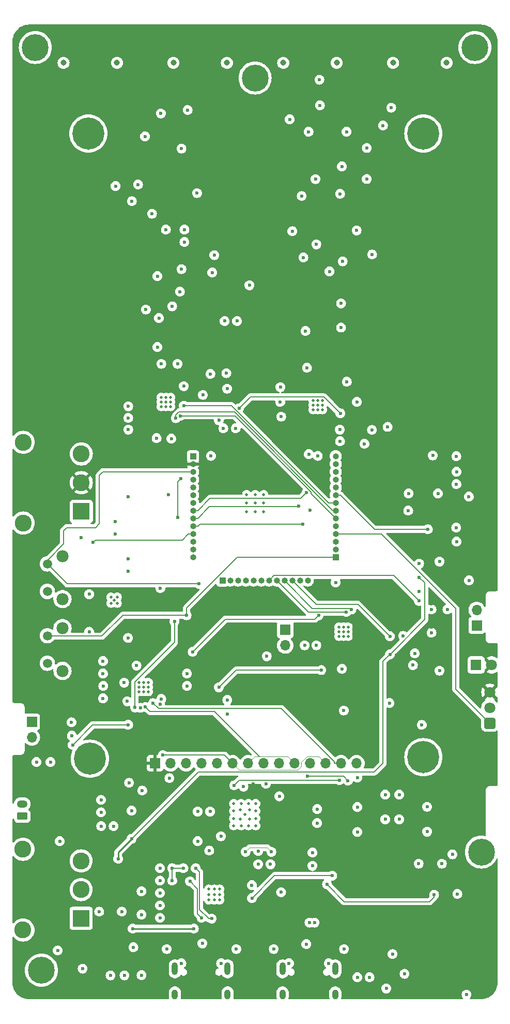
<source format=gbr>
%TF.GenerationSoftware,KiCad,Pcbnew,8.0.7*%
%TF.CreationDate,2025-02-17T14:25:55+00:00*%
%TF.ProjectId,PCB V3.1,50434220-5633-42e3-912e-6b696361645f,rev?*%
%TF.SameCoordinates,Original*%
%TF.FileFunction,Copper,L3,Inr*%
%TF.FilePolarity,Positive*%
%FSLAX46Y46*%
G04 Gerber Fmt 4.6, Leading zero omitted, Abs format (unit mm)*
G04 Created by KiCad (PCBNEW 8.0.7) date 2025-02-17 14:25:55*
%MOMM*%
%LPD*%
G01*
G04 APERTURE LIST*
G04 Aperture macros list*
%AMRoundRect*
0 Rectangle with rounded corners*
0 $1 Rounding radius*
0 $2 $3 $4 $5 $6 $7 $8 $9 X,Y pos of 4 corners*
0 Add a 4 corners polygon primitive as box body*
4,1,4,$2,$3,$4,$5,$6,$7,$8,$9,$2,$3,0*
0 Add four circle primitives for the rounded corners*
1,1,$1+$1,$2,$3*
1,1,$1+$1,$4,$5*
1,1,$1+$1,$6,$7*
1,1,$1+$1,$8,$9*
0 Add four rect primitives between the rounded corners*
20,1,$1+$1,$2,$3,$4,$5,0*
20,1,$1+$1,$4,$5,$6,$7,0*
20,1,$1+$1,$6,$7,$8,$9,0*
20,1,$1+$1,$8,$9,$2,$3,0*%
G04 Aperture macros list end*
%TA.AperFunction,ComponentPad*%
%ADD10C,0.700000*%
%TD*%
%TA.AperFunction,ComponentPad*%
%ADD11C,4.400000*%
%TD*%
%TA.AperFunction,ComponentPad*%
%ADD12C,0.500000*%
%TD*%
%TA.AperFunction,ComponentPad*%
%ADD13C,1.515000*%
%TD*%
%TA.AperFunction,ComponentPad*%
%ADD14C,1.980000*%
%TD*%
%TA.AperFunction,ComponentPad*%
%ADD15R,1.000000X1.000000*%
%TD*%
%TA.AperFunction,ComponentPad*%
%ADD16O,1.000000X1.000000*%
%TD*%
%TA.AperFunction,ComponentPad*%
%ADD17RoundRect,0.250200X0.649800X-0.649800X0.649800X0.649800X-0.649800X0.649800X-0.649800X-0.649800X0*%
%TD*%
%TA.AperFunction,ComponentPad*%
%ADD18C,1.800000*%
%TD*%
%TA.AperFunction,ComponentPad*%
%ADD19O,1.000000X2.100000*%
%TD*%
%TA.AperFunction,ComponentPad*%
%ADD20O,1.000000X1.600000*%
%TD*%
%TA.AperFunction,ComponentPad*%
%ADD21R,1.700000X1.700000*%
%TD*%
%TA.AperFunction,ComponentPad*%
%ADD22O,1.700000X1.700000*%
%TD*%
%TA.AperFunction,ComponentPad*%
%ADD23C,0.800000*%
%TD*%
%TA.AperFunction,ComponentPad*%
%ADD24C,5.250000*%
%TD*%
%TA.AperFunction,ComponentPad*%
%ADD25C,0.970000*%
%TD*%
%TA.AperFunction,ComponentPad*%
%ADD26R,1.800000X1.800000*%
%TD*%
%TA.AperFunction,ComponentPad*%
%ADD27RoundRect,0.250000X0.625000X-0.350000X0.625000X0.350000X-0.625000X0.350000X-0.625000X-0.350000X0*%
%TD*%
%TA.AperFunction,ComponentPad*%
%ADD28O,1.750000X1.200000*%
%TD*%
%TA.AperFunction,ComponentPad*%
%ADD29R,2.775000X2.775000*%
%TD*%
%TA.AperFunction,ComponentPad*%
%ADD30C,2.775000*%
%TD*%
%TA.AperFunction,ViaPad*%
%ADD31C,0.600000*%
%TD*%
%TA.AperFunction,Conductor*%
%ADD32C,0.150000*%
%TD*%
%TA.AperFunction,Conductor*%
%ADD33C,0.237200*%
%TD*%
%TA.AperFunction,Conductor*%
%ADD34C,0.101600*%
%TD*%
G04 APERTURE END LIST*
D10*
%TO.N,GND*%
%TO.C,H1*%
X66473500Y-178487200D03*
X66956774Y-177320474D03*
X66956774Y-179653926D03*
X68123500Y-176837200D03*
D11*
X68123500Y-178487200D03*
D10*
X68123500Y-180137200D03*
X69290226Y-177320474D03*
X69290226Y-179653926D03*
X69773500Y-178487200D03*
%TD*%
D12*
%TO.N,GND*%
%TO.C,IC4*%
X116834500Y-122312200D03*
X116834500Y-123074200D03*
X116834500Y-123836200D03*
X117596500Y-122312200D03*
X117596500Y-123074200D03*
X117596500Y-123836200D03*
X118358500Y-122312200D03*
X118358500Y-123074200D03*
X118358500Y-123836200D03*
%TD*%
%TO.N,GND*%
%TO.C,IC6*%
X112643500Y-86752200D03*
X113405500Y-86752200D03*
X114167500Y-86752200D03*
X112643500Y-85990200D03*
X113405500Y-85990200D03*
X114167500Y-85990200D03*
X112643500Y-85228200D03*
X113405500Y-85228200D03*
X114167500Y-85228200D03*
%TD*%
D13*
%TO.N,/EN{slash}RESET*%
%TO.C,RESET1*%
X69082500Y-111986200D03*
%TO.N,GND*%
X69082500Y-116486200D03*
D14*
X71572500Y-110731200D03*
X71572500Y-117741200D03*
%TD*%
D15*
%TO.N,/IO0*%
%TO.C,J10*%
X116326500Y-110882200D03*
D16*
%TO.N,/GPIO35_SCREEN_T_IRQ*%
X116326500Y-109612200D03*
%TO.N,/GPIO36_SCREEN_T_CS*%
X116326500Y-108342200D03*
%TO.N,/GPIO37_IR_RECEIVER*%
X116326500Y-107072200D03*
%TO.N,/GPIO38_IR_LED*%
X116326500Y-105802200D03*
%TO.N,/GPIO39_HSPI_SCK*%
X116326500Y-104532200D03*
%TO.N,/GPIO40_HSPI_MOSI*%
X116326500Y-103262200D03*
%TO.N,/GPIO41_HSPI_MISO*%
X116326500Y-101992200D03*
%TO.N,/GPIO42_SD_CARD_CS*%
X116326500Y-100722200D03*
%TO.N,/RX*%
X116326500Y-99452200D03*
%TO.N,/TX*%
X116326500Y-98182200D03*
%TO.N,/GPIO2_SCREEN_D{slash}C*%
X116326500Y-96912200D03*
%TO.N,/GPIO1_SCREEN_CS*%
X116326500Y-95642200D03*
%TO.N,GND*%
X116326500Y-94372200D03*
%TD*%
D17*
%TO.N,/GPIO37_IR_RECEIVER*%
%TO.C,U5*%
X141598500Y-138060200D03*
D18*
%TO.N,GND*%
X141598500Y-135520200D03*
%TO.N,+3V3*%
X141598500Y-132980200D03*
%TD*%
D12*
%TO.N,GND*%
%TO.C,U6*%
X95562500Y-165206200D03*
X95562500Y-166095200D03*
X95562500Y-166984200D03*
X96451500Y-165206200D03*
X96451500Y-166095200D03*
X96451500Y-166984200D03*
X97340500Y-165206200D03*
X97340500Y-166095200D03*
X97340500Y-166984200D03*
%TD*%
D19*
%TO.N,GND*%
%TO.C,USB_OTG1*%
X107623500Y-178257200D03*
D20*
X107623500Y-182437200D03*
D19*
X116263500Y-178257200D03*
D20*
X116263500Y-182437200D03*
%TD*%
D19*
%TO.N,GND*%
%TO.C,USB_UART1*%
X89983500Y-178257200D03*
D20*
X89983500Y-182437200D03*
D19*
X98623500Y-178257200D03*
D20*
X98623500Y-182437200D03*
%TD*%
D21*
%TO.N,+3V3*%
%TO.C,SCREEN1*%
X86742400Y-144619700D03*
D22*
%TO.N,GND*%
X89282400Y-144619700D03*
%TO.N,/GPIO1_SCREEN_CS*%
X91822400Y-144619700D03*
%TO.N,/EN{slash}RESET*%
X94362400Y-144619700D03*
%TO.N,/GPIO2_SCREEN_D{slash}C*%
X96902400Y-144619700D03*
%TO.N,/GPIO40_HSPI_MOSI*%
X99442400Y-144619700D03*
%TO.N,/GPIO39_HSPI_SCK*%
X101982400Y-144619700D03*
%TO.N,+3V3*%
X104522400Y-144619700D03*
%TO.N,unconnected-(SCREEN1-SDO(MISO)-Pad9)*%
X107062400Y-144619700D03*
%TO.N,/GPIO39_HSPI_SCK*%
X109602400Y-144619700D03*
%TO.N,/GPIO36_SCREEN_T_CS*%
X112142400Y-144619700D03*
%TO.N,/GPIO40_HSPI_MOSI*%
X114682400Y-144619700D03*
%TO.N,/GPIO41_HSPI_MISO*%
X117222400Y-144619700D03*
%TO.N,/GPIO35_SCREEN_T_IRQ*%
X119762400Y-144619700D03*
D23*
%TO.N,GND*%
X73652400Y-41579700D03*
X73906400Y-143873700D03*
X74414400Y-39882644D03*
X74414400Y-43276756D03*
X74668400Y-142176644D03*
X74668400Y-145570756D03*
X75802400Y-39499700D03*
D24*
X75802400Y-41579700D03*
D23*
X75802400Y-43817700D03*
X76056400Y-141793700D03*
D24*
X76056400Y-143873700D03*
D23*
X76056400Y-146111700D03*
X77208400Y-39882644D03*
X77208400Y-43276756D03*
X77462400Y-142176644D03*
X77462400Y-145570756D03*
X77970400Y-41579700D03*
X78224400Y-143873700D03*
X128552400Y-41579700D03*
X128552400Y-143619700D03*
X129314400Y-39882644D03*
X129314400Y-43276756D03*
X129314400Y-141922644D03*
X129314400Y-145316756D03*
X130702400Y-39499700D03*
D24*
X130702400Y-41579700D03*
D23*
X130702400Y-43817700D03*
X130702400Y-141539700D03*
D24*
X130702400Y-143619700D03*
D23*
X130702400Y-145857700D03*
X132108400Y-39882644D03*
X132108400Y-43276756D03*
X132108400Y-141922644D03*
X132108400Y-145316756D03*
X132870400Y-41579700D03*
X132870400Y-143619700D03*
%TD*%
D10*
%TO.N,GND*%
%TO.C,H3*%
X65473500Y-27487200D03*
X65956774Y-26320474D03*
X65956774Y-28653926D03*
X67123500Y-25837200D03*
D11*
X67123500Y-27487200D03*
D10*
X67123500Y-29137200D03*
X68290226Y-26320474D03*
X68290226Y-28653926D03*
X68773500Y-27487200D03*
%TD*%
D12*
%TO.N,GND*%
%TO.C,IC3*%
X99632500Y-154824200D03*
X100832500Y-154824200D03*
X102032500Y-154824200D03*
X103232500Y-154824200D03*
X100670500Y-153786200D03*
X102194500Y-153786200D03*
X99632500Y-153624200D03*
X103232500Y-153624200D03*
X101432500Y-153024200D03*
X99632500Y-152424200D03*
X103232500Y-152424200D03*
X100670500Y-152262200D03*
X102194500Y-152262200D03*
X99632500Y-151224200D03*
X100832500Y-151224200D03*
X102032500Y-151224200D03*
X103232500Y-151224200D03*
%TD*%
D25*
%TO.N,N/C*%
%TO.C,AE7*%
X98503500Y-29997200D03*
X89743500Y-29997200D03*
%TD*%
D26*
%TO.N,Net-(D4-K)*%
%TO.C,D4*%
X139348500Y-128520200D03*
D18*
%TO.N,+3V3*%
X141888500Y-128520200D03*
%TD*%
D10*
%TO.N,GND*%
%TO.C,H2*%
X138552500Y-159142200D03*
X139035774Y-157975474D03*
X139035774Y-160308926D03*
X140202500Y-157492200D03*
D11*
X140202500Y-159142200D03*
D10*
X140202500Y-160792200D03*
X141369226Y-157975474D03*
X141369226Y-160308926D03*
X141852500Y-159142200D03*
%TD*%
D27*
%TO.N,GND*%
%TO.C,JSTPH1*%
X64987000Y-153273000D03*
D28*
%TO.N,+V_BAT*%
X64987000Y-151273000D03*
%TD*%
D21*
%TO.N,Net-(D1-K)*%
%TO.C,J1*%
X66542500Y-137826200D03*
D22*
%TO.N,Net-(D1-A)*%
X66542500Y-140366200D03*
%TD*%
D12*
%TO.N,GND*%
%TO.C,U10*%
X84100500Y-132885700D03*
X84862500Y-132885700D03*
X85624500Y-132885700D03*
X84100500Y-132123700D03*
X84862500Y-132123700D03*
X85624500Y-132123700D03*
X84100500Y-131361700D03*
X84862500Y-131361700D03*
X85624500Y-131361700D03*
%TD*%
D25*
%TO.N,N/C*%
%TO.C,AE1*%
X80503500Y-29997200D03*
X71743500Y-29997200D03*
%TD*%
D13*
%TO.N,/IO0*%
%TO.C,BOOT1*%
X69082500Y-123741200D03*
%TO.N,GND*%
X69082500Y-128241200D03*
D14*
X71572500Y-122486200D03*
X71572500Y-129496200D03*
%TD*%
D25*
%TO.N,N/C*%
%TO.C,AE3*%
X134503500Y-29997200D03*
X125743500Y-29997200D03*
%TD*%
D10*
%TO.N,GND*%
%TO.C,H5*%
X101473500Y-32487200D03*
X101956774Y-31320474D03*
X101956774Y-33653926D03*
X103123500Y-30837200D03*
D11*
X103123500Y-32487200D03*
D10*
X103123500Y-34137200D03*
X104290226Y-31320474D03*
X104290226Y-33653926D03*
X104773500Y-32487200D03*
%TD*%
D29*
%TO.N,unconnected-(ANT_SW1-NC-Pad1)*%
%TO.C,ANT_SW1*%
X74653500Y-103392200D03*
D30*
%TO.N,+3V3*%
X74653500Y-98692200D03*
%TO.N,/ANT_SWITCH_OUT*%
X74653500Y-93992200D03*
%TO.N,GND*%
X65123500Y-105297200D03*
X65123500Y-92087200D03*
%TD*%
D10*
%TO.N,GND*%
%TO.C,H4*%
X137473500Y-27487200D03*
X137956774Y-26320474D03*
X137956774Y-28653926D03*
X139123500Y-25837200D03*
D11*
X139123500Y-27487200D03*
D10*
X139123500Y-29137200D03*
X140290226Y-26320474D03*
X140290226Y-28653926D03*
X140773500Y-27487200D03*
%TD*%
D21*
%TO.N,/C2+*%
%TO.C,J2*%
X108077000Y-122804000D03*
D22*
%TO.N,/C2-*%
X108077000Y-125344000D03*
%TD*%
D21*
%TO.N,Net-(IC5-COM)*%
%TO.C,J6*%
X139440500Y-122063200D03*
D22*
%TO.N,Net-(IC7-COM)*%
X139440500Y-119523200D03*
%TD*%
D15*
%TO.N,GND*%
%TO.C,J8*%
X92958500Y-94372200D03*
D16*
%TO.N,+3V3*%
X92958500Y-95642200D03*
%TO.N,/EN{slash}RESET*%
X92958500Y-96912200D03*
%TO.N,/GPIO4_ADC1_3_BAT\u0025*%
X92958500Y-98182200D03*
%TO.N,/GPIO5_NRF24_CE*%
X92958500Y-99452200D03*
%TO.N,/GPIO6_NRF24_CSN*%
X92958500Y-100722200D03*
%TO.N,/GPIO7_NRF24_IRQ*%
X92958500Y-101992200D03*
%TO.N,/GPIO15_VSPI_MISO*%
X92958500Y-103262200D03*
%TO.N,/GPIO16_VSPI_MOSI*%
X92958500Y-104532200D03*
%TO.N,/GPIO17_VSPI_SCK*%
X92958500Y-105802200D03*
%TO.N,/GPIO18_VIBRO*%
X92958500Y-107072200D03*
%TO.N,/GPIO8_CC1101A_CS*%
X92958500Y-108342200D03*
%TO.N,/D-*%
X92958500Y-109612200D03*
%TO.N,/D+*%
X92958500Y-110882200D03*
%TD*%
D12*
%TO.N,GND*%
%TO.C,IC2*%
X89275500Y-86244200D03*
X89275500Y-85482200D03*
X89275500Y-84720200D03*
X88513500Y-86244200D03*
X88513500Y-85482200D03*
X88513500Y-84720200D03*
X87751500Y-86244200D03*
X87751500Y-85482200D03*
X87751500Y-84720200D03*
%TD*%
%TO.N,GND*%
%TO.C,U12*%
X79508500Y-118426000D03*
X80524500Y-118426000D03*
X80016500Y-117918000D03*
X79508500Y-117410000D03*
X80524500Y-117410000D03*
%TD*%
%TO.N,GND*%
%TO.C,U9*%
X103147500Y-102035200D03*
X101747500Y-100635200D03*
X101747500Y-102035200D03*
X101747500Y-103435200D03*
X103147500Y-103435200D03*
X104547500Y-103435200D03*
X104547500Y-102035200D03*
X104547500Y-100635200D03*
X103147500Y-100635200D03*
%TD*%
D29*
%TO.N,unconnected-(PWR_SW1-NC-Pad1)*%
%TO.C,PWR_SW1*%
X74623500Y-169987200D03*
D30*
%TO.N,+V_BAT*%
X74623500Y-165287200D03*
%TO.N,Net-(PWR_SW1-OUT)*%
X74623500Y-160587200D03*
%TO.N,GND*%
X65093500Y-171892200D03*
X65093500Y-158682200D03*
%TD*%
D15*
%TO.N,/GPIO3_CC1101B_CS*%
%TO.C,J9*%
X97784500Y-114692200D03*
D16*
%TO.N,/ESP32_PIN16_DNC*%
X99054500Y-114692200D03*
%TO.N,/GPIO9_CC1101A_GD0*%
X100324500Y-114692200D03*
%TO.N,/GPIO10_CC1101A_CTRL*%
X101594500Y-114692200D03*
%TO.N,/GPIO11_CC1101B_GD0*%
X102864500Y-114692200D03*
%TO.N,/GPIO12_CC1101B_CTRL*%
X104134500Y-114692200D03*
%TO.N,/GPIO13_RDM630_CTRL*%
X105404500Y-114692200D03*
%TO.N,/GPIO14_RDM630_TX*%
X106674500Y-114692200D03*
%TO.N,/GPIO21_RDM630_RX*%
X107944500Y-114692200D03*
%TO.N,/GPIO47_RDM630_EMULATION*%
X109214500Y-114692200D03*
%TO.N,/GPIO48_PN532_CS*%
X110484500Y-114692200D03*
%TO.N,/ESP32_PIN26_DNC*%
X111754500Y-114692200D03*
%TD*%
D25*
%TO.N,N/C*%
%TO.C,AE5*%
X116503500Y-29997200D03*
X107743500Y-29997200D03*
%TD*%
D31*
%TO.N,GND*%
X79941500Y-154897500D03*
X121047500Y-92340200D03*
X91974000Y-129932500D03*
X87761500Y-79261500D03*
X78215000Y-133996500D03*
X69606500Y-144410500D03*
X117707500Y-175017500D03*
X108794000Y-39243000D03*
X112531500Y-161389500D03*
X105647500Y-161135500D03*
X87116500Y-76508200D03*
X83697500Y-128623500D03*
X107401500Y-87895200D03*
X74654500Y-107707500D03*
X136138500Y-96912500D03*
X137773500Y-182466000D03*
X128223500Y-103262500D03*
X80237000Y-107072500D03*
X113665000Y-32766000D03*
X82173500Y-134465500D03*
X113030000Y-49034500D03*
X100054500Y-175017500D03*
X113751000Y-36957000D03*
X81719500Y-179324500D03*
X90805000Y-67437000D03*
X87540000Y-169905500D03*
X87540000Y-161777500D03*
X133344500Y-111605500D03*
X73105500Y-140092500D03*
X86233000Y-54696000D03*
X86989500Y-91412500D03*
X131312500Y-151728500D03*
X87540000Y-163809500D03*
X78215000Y-129932500D03*
X104917500Y-147966500D03*
X82341500Y-90015500D03*
X124835500Y-89567700D03*
X119882500Y-151781500D03*
X107389500Y-165707500D03*
X124454500Y-153786500D03*
X82312000Y-100976500D03*
X84513500Y-165565500D03*
X122301000Y-61362500D03*
X124454500Y-149749500D03*
X85233000Y-70369200D03*
X83947000Y-49911000D03*
X75940500Y-123095500D03*
X77909500Y-154897500D03*
X84513500Y-179287500D03*
X113157000Y-59711500D03*
X97921500Y-89802500D03*
X116326500Y-115032500D03*
X83189500Y-174724500D03*
X124079000Y-40259000D03*
X133731000Y-161039000D03*
X119761000Y-57425500D03*
X136101500Y-94372200D03*
X129921000Y-161039000D03*
X94492500Y-174089500D03*
X111246500Y-125319200D03*
X125435000Y-37338000D03*
X89402500Y-91498500D03*
X126740500Y-149749500D03*
X90418500Y-79261500D03*
X84513500Y-169375500D03*
X129301500Y-126630500D03*
X98419500Y-80783200D03*
X95805500Y-80917200D03*
X117053000Y-51435000D03*
X87116500Y-64910500D03*
X98578000Y-134250500D03*
X113397500Y-94315200D03*
X82887500Y-152365500D03*
X91053500Y-177342500D03*
X113157000Y-125319200D03*
X89085500Y-147045500D03*
X73055500Y-137903500D03*
X103641500Y-161135500D03*
X138175500Y-114692500D03*
X111039000Y-61849000D03*
X97553500Y-177342500D03*
X119882500Y-146955500D03*
X82312000Y-113168500D03*
X93615000Y-51319200D03*
X118159500Y-82180200D03*
X81665500Y-131417500D03*
X119882500Y-179630500D03*
X124623500Y-181466000D03*
X127613500Y-179066000D03*
X87608500Y-115962500D03*
X128285500Y-100468500D03*
X107274500Y-83069200D03*
X115193500Y-177342500D03*
X111627500Y-79896500D03*
X92075000Y-37719000D03*
X82306500Y-124111500D03*
X117006500Y-90015500D03*
X122274500Y-90068200D03*
X132044500Y-123262500D03*
X91552500Y-57288200D03*
X88513500Y-57288200D03*
X88904500Y-100659500D03*
X131312500Y-155808500D03*
X87540000Y-165841500D03*
X117475000Y-62484000D03*
X108693500Y-177342500D03*
X84646000Y-149077500D03*
X138163500Y-100976500D03*
X130026500Y-116470500D03*
X67304500Y-144410500D03*
X102196000Y-66394500D03*
X136113500Y-98944500D03*
X106198500Y-175017500D03*
X87376000Y-71755000D03*
X82481500Y-147807500D03*
X70776000Y-175239500D03*
X82341500Y-86205500D03*
X130448500Y-138328500D03*
X78252500Y-131964500D03*
X111510500Y-174216500D03*
X71114500Y-157364500D03*
X75940500Y-116956500D03*
X133090500Y-100468500D03*
X109220000Y-57552500D03*
X121421000Y-49013000D03*
X91974000Y-131964500D03*
X87540000Y-167873500D03*
X107249500Y-85482200D03*
X74861500Y-178221500D03*
X95752500Y-152516500D03*
X115316000Y-64135000D03*
X93720500Y-157364500D03*
X98546500Y-83323200D03*
X117047500Y-91920500D03*
X80237000Y-105040500D03*
X82341500Y-88110500D03*
X133344500Y-129462500D03*
X132044500Y-119452500D03*
X103641500Y-158976500D03*
X91059000Y-63754000D03*
X136079500Y-106056500D03*
X117215500Y-73311700D03*
X94578500Y-84339200D03*
X132245500Y-94245200D03*
X110766500Y-51793500D03*
X96100000Y-64319500D03*
X121882500Y-179630500D03*
X82312000Y-111136500D03*
X121433000Y-43933000D03*
X117215500Y-69374700D03*
X127405500Y-123770500D03*
X117358500Y-129170500D03*
X136138500Y-108342500D03*
X88656500Y-175017500D03*
X136271000Y-165989000D03*
X98578000Y-136536500D03*
X119810500Y-85482200D03*
X126740500Y-153786500D03*
X113288500Y-154404500D03*
X93720500Y-152516500D03*
X91540000Y-59320200D03*
X113309500Y-152118500D03*
X98132000Y-72258000D03*
X117348000Y-46959500D03*
X96438000Y-61468000D03*
X125148500Y-134758500D03*
X91059000Y-44028000D03*
X111383500Y-73886500D03*
X100164000Y-72258000D03*
X99953500Y-89802500D03*
X77888000Y-152633500D03*
X119882500Y-155861500D03*
X89535000Y-69850000D03*
X130010500Y-111952500D03*
X77888000Y-150601500D03*
X134644500Y-119452500D03*
X95897500Y-94315200D03*
X80264000Y-50165000D03*
X112531500Y-159230500D03*
X79433500Y-179324500D03*
X78215000Y-127900500D03*
%TO.N,+3V3*%
X87761500Y-81211500D03*
X84291500Y-86205500D03*
X90418500Y-81211500D03*
X94488000Y-61468000D03*
X115097500Y-91920500D03*
X132044500Y-122312500D03*
X115103000Y-51435000D03*
X102843500Y-147966500D03*
X121162500Y-125194500D03*
X110744000Y-39243000D03*
X79900500Y-150601500D03*
X93720500Y-154591500D03*
X86233000Y-52746000D03*
X80227500Y-127900500D03*
X117358500Y-127138500D03*
X119882500Y-181580500D03*
X88904500Y-94896200D03*
X67304500Y-146696500D03*
X107721500Y-161135500D03*
X111627500Y-81846500D03*
X80227500Y-129932500D03*
X84291500Y-90015500D03*
X111246500Y-123369200D03*
X82887500Y-154665500D03*
X87116500Y-66860500D03*
X75940500Y-121083500D03*
X95752500Y-154591500D03*
X109351500Y-87895200D03*
X109224500Y-83069200D03*
X79900500Y-152633500D03*
X89187500Y-154665500D03*
X91059000Y-42078000D03*
X107430500Y-159103500D03*
X69311500Y-135028500D03*
X97921500Y-91752500D03*
X117860500Y-85482200D03*
X116209500Y-82180200D03*
X123485000Y-37338000D03*
X112344500Y-165961500D03*
X99953500Y-91752500D03*
X112989000Y-61849000D03*
X75940500Y-118969500D03*
X132044500Y-118502500D03*
X89402500Y-89548500D03*
%TO.N,+5V*%
X130026500Y-114184500D03*
X80690800Y-160253500D03*
X82887500Y-156965500D03*
X83062500Y-171676500D03*
X125216500Y-126796500D03*
X93095500Y-171676500D03*
%TO.N,+3.3VA*%
X89552500Y-161777500D03*
X91387500Y-161777500D03*
X89552500Y-163809500D03*
%TO.N,/IO0*%
X91902200Y-120405700D03*
X95616600Y-158900500D03*
%TO.N,/EN{slash}RESET*%
X93928000Y-115249100D03*
X97533400Y-156560000D03*
%TO.N,/GPIO48_PN532_CS*%
X101223500Y-148435500D03*
X105033500Y-127099500D03*
%TO.N,/GPIO40_HSPI_MOSI*%
X87559200Y-134981900D03*
X112125400Y-103231600D03*
X114913200Y-164419500D03*
X90128200Y-88151700D03*
X88012400Y-143282200D03*
X132461000Y-166116000D03*
%TO.N,/GPIO41_HSPI_MISO*%
X125656800Y-175841200D03*
X91446500Y-86104000D03*
X99699500Y-148232700D03*
X116944300Y-147389800D03*
X86414500Y-134773500D03*
%TO.N,/GPIO39_HSPI_SCK*%
X85161200Y-135416000D03*
X90886200Y-87764900D03*
X117663700Y-135983000D03*
%TO.N,/GPIO8_CC1101A_CS*%
X90428500Y-104366500D03*
X90936500Y-98016500D03*
X91444500Y-82903500D03*
%TO.N,/GPIO17_VSPI_SCK*%
X110933800Y-105479700D03*
%TO.N,/GPIO15_VSPI_MISO*%
X111562700Y-100345300D03*
%TO.N,/GPIO16_VSPI_MOSI*%
X110292000Y-102494500D03*
%TO.N,/GPIO3_CC1101B_CS*%
X100498100Y-86529100D03*
X117091800Y-87355700D03*
%TO.N,/GPIO21_RDM630_RX*%
X118922500Y-119455700D03*
%TO.N,/GPIO14_RDM630_TX*%
X118061000Y-119874000D03*
%TO.N,/GPIO13_RDM630_CTRL*%
X129965300Y-118042100D03*
%TO.N,/GPIO18_VIBRO*%
X76568500Y-108464900D03*
%TO.N,/GPIO4_ADC1_3_BAT\u0025*%
X73239300Y-141605000D03*
X82338900Y-138316900D03*
%TO.N,/GPIO5_NRF24_CE*%
X89920500Y-121384500D03*
X83443500Y-135481500D03*
%TO.N,/GPIO11_CC1101B_GD0*%
X111927500Y-94030800D03*
%TO.N,/GPIO6_NRF24_CSN*%
X84332500Y-135541500D03*
%TO.N,/GPIO9_CC1101A_GD0*%
X97196900Y-88478000D03*
%TO.N,/GPIO7_NRF24_IRQ*%
X87754600Y-134078300D03*
%TO.N,/GPIO1_SCREEN_CS*%
X113538000Y-120399000D03*
X92904900Y-126376100D03*
%TO.N,/GPIO47_RDM630_EMULATION*%
X125213900Y-123821300D03*
%TO.N,/GPIO42_SD_CARD_CS*%
X135467400Y-159512000D03*
X131435100Y-106322700D03*
%TO.N,/GPIO36_SCREEN_T_CS*%
X111713000Y-146745000D03*
X118340000Y-147443300D03*
%TO.N,/GPIO2_SCREEN_D{slash}C*%
X113973300Y-129363400D03*
X97196900Y-132189000D03*
%TO.N,/GPIO38_IR_LED*%
X128997100Y-128559800D03*
%TO.N,Net-(U6-~{RST})*%
X93387500Y-161777500D03*
X96016500Y-170025500D03*
%TO.N,/RX*%
X102614500Y-166684500D03*
X115767300Y-163000100D03*
%TO.N,/TX*%
X102604500Y-164564500D03*
X107097500Y-150025900D03*
%TO.N,Net-(U6-D-)*%
X94365500Y-169898500D03*
X92460500Y-163929500D03*
%TO.N,/D+*%
X112882500Y-170688500D03*
%TO.N,/D-*%
X112032500Y-170688500D03*
%TO.N,Net-(IC1-VIN)*%
X77583500Y-168889200D03*
%TO.N,Net-(IC3-TVDD)*%
X101567000Y-159103500D03*
X105795500Y-159103500D03*
%TO.N,Net-(IC1-SW)*%
X81283500Y-168889200D03*
%TO.N,/ANT_SWITCH_OUT*%
X82935500Y-52649900D03*
X87693500Y-38290500D03*
X85090000Y-42037000D03*
X118110000Y-41275000D03*
X111887000Y-41275000D03*
%TD*%
D32*
%TO.N,+3V3*%
X117358500Y-127138500D02*
X119302500Y-125194500D01*
X119302500Y-125194500D02*
X121162500Y-125194500D01*
D33*
%TO.N,+5V*%
X80690800Y-159161500D02*
X82887500Y-156965500D01*
X83062500Y-171676500D02*
X93095500Y-171676500D01*
X80690800Y-160253500D02*
X80690800Y-159161500D01*
D32*
X93806400Y-146046500D02*
X82887500Y-156965500D01*
X130026500Y-114184500D02*
X130941500Y-115099500D01*
X124083500Y-144625500D02*
X122662500Y-146046500D01*
X130941500Y-121071500D02*
X125216500Y-126796500D01*
X130941500Y-115099500D02*
X130941500Y-121071500D01*
X124752500Y-127260500D02*
X124083500Y-127929500D01*
X125216500Y-126796500D02*
X124752500Y-127260500D01*
X122662500Y-146046500D02*
X93806400Y-146046500D01*
X124083500Y-127929500D02*
X124083500Y-144625500D01*
%TO.N,+3.3VA*%
X89552500Y-163809500D02*
X89552500Y-161777500D01*
X91387500Y-161777500D02*
X89552500Y-161777500D01*
%TO.N,/IO0*%
X78045300Y-123809300D02*
X81448900Y-120405700D01*
X100200600Y-110882200D02*
X116326500Y-110882200D01*
X69150600Y-123809300D02*
X78045300Y-123809300D01*
X91902200Y-119180600D02*
X100200600Y-110882200D01*
X91902200Y-120405700D02*
X91902200Y-119180600D01*
X81448900Y-120405700D02*
X91902200Y-120405700D01*
%TO.N,/EN{slash}RESET*%
X77597000Y-105410000D02*
X77597000Y-97536000D01*
X76962000Y-106045000D02*
X77597000Y-105410000D01*
X69082500Y-111392200D02*
X71755000Y-108719700D01*
X77597000Y-97536000D02*
X78220800Y-96912200D01*
X78220800Y-96912200D02*
X92958500Y-96912200D01*
X72263000Y-106045000D02*
X76962000Y-106045000D01*
X69082500Y-111986200D02*
X72345400Y-115249100D01*
X71755000Y-108719700D02*
X71755000Y-106553000D01*
X71755000Y-106553000D02*
X72263000Y-106045000D01*
X72345400Y-115249100D02*
X93928000Y-115249100D01*
%TO.N,/GPIO40_HSPI_MOSI*%
X90128200Y-87647000D02*
X90128200Y-88151700D01*
D34*
X110703500Y-145075500D02*
X110703500Y-144416500D01*
D32*
X117752700Y-167259000D02*
X131699000Y-167259000D01*
X132461000Y-166497000D02*
X132461000Y-166116000D01*
X116326500Y-103262200D02*
X115861900Y-103262200D01*
X99740800Y-87141100D02*
X90634100Y-87141100D01*
D34*
X110058500Y-145720500D02*
X110703500Y-145075500D01*
D32*
X115861900Y-103262200D02*
X99740800Y-87141100D01*
X88012400Y-143282200D02*
X98105100Y-143282200D01*
D34*
X113581500Y-143518500D02*
X114682500Y-144619500D01*
X110703500Y-144416500D02*
X111601500Y-143518500D01*
D32*
X131699000Y-167259000D02*
X132461000Y-166497000D01*
D34*
X111601500Y-143518500D02*
X113581500Y-143518500D01*
D32*
X115282100Y-164788400D02*
X117752700Y-167259000D01*
D34*
X100543100Y-145720500D02*
X110058500Y-145720500D01*
D32*
X98105100Y-143282200D02*
X99442400Y-144619500D01*
X115282100Y-164788400D02*
X114913200Y-164419500D01*
D34*
X99442400Y-144619500D02*
X100543100Y-145720500D01*
D32*
X90634100Y-87141100D02*
X90128200Y-87647000D01*
%TO.N,/GPIO41_HSPI_MISO*%
X87301600Y-135660600D02*
X86414500Y-134773500D01*
X115143400Y-101992200D02*
X116326500Y-101992200D01*
X117222400Y-144619700D02*
X116095700Y-144619700D01*
X116944300Y-147389800D02*
X100542400Y-147389800D01*
X115143400Y-101992200D02*
X99255200Y-86104000D01*
X107418300Y-135660600D02*
X87301600Y-135660600D01*
X100542400Y-147389800D02*
X99699500Y-148232700D01*
X116095700Y-144619700D02*
X116095700Y-144338000D01*
X99255200Y-86104000D02*
X91446500Y-86104000D01*
X116095700Y-144338000D02*
X107418300Y-135660600D01*
%TO.N,/GPIO39_HSPI_SCK*%
X112288700Y-100240500D02*
X99813100Y-87764900D01*
X96457100Y-136142300D02*
X85887500Y-136142300D01*
X99813100Y-87764900D02*
X90886200Y-87764900D01*
D34*
X108501500Y-143518500D02*
X109602500Y-144619500D01*
D32*
X103833300Y-143518500D02*
X96457100Y-136142300D01*
X102639500Y-143962600D02*
X101982400Y-144619700D01*
D34*
X102639500Y-143962500D02*
X103083500Y-143518500D01*
D32*
X102639500Y-143962500D02*
X102639500Y-143962600D01*
D34*
X103083500Y-143518500D02*
X103833300Y-143518500D01*
X103833300Y-143518500D02*
X108501500Y-143518500D01*
X101982400Y-144619500D02*
X102639500Y-143962500D01*
D32*
X85887500Y-136142300D02*
X85161200Y-135416000D01*
X112288700Y-100494400D02*
X112288700Y-100240500D01*
X116326500Y-104532200D02*
X112288700Y-100494400D01*
%TO.N,/GPIO8_CC1101A_CS*%
X90428500Y-104366500D02*
X90428500Y-98524500D01*
X90428500Y-98524500D02*
X90936500Y-98016500D01*
%TO.N,/GPIO17_VSPI_SCK*%
X110933800Y-105479700D02*
X94057700Y-105479700D01*
X94057700Y-105479700D02*
X93735200Y-105802200D01*
X92958500Y-105802200D02*
X93735200Y-105802200D01*
%TO.N,/GPIO15_VSPI_MISO*%
X92958500Y-103262200D02*
X93735200Y-103262200D01*
X95732800Y-101264600D02*
X110643400Y-101264600D01*
X110643400Y-101264600D02*
X111562700Y-100345300D01*
X93735200Y-103262200D02*
X95732800Y-101264600D01*
%TO.N,/GPIO16_VSPI_MOSI*%
X95651400Y-102616000D02*
X93735200Y-104532200D01*
X110170500Y-102616000D02*
X95651400Y-102616000D01*
X93735200Y-104532200D02*
X92958500Y-104532200D01*
X110292000Y-102494500D02*
X110170500Y-102616000D01*
%TO.N,/GPIO3_CC1101B_CS*%
X102372400Y-84654800D02*
X100498100Y-86529100D01*
X114390900Y-84654800D02*
X102372400Y-84654800D01*
X117091800Y-87355700D02*
X114390900Y-84654800D01*
%TO.N,/GPIO21_RDM630_RX*%
X112508600Y-119256300D02*
X118723100Y-119256300D01*
X118723100Y-119256300D02*
X118922500Y-119455700D01*
X107944500Y-114692200D02*
X112508600Y-119256300D01*
%TO.N,/GPIO14_RDM630_TX*%
X111856300Y-119874000D02*
X118061000Y-119874000D01*
X106674500Y-114692200D02*
X111856300Y-119874000D01*
%TO.N,/GPIO13_RDM630_CTRL*%
X105404500Y-114692200D02*
X106186900Y-113909800D01*
X125833000Y-113909800D02*
X129965300Y-118042100D01*
X106186900Y-113909800D02*
X125833000Y-113909800D01*
%TO.N,/GPIO18_VIBRO*%
X91177000Y-108077000D02*
X76956400Y-108077000D01*
X76956400Y-108077000D02*
X76568500Y-108464900D01*
X92181800Y-107072200D02*
X91177000Y-108077000D01*
X92958500Y-107072200D02*
X92181800Y-107072200D01*
%TO.N,/GPIO4_ADC1_3_BAT\u0025*%
X76527400Y-138316900D02*
X73239300Y-141605000D01*
X82338900Y-138316900D02*
X76527400Y-138316900D01*
%TO.N,/GPIO5_NRF24_CE*%
X83443500Y-131276237D02*
X89920500Y-124799237D01*
X89920500Y-124799237D02*
X89920500Y-121384500D01*
X83443500Y-135481500D02*
X83443500Y-131276237D01*
%TO.N,/GPIO1_SCREEN_CS*%
X98243500Y-121037500D02*
X92904900Y-126376100D01*
X112899500Y-121037500D02*
X98243500Y-121037500D01*
X113538000Y-120399000D02*
X112899500Y-121037500D01*
%TO.N,/GPIO47_RDM630_EMULATION*%
X120006900Y-118614300D02*
X113136600Y-118614300D01*
X113136600Y-118614300D02*
X109214500Y-114692200D01*
X125213900Y-123821300D02*
X120006900Y-118614300D01*
%TO.N,/GPIO42_SD_CARD_CS*%
X122703700Y-106322700D02*
X117103200Y-100722200D01*
X131435100Y-106322700D02*
X122703700Y-106322700D01*
X116326500Y-100722200D02*
X117103200Y-100722200D01*
%TO.N,/GPIO36_SCREEN_T_CS*%
X118340000Y-147443300D02*
X117641700Y-146745000D01*
X117641700Y-146745000D02*
X111713000Y-146745000D01*
%TO.N,/GPIO2_SCREEN_D{slash}C*%
X100022500Y-129363400D02*
X97196900Y-132189000D01*
X113973300Y-129363400D02*
X100022500Y-129363400D01*
%TO.N,/GPIO37_IR_RECEIVER*%
X123777400Y-107072200D02*
X135997200Y-119292000D01*
X135997200Y-119292000D02*
X135997200Y-132458900D01*
X135997200Y-132458900D02*
X141598500Y-138060200D01*
X116326500Y-107072200D02*
X123777400Y-107072200D01*
%TO.N,Net-(U6-~{RST})*%
X93387500Y-161777500D02*
X94020500Y-162410500D01*
X95508500Y-170025500D02*
X96016500Y-170025500D01*
X94020500Y-168537500D02*
X95508500Y-170025500D01*
X94020500Y-162410500D02*
X94020500Y-168537500D01*
%TO.N,/RX*%
X106298900Y-163000100D02*
X102614500Y-166684500D01*
X115767300Y-163000100D02*
X106298900Y-163000100D01*
%TO.N,Net-(U6-D-)*%
X93670500Y-169203500D02*
X94365500Y-169898500D01*
X92460500Y-163929500D02*
X93670500Y-165139500D01*
X93670500Y-165139500D02*
X93670500Y-169203500D01*
D34*
%TO.N,Net-(IC3-TVDD)*%
X105117500Y-158425500D02*
X102244800Y-158425500D01*
X105795500Y-159103500D02*
X105117500Y-158425500D01*
X102244800Y-158425500D02*
X101567000Y-159103500D01*
%TD*%
%TA.AperFunction,Conductor*%
%TO.N,+3V3*%
G36*
X140126971Y-23737918D02*
G01*
X140167487Y-23740193D01*
X140424399Y-23754620D01*
X140438202Y-23756176D01*
X140670409Y-23795630D01*
X140728450Y-23805492D01*
X140742007Y-23808586D01*
X141024910Y-23890089D01*
X141038034Y-23894682D01*
X141189998Y-23957627D01*
X141310031Y-24007346D01*
X141322531Y-24013365D01*
X141580244Y-24155799D01*
X141591984Y-24163176D01*
X141832109Y-24333555D01*
X141842958Y-24342207D01*
X142062489Y-24538394D01*
X142072316Y-24548221D01*
X142268494Y-24767746D01*
X142277164Y-24778618D01*
X142447526Y-25018722D01*
X142454924Y-25030496D01*
X142597333Y-25288169D01*
X142603366Y-25300698D01*
X142716024Y-25572683D01*
X142720617Y-25585808D01*
X142802118Y-25868711D01*
X142805212Y-25882268D01*
X142854524Y-26172509D01*
X142856081Y-26186327D01*
X142872805Y-26484157D01*
X142873000Y-26491109D01*
X142873000Y-26542038D01*
X142873011Y-26542167D01*
X142892435Y-116155523D01*
X142892434Y-116155556D01*
X142892444Y-116196077D01*
X142890921Y-116215482D01*
X142883323Y-116263514D01*
X142871336Y-116300425D01*
X142853749Y-116334949D01*
X142830937Y-116366348D01*
X142803537Y-116393746D01*
X142772139Y-116416554D01*
X142737613Y-116434140D01*
X142700701Y-116446126D01*
X142652482Y-116453751D01*
X142633078Y-116455273D01*
X142617328Y-116455268D01*
X142598854Y-116455263D01*
X142598853Y-116455263D01*
X142588204Y-116455260D01*
X142588020Y-116455276D01*
X141697874Y-116455276D01*
X141697689Y-116455260D01*
X141694272Y-116455261D01*
X141694176Y-116455233D01*
X141569255Y-116455266D01*
X141568963Y-116455267D01*
X141532721Y-116462485D01*
X141423994Y-116484139D01*
X141423990Y-116484140D01*
X141287450Y-116540724D01*
X141287446Y-116540725D01*
X141287444Y-116540727D01*
X141287439Y-116540729D01*
X141287436Y-116540732D01*
X141164556Y-116622854D01*
X141164549Y-116622860D01*
X141060032Y-116727383D01*
X141060029Y-116727387D01*
X140977909Y-116850280D01*
X140977906Y-116850285D01*
X140921325Y-116986839D01*
X140892464Y-117131801D01*
X140892463Y-117131811D01*
X140892459Y-117144889D01*
X140892447Y-117145035D01*
X140892447Y-117205746D01*
X140892433Y-117260705D01*
X140892447Y-117260862D01*
X140892447Y-118882026D01*
X140872762Y-118949065D01*
X140819958Y-118994820D01*
X140750800Y-119004764D01*
X140687244Y-118975739D01*
X140656065Y-118934431D01*
X140614535Y-118845371D01*
X140614534Y-118845369D01*
X140478994Y-118651797D01*
X140311902Y-118484706D01*
X140311895Y-118484701D01*
X140118334Y-118349167D01*
X140118330Y-118349165D01*
X140118328Y-118349164D01*
X139904163Y-118249297D01*
X139904159Y-118249296D01*
X139904155Y-118249294D01*
X139675913Y-118188138D01*
X139675903Y-118188136D01*
X139440501Y-118167541D01*
X139440499Y-118167541D01*
X139205096Y-118188136D01*
X139205086Y-118188138D01*
X138976844Y-118249294D01*
X138976835Y-118249298D01*
X138762671Y-118349164D01*
X138762669Y-118349165D01*
X138569097Y-118484705D01*
X138402005Y-118651797D01*
X138266465Y-118845369D01*
X138266464Y-118845371D01*
X138166598Y-119059535D01*
X138166594Y-119059544D01*
X138105438Y-119287786D01*
X138105436Y-119287796D01*
X138084841Y-119523199D01*
X138084841Y-119523200D01*
X138105436Y-119758603D01*
X138105438Y-119758613D01*
X138166594Y-119986855D01*
X138166596Y-119986859D01*
X138166597Y-119986863D01*
X138212600Y-120085516D01*
X138266465Y-120201030D01*
X138266467Y-120201034D01*
X138306401Y-120258065D01*
X138402001Y-120394596D01*
X138402006Y-120394602D01*
X138523930Y-120516526D01*
X138557415Y-120577849D01*
X138552431Y-120647541D01*
X138510559Y-120703474D01*
X138479583Y-120720389D01*
X138348169Y-120769403D01*
X138348164Y-120769406D01*
X138232955Y-120855652D01*
X138232952Y-120855655D01*
X138146706Y-120970864D01*
X138146702Y-120970871D01*
X138096408Y-121105717D01*
X138090001Y-121165316D01*
X138090000Y-121165335D01*
X138090000Y-122961070D01*
X138090001Y-122961076D01*
X138096408Y-123020683D01*
X138146702Y-123155528D01*
X138146706Y-123155535D01*
X138232952Y-123270744D01*
X138232955Y-123270747D01*
X138348164Y-123356993D01*
X138348171Y-123356997D01*
X138483017Y-123407291D01*
X138483016Y-123407291D01*
X138489944Y-123408035D01*
X138542627Y-123413700D01*
X140338372Y-123413699D01*
X140397983Y-123407291D01*
X140532831Y-123356996D01*
X140648046Y-123270746D01*
X140669181Y-123242513D01*
X140725113Y-123200642D01*
X140794805Y-123195658D01*
X140856128Y-123229142D01*
X140889613Y-123290465D01*
X140892447Y-123316824D01*
X140892447Y-124154377D01*
X140892425Y-124154448D01*
X140892421Y-124279686D01*
X140921258Y-124424684D01*
X140921258Y-124424686D01*
X140936309Y-124461022D01*
X140977836Y-124561281D01*
X140977837Y-124561282D01*
X140977839Y-124561286D01*
X141008163Y-124606669D01*
X141059974Y-124684209D01*
X141164518Y-124788748D01*
X141164521Y-124788750D01*
X141287443Y-124870878D01*
X141287446Y-124870879D01*
X141287449Y-124870881D01*
X141424043Y-124927450D01*
X141569048Y-124956282D01*
X141642966Y-124956276D01*
X141642972Y-124956276D01*
X142633157Y-124956276D01*
X142652564Y-124957804D01*
X142670601Y-124960662D01*
X142700628Y-124965420D01*
X142737517Y-124977408D01*
X142772076Y-124995019D01*
X142803459Y-125017822D01*
X142830886Y-125045251D01*
X142853687Y-125076635D01*
X142871294Y-125111191D01*
X142883282Y-125148082D01*
X142890920Y-125196293D01*
X142892447Y-125215690D01*
X142892448Y-125260490D01*
X142892476Y-125260810D01*
X142893581Y-127274690D01*
X142873933Y-127341740D01*
X142821154Y-127387524D01*
X142752001Y-127397506D01*
X142693419Y-127372612D01*
X142656849Y-127344148D01*
X142452802Y-127233723D01*
X142452793Y-127233720D01*
X142233360Y-127158388D01*
X142004507Y-127120200D01*
X141772493Y-127120200D01*
X141543639Y-127158388D01*
X141324206Y-127233720D01*
X141324197Y-127233723D01*
X141120150Y-127344149D01*
X141089700Y-127367847D01*
X141799914Y-128078061D01*
X141714806Y-128100867D01*
X141612194Y-128160110D01*
X141528410Y-128243894D01*
X141469167Y-128346506D01*
X141446361Y-128431614D01*
X140785318Y-127770571D01*
X140751833Y-127709248D01*
X140748999Y-127682890D01*
X140748999Y-127572329D01*
X140748998Y-127572323D01*
X140748997Y-127572316D01*
X140742591Y-127512717D01*
X140718834Y-127449022D01*
X140692297Y-127377871D01*
X140692293Y-127377864D01*
X140606047Y-127262655D01*
X140606044Y-127262652D01*
X140490835Y-127176406D01*
X140490828Y-127176402D01*
X140355982Y-127126108D01*
X140355983Y-127126108D01*
X140296383Y-127119701D01*
X140296381Y-127119700D01*
X140296373Y-127119700D01*
X140296364Y-127119700D01*
X138400629Y-127119700D01*
X138400623Y-127119701D01*
X138341016Y-127126108D01*
X138206171Y-127176402D01*
X138206164Y-127176406D01*
X138090955Y-127262652D01*
X138090952Y-127262655D01*
X138004706Y-127377864D01*
X138004702Y-127377871D01*
X137954408Y-127512717D01*
X137950295Y-127550978D01*
X137948001Y-127572323D01*
X137948000Y-127572335D01*
X137948000Y-129468070D01*
X137948001Y-129468076D01*
X137954408Y-129527683D01*
X138004702Y-129662528D01*
X138004706Y-129662535D01*
X138090952Y-129777744D01*
X138090955Y-129777747D01*
X138206164Y-129863993D01*
X138206171Y-129863997D01*
X138341017Y-129914291D01*
X138341016Y-129914291D01*
X138347944Y-129915035D01*
X138400627Y-129920700D01*
X140296372Y-129920699D01*
X140355983Y-129914291D01*
X140490831Y-129863996D01*
X140606046Y-129777746D01*
X140692296Y-129662531D01*
X140742591Y-129527683D01*
X140749000Y-129468073D01*
X140748999Y-129357504D01*
X140768683Y-129290468D01*
X140785318Y-129269826D01*
X141446361Y-128608784D01*
X141469167Y-128693894D01*
X141528410Y-128796506D01*
X141612194Y-128880290D01*
X141714806Y-128939533D01*
X141799914Y-128962337D01*
X141089701Y-129672551D01*
X141120149Y-129696250D01*
X141324197Y-129806676D01*
X141324206Y-129806679D01*
X141543639Y-129882011D01*
X141772493Y-129920200D01*
X142004507Y-129920200D01*
X142233360Y-129882011D01*
X142452793Y-129806679D01*
X142452802Y-129806676D01*
X142656850Y-129696250D01*
X142694784Y-129666725D01*
X142759778Y-129641081D01*
X142828318Y-129654647D01*
X142878644Y-129703114D01*
X142894948Y-129764509D01*
X142896207Y-132060167D01*
X142876559Y-132127217D01*
X142823780Y-132173001D01*
X142759416Y-132183574D01*
X142749686Y-132182564D01*
X142040637Y-132891613D01*
X142017833Y-132806506D01*
X141958590Y-132703894D01*
X141874806Y-132620110D01*
X141772194Y-132560867D01*
X141687084Y-132538061D01*
X142397297Y-131827847D01*
X142397297Y-131827845D01*
X142366860Y-131804155D01*
X142366854Y-131804151D01*
X142162802Y-131693723D01*
X142162793Y-131693720D01*
X141943360Y-131618388D01*
X141714507Y-131580200D01*
X141482493Y-131580200D01*
X141253639Y-131618388D01*
X141034206Y-131693720D01*
X141034197Y-131693723D01*
X140830150Y-131804149D01*
X140799700Y-131827847D01*
X141509915Y-132538061D01*
X141424806Y-132560867D01*
X141322194Y-132620110D01*
X141238410Y-132703894D01*
X141179167Y-132806506D01*
X141156361Y-132891614D01*
X140447312Y-132182565D01*
X140363016Y-132311591D01*
X140363014Y-132311595D01*
X140269817Y-132524064D01*
X140212861Y-132748981D01*
X140193702Y-132980194D01*
X140193702Y-132980205D01*
X140212861Y-133211418D01*
X140269817Y-133436335D01*
X140363016Y-133648809D01*
X140447311Y-133777833D01*
X141156361Y-133068784D01*
X141179167Y-133153894D01*
X141238410Y-133256506D01*
X141322194Y-133340290D01*
X141424806Y-133399533D01*
X141509914Y-133422338D01*
X140799701Y-134132551D01*
X140824726Y-134152029D01*
X140865538Y-134208739D01*
X140869213Y-134278512D01*
X140834581Y-134339195D01*
X140824726Y-134347735D01*
X140646718Y-134486285D01*
X140646716Y-134486286D01*
X140646716Y-134486287D01*
X140601803Y-134535075D01*
X140489516Y-134657052D01*
X140362575Y-134851351D01*
X140269342Y-135063899D01*
X140212366Y-135288891D01*
X140212364Y-135288902D01*
X140193200Y-135520193D01*
X140193200Y-135520196D01*
X140194252Y-135532895D01*
X140180169Y-135601331D01*
X140131323Y-135651289D01*
X140063222Y-135666909D01*
X139997487Y-135643230D01*
X139982994Y-135630814D01*
X136609019Y-132256839D01*
X136575534Y-132195516D01*
X136572700Y-132169158D01*
X136572700Y-119216236D01*
X136572700Y-119216234D01*
X136533481Y-119069865D01*
X136457715Y-118938635D01*
X136350565Y-118831485D01*
X132211576Y-114692496D01*
X137369935Y-114692496D01*
X137369935Y-114692503D01*
X137390130Y-114871749D01*
X137390131Y-114871754D01*
X137449711Y-115042023D01*
X137545684Y-115194762D01*
X137673238Y-115322316D01*
X137676388Y-115324295D01*
X137785057Y-115392577D01*
X137825978Y-115418289D01*
X137996245Y-115477868D01*
X137996250Y-115477869D01*
X138175496Y-115498065D01*
X138175500Y-115498065D01*
X138175504Y-115498065D01*
X138354749Y-115477869D01*
X138354752Y-115477868D01*
X138354755Y-115477868D01*
X138525022Y-115418289D01*
X138677762Y-115322316D01*
X138805316Y-115194762D01*
X138901289Y-115042022D01*
X138960868Y-114871755D01*
X138981065Y-114692500D01*
X138981031Y-114692200D01*
X138960869Y-114513250D01*
X138960868Y-114513245D01*
X138956967Y-114502098D01*
X138901289Y-114342978D01*
X138805316Y-114190238D01*
X138677762Y-114062684D01*
X138525023Y-113966711D01*
X138354754Y-113907131D01*
X138354749Y-113907130D01*
X138175504Y-113886935D01*
X138175496Y-113886935D01*
X137996250Y-113907130D01*
X137996245Y-113907131D01*
X137825976Y-113966711D01*
X137673237Y-114062684D01*
X137545684Y-114190237D01*
X137449711Y-114342976D01*
X137390131Y-114513245D01*
X137390130Y-114513250D01*
X137369935Y-114692496D01*
X132211576Y-114692496D01*
X130370081Y-112851001D01*
X130336596Y-112789678D01*
X130341580Y-112719986D01*
X130383452Y-112664053D01*
X130391770Y-112658340D01*
X130512762Y-112582316D01*
X130640316Y-112454762D01*
X130736289Y-112302022D01*
X130795868Y-112131755D01*
X130795869Y-112131749D01*
X130816065Y-111952503D01*
X130816065Y-111952496D01*
X130795869Y-111773250D01*
X130795868Y-111773245D01*
X130793443Y-111766315D01*
X130737170Y-111605496D01*
X132538935Y-111605496D01*
X132538935Y-111605503D01*
X132559130Y-111784749D01*
X132559131Y-111784754D01*
X132618711Y-111955023D01*
X132638301Y-111986200D01*
X132714684Y-112107762D01*
X132842238Y-112235316D01*
X132994978Y-112331289D01*
X133143131Y-112383130D01*
X133165245Y-112390868D01*
X133165250Y-112390869D01*
X133344496Y-112411065D01*
X133344500Y-112411065D01*
X133344504Y-112411065D01*
X133523749Y-112390869D01*
X133523752Y-112390868D01*
X133523755Y-112390868D01*
X133694022Y-112331289D01*
X133846762Y-112235316D01*
X133974316Y-112107762D01*
X134070289Y-111955022D01*
X134129868Y-111784755D01*
X134129869Y-111784749D01*
X134150065Y-111605503D01*
X134150065Y-111605496D01*
X134129869Y-111426250D01*
X134129868Y-111426245D01*
X134070289Y-111255978D01*
X133974316Y-111103238D01*
X133846762Y-110975684D01*
X133694023Y-110879711D01*
X133523754Y-110820131D01*
X133523749Y-110820130D01*
X133344504Y-110799935D01*
X133344496Y-110799935D01*
X133165250Y-110820130D01*
X133165245Y-110820131D01*
X132994976Y-110879711D01*
X132842237Y-110975684D01*
X132714684Y-111103237D01*
X132618711Y-111255976D01*
X132559131Y-111426245D01*
X132559130Y-111426250D01*
X132538935Y-111605496D01*
X130737170Y-111605496D01*
X130736289Y-111602978D01*
X130640316Y-111450238D01*
X130512762Y-111322684D01*
X130424035Y-111266933D01*
X130360023Y-111226711D01*
X130189754Y-111167131D01*
X130189749Y-111167130D01*
X130010504Y-111146935D01*
X130010496Y-111146935D01*
X129831250Y-111167130D01*
X129831245Y-111167131D01*
X129660976Y-111226711D01*
X129508237Y-111322684D01*
X129380684Y-111450237D01*
X129380682Y-111450240D01*
X129304671Y-111571209D01*
X129252336Y-111617500D01*
X129183283Y-111628147D01*
X129119434Y-111599772D01*
X129111997Y-111592917D01*
X125861576Y-108342496D01*
X135332935Y-108342496D01*
X135332935Y-108342503D01*
X135353130Y-108521749D01*
X135353131Y-108521754D01*
X135412711Y-108692023D01*
X135477709Y-108795466D01*
X135508684Y-108844762D01*
X135636238Y-108972316D01*
X135726580Y-109029082D01*
X135757641Y-109048599D01*
X135788978Y-109068289D01*
X135959245Y-109127868D01*
X135959250Y-109127869D01*
X136138496Y-109148065D01*
X136138500Y-109148065D01*
X136138504Y-109148065D01*
X136317749Y-109127869D01*
X136317752Y-109127868D01*
X136317755Y-109127868D01*
X136488022Y-109068289D01*
X136640762Y-108972316D01*
X136768316Y-108844762D01*
X136864289Y-108692022D01*
X136923868Y-108521755D01*
X136930274Y-108464900D01*
X136944065Y-108342503D01*
X136944065Y-108342496D01*
X136923869Y-108163250D01*
X136923868Y-108163245D01*
X136917858Y-108146070D01*
X136864289Y-107992978D01*
X136845224Y-107962637D01*
X136825082Y-107930580D01*
X136768316Y-107840238D01*
X136640762Y-107712684D01*
X136488023Y-107616711D01*
X136317754Y-107557131D01*
X136317749Y-107557130D01*
X136138504Y-107536935D01*
X136138496Y-107536935D01*
X135959250Y-107557130D01*
X135959245Y-107557131D01*
X135788976Y-107616711D01*
X135636237Y-107712684D01*
X135508684Y-107840237D01*
X135412711Y-107992976D01*
X135353131Y-108163245D01*
X135353130Y-108163250D01*
X135332935Y-108342496D01*
X125861576Y-108342496D01*
X124628961Y-107109881D01*
X124595476Y-107048558D01*
X124600460Y-106978866D01*
X124642332Y-106922933D01*
X124707796Y-106898516D01*
X124716642Y-106898200D01*
X130827160Y-106898200D01*
X130894199Y-106917885D01*
X130914841Y-106934519D01*
X130932838Y-106952516D01*
X131085578Y-107048489D01*
X131169013Y-107077684D01*
X131255845Y-107108068D01*
X131255850Y-107108069D01*
X131435096Y-107128265D01*
X131435100Y-107128265D01*
X131435104Y-107128265D01*
X131614349Y-107108069D01*
X131614352Y-107108068D01*
X131614355Y-107108068D01*
X131784622Y-107048489D01*
X131937362Y-106952516D01*
X132064916Y-106824962D01*
X132160889Y-106672222D01*
X132220468Y-106501955D01*
X132221096Y-106496384D01*
X132240665Y-106322703D01*
X132240665Y-106322696D01*
X132220469Y-106143450D01*
X132220468Y-106143445D01*
X132202298Y-106091519D01*
X132190043Y-106056496D01*
X135273935Y-106056496D01*
X135273935Y-106056503D01*
X135294130Y-106235749D01*
X135294131Y-106235754D01*
X135353711Y-106406023D01*
X135435850Y-106536745D01*
X135449684Y-106558762D01*
X135577238Y-106686316D01*
X135729978Y-106782289D01*
X135900245Y-106841868D01*
X135900250Y-106841869D01*
X136079496Y-106862065D01*
X136079500Y-106862065D01*
X136079504Y-106862065D01*
X136258749Y-106841869D01*
X136258752Y-106841868D01*
X136258755Y-106841868D01*
X136429022Y-106782289D01*
X136581762Y-106686316D01*
X136709316Y-106558762D01*
X136805289Y-106406022D01*
X136864868Y-106235755D01*
X136868278Y-106205489D01*
X136885065Y-106056503D01*
X136885065Y-106056496D01*
X136864869Y-105877250D01*
X136864868Y-105877245D01*
X136844990Y-105820437D01*
X136805289Y-105706978D01*
X136775113Y-105658954D01*
X136736129Y-105596911D01*
X136709316Y-105554238D01*
X136581762Y-105426684D01*
X136567103Y-105417473D01*
X136429023Y-105330711D01*
X136258754Y-105271131D01*
X136258749Y-105271130D01*
X136079504Y-105250935D01*
X136079496Y-105250935D01*
X135900250Y-105271130D01*
X135900245Y-105271131D01*
X135729976Y-105330711D01*
X135577237Y-105426684D01*
X135449684Y-105554237D01*
X135353711Y-105706976D01*
X135294131Y-105877245D01*
X135294130Y-105877250D01*
X135273935Y-106056496D01*
X132190043Y-106056496D01*
X132160889Y-105973178D01*
X132064916Y-105820438D01*
X131937362Y-105692884D01*
X131784623Y-105596911D01*
X131614354Y-105537331D01*
X131614349Y-105537330D01*
X131435104Y-105517135D01*
X131435096Y-105517135D01*
X131255850Y-105537330D01*
X131255845Y-105537331D01*
X131085576Y-105596911D01*
X130932837Y-105692884D01*
X130914841Y-105710881D01*
X130853518Y-105744366D01*
X130827160Y-105747200D01*
X122993442Y-105747200D01*
X122926403Y-105727515D01*
X122905761Y-105710881D01*
X120457376Y-103262496D01*
X127417935Y-103262496D01*
X127417935Y-103262503D01*
X127438130Y-103441749D01*
X127438131Y-103441754D01*
X127497711Y-103612023D01*
X127556043Y-103704857D01*
X127593684Y-103764762D01*
X127721238Y-103892316D01*
X127811580Y-103949082D01*
X127842641Y-103968599D01*
X127873978Y-103988289D01*
X128013658Y-104037165D01*
X128044245Y-104047868D01*
X128044250Y-104047869D01*
X128223496Y-104068065D01*
X128223500Y-104068065D01*
X128223504Y-104068065D01*
X128402749Y-104047869D01*
X128402752Y-104047868D01*
X128402755Y-104047868D01*
X128573022Y-103988289D01*
X128725762Y-103892316D01*
X128853316Y-103764762D01*
X128949289Y-103612022D01*
X129008868Y-103441755D01*
X129008869Y-103441749D01*
X129029065Y-103262503D01*
X129029065Y-103262496D01*
X129008869Y-103083250D01*
X129008868Y-103083245D01*
X129002858Y-103066070D01*
X128949289Y-102912978D01*
X128853316Y-102760238D01*
X128725762Y-102632684D01*
X128676585Y-102601784D01*
X128573023Y-102536711D01*
X128402754Y-102477131D01*
X128402749Y-102477130D01*
X128223504Y-102456935D01*
X128223496Y-102456935D01*
X128044250Y-102477130D01*
X128044245Y-102477131D01*
X127873976Y-102536711D01*
X127721237Y-102632684D01*
X127593684Y-102760237D01*
X127497711Y-102912976D01*
X127438131Y-103083245D01*
X127438130Y-103083250D01*
X127417935Y-103262496D01*
X120457376Y-103262496D01*
X117663376Y-100468496D01*
X127479935Y-100468496D01*
X127479935Y-100468503D01*
X127500130Y-100647749D01*
X127500131Y-100647754D01*
X127559711Y-100818023D01*
X127572738Y-100838755D01*
X127655684Y-100970762D01*
X127783238Y-101098316D01*
X127857457Y-101144951D01*
X127898221Y-101170565D01*
X127935978Y-101194289D01*
X128021959Y-101224375D01*
X128106245Y-101253868D01*
X128106250Y-101253869D01*
X128285496Y-101274065D01*
X128285500Y-101274065D01*
X128285504Y-101274065D01*
X128464749Y-101253869D01*
X128464752Y-101253868D01*
X128464755Y-101253868D01*
X128635022Y-101194289D01*
X128787762Y-101098316D01*
X128915316Y-100970762D01*
X129011289Y-100818022D01*
X129070868Y-100647755D01*
X129073209Y-100626978D01*
X129091065Y-100468503D01*
X129091065Y-100468496D01*
X132284935Y-100468496D01*
X132284935Y-100468503D01*
X132305130Y-100647749D01*
X132305131Y-100647754D01*
X132364711Y-100818023D01*
X132377738Y-100838755D01*
X132460684Y-100970762D01*
X132588238Y-101098316D01*
X132662457Y-101144951D01*
X132703221Y-101170565D01*
X132740978Y-101194289D01*
X132826959Y-101224375D01*
X132911245Y-101253868D01*
X132911250Y-101253869D01*
X133090496Y-101274065D01*
X133090500Y-101274065D01*
X133090504Y-101274065D01*
X133269749Y-101253869D01*
X133269752Y-101253868D01*
X133269755Y-101253868D01*
X133440022Y-101194289D01*
X133592762Y-101098316D01*
X133714582Y-100976496D01*
X137357935Y-100976496D01*
X137357935Y-100976503D01*
X137378130Y-101155749D01*
X137378131Y-101155754D01*
X137437711Y-101326023D01*
X137525078Y-101465065D01*
X137533684Y-101478762D01*
X137661238Y-101606316D01*
X137813978Y-101702289D01*
X137879211Y-101725115D01*
X137984245Y-101761868D01*
X137984250Y-101761869D01*
X138163496Y-101782065D01*
X138163500Y-101782065D01*
X138163504Y-101782065D01*
X138342749Y-101761869D01*
X138342752Y-101761868D01*
X138342755Y-101761868D01*
X138513022Y-101702289D01*
X138665762Y-101606316D01*
X138793316Y-101478762D01*
X138889289Y-101326022D01*
X138948868Y-101155755D01*
X138949854Y-101147005D01*
X138969065Y-100976503D01*
X138969065Y-100976496D01*
X138948869Y-100797250D01*
X138948868Y-100797245D01*
X138924750Y-100728319D01*
X138889289Y-100626978D01*
X138862611Y-100584521D01*
X138814448Y-100507870D01*
X138793316Y-100474238D01*
X138665762Y-100346684D01*
X138651103Y-100337473D01*
X138513023Y-100250711D01*
X138342754Y-100191131D01*
X138342749Y-100191130D01*
X138163504Y-100170935D01*
X138163496Y-100170935D01*
X137984250Y-100191130D01*
X137984245Y-100191131D01*
X137813976Y-100250711D01*
X137661237Y-100346684D01*
X137533684Y-100474237D01*
X137437711Y-100626976D01*
X137378131Y-100797245D01*
X137378130Y-100797250D01*
X137357935Y-100976496D01*
X133714582Y-100976496D01*
X133720316Y-100970762D01*
X133816289Y-100818022D01*
X133875868Y-100647755D01*
X133878209Y-100626978D01*
X133896065Y-100468503D01*
X133896065Y-100468496D01*
X133875869Y-100289250D01*
X133875868Y-100289245D01*
X133841536Y-100191130D01*
X133816289Y-100118978D01*
X133720316Y-99966238D01*
X133592762Y-99838684D01*
X133555712Y-99815404D01*
X133440023Y-99742711D01*
X133269754Y-99683131D01*
X133269749Y-99683130D01*
X133090504Y-99662935D01*
X133090496Y-99662935D01*
X132911250Y-99683130D01*
X132911245Y-99683131D01*
X132740976Y-99742711D01*
X132588237Y-99838684D01*
X132460684Y-99966237D01*
X132364711Y-100118976D01*
X132305131Y-100289245D01*
X132305130Y-100289250D01*
X132284935Y-100468496D01*
X129091065Y-100468496D01*
X129070869Y-100289250D01*
X129070868Y-100289245D01*
X129036536Y-100191130D01*
X129011289Y-100118978D01*
X128915316Y-99966238D01*
X128787762Y-99838684D01*
X128750712Y-99815404D01*
X128635023Y-99742711D01*
X128464754Y-99683131D01*
X128464749Y-99683130D01*
X128285504Y-99662935D01*
X128285496Y-99662935D01*
X128106250Y-99683130D01*
X128106245Y-99683131D01*
X127935976Y-99742711D01*
X127783237Y-99838684D01*
X127655684Y-99966237D01*
X127559711Y-100118976D01*
X127500131Y-100289245D01*
X127500130Y-100289250D01*
X127479935Y-100468496D01*
X117663376Y-100468496D01*
X117456567Y-100261687D01*
X117456565Y-100261685D01*
X117380572Y-100217810D01*
X117325336Y-100185919D01*
X117294784Y-100177733D01*
X117251828Y-100166223D01*
X117192169Y-100129859D01*
X117161640Y-100067012D01*
X117169935Y-99997637D01*
X117174552Y-99988020D01*
X117255314Y-99836927D01*
X117312524Y-99648332D01*
X117331841Y-99452200D01*
X117312524Y-99256068D01*
X117255314Y-99067473D01*
X117189581Y-98944496D01*
X135307935Y-98944496D01*
X135307935Y-98944503D01*
X135328130Y-99123749D01*
X135328131Y-99123754D01*
X135387711Y-99294023D01*
X135483684Y-99446762D01*
X135611238Y-99574316D01*
X135701580Y-99631082D01*
X135729033Y-99648332D01*
X135763978Y-99670289D01*
X135892498Y-99715260D01*
X135934245Y-99729868D01*
X135934250Y-99729869D01*
X136113496Y-99750065D01*
X136113500Y-99750065D01*
X136113504Y-99750065D01*
X136292749Y-99729869D01*
X136292752Y-99729868D01*
X136292755Y-99729868D01*
X136463022Y-99670289D01*
X136615762Y-99574316D01*
X136743316Y-99446762D01*
X136839289Y-99294022D01*
X136898868Y-99123755D01*
X136898869Y-99123749D01*
X136919065Y-98944503D01*
X136919065Y-98944496D01*
X136898869Y-98765250D01*
X136898868Y-98765245D01*
X136890293Y-98740738D01*
X136839289Y-98594978D01*
X136821663Y-98566927D01*
X136791399Y-98518762D01*
X136743316Y-98442238D01*
X136615762Y-98314684D01*
X136463023Y-98218711D01*
X136292754Y-98159131D01*
X136292749Y-98159130D01*
X136113504Y-98138935D01*
X136113496Y-98138935D01*
X135934250Y-98159130D01*
X135934245Y-98159131D01*
X135763976Y-98218711D01*
X135611237Y-98314684D01*
X135483684Y-98442237D01*
X135387711Y-98594976D01*
X135328131Y-98765245D01*
X135328130Y-98765250D01*
X135307935Y-98944496D01*
X117189581Y-98944496D01*
X117162410Y-98893662D01*
X117162407Y-98893658D01*
X117159023Y-98888593D01*
X117160664Y-98887496D01*
X117136905Y-98831561D01*
X117148694Y-98762693D01*
X117159388Y-98746051D01*
X117159023Y-98745807D01*
X117162404Y-98740744D01*
X117162410Y-98740738D01*
X117255314Y-98566927D01*
X117312524Y-98378332D01*
X117331841Y-98182200D01*
X117312524Y-97986068D01*
X117255314Y-97797473D01*
X117162410Y-97623662D01*
X117162407Y-97623658D01*
X117159023Y-97618593D01*
X117160664Y-97617496D01*
X117136905Y-97561561D01*
X117148694Y-97492693D01*
X117159388Y-97476051D01*
X117159023Y-97475807D01*
X117162404Y-97470744D01*
X117162410Y-97470738D01*
X117255314Y-97296927D01*
X117312524Y-97108332D01*
X117331812Y-96912496D01*
X135332935Y-96912496D01*
X135332935Y-96912503D01*
X135353130Y-97091749D01*
X135353131Y-97091754D01*
X135412711Y-97262023D01*
X135445286Y-97313865D01*
X135508684Y-97414762D01*
X135636238Y-97542316D01*
X135722564Y-97596558D01*
X135757641Y-97618599D01*
X135788978Y-97638289D01*
X135880040Y-97670153D01*
X135959245Y-97697868D01*
X135959250Y-97697869D01*
X136138496Y-97718065D01*
X136138500Y-97718065D01*
X136138504Y-97718065D01*
X136317749Y-97697869D01*
X136317752Y-97697868D01*
X136317755Y-97697868D01*
X136488022Y-97638289D01*
X136640762Y-97542316D01*
X136768316Y-97414762D01*
X136864289Y-97262022D01*
X136923868Y-97091755D01*
X136944065Y-96912500D01*
X136944031Y-96912200D01*
X136923869Y-96733250D01*
X136923868Y-96733245D01*
X136917858Y-96716070D01*
X136864289Y-96562978D01*
X136768316Y-96410238D01*
X136640762Y-96282684D01*
X136609217Y-96262863D01*
X136488023Y-96186711D01*
X136317754Y-96127131D01*
X136317749Y-96127130D01*
X136138504Y-96106935D01*
X136138496Y-96106935D01*
X135959250Y-96127130D01*
X135959245Y-96127131D01*
X135788976Y-96186711D01*
X135636237Y-96282684D01*
X135508684Y-96410237D01*
X135412711Y-96562976D01*
X135353131Y-96733245D01*
X135353130Y-96733250D01*
X135332935Y-96912496D01*
X117331812Y-96912496D01*
X117331841Y-96912200D01*
X117312524Y-96716068D01*
X117255314Y-96527473D01*
X117162410Y-96353662D01*
X117162407Y-96353658D01*
X117159023Y-96348593D01*
X117160664Y-96347496D01*
X117136905Y-96291561D01*
X117148694Y-96222693D01*
X117159388Y-96206051D01*
X117159023Y-96205807D01*
X117162404Y-96200744D01*
X117162410Y-96200738D01*
X117255314Y-96026927D01*
X117312524Y-95838332D01*
X117331841Y-95642200D01*
X117312524Y-95446068D01*
X117255314Y-95257473D01*
X117162410Y-95083662D01*
X117162407Y-95083658D01*
X117159023Y-95078593D01*
X117160664Y-95077496D01*
X117136905Y-95021561D01*
X117148694Y-94952693D01*
X117159388Y-94936051D01*
X117159023Y-94935807D01*
X117162404Y-94930744D01*
X117162410Y-94930738D01*
X117255314Y-94756927D01*
X117312524Y-94568332D01*
X117331841Y-94372200D01*
X117319332Y-94245196D01*
X131439935Y-94245196D01*
X131439935Y-94245203D01*
X131460130Y-94424449D01*
X131460131Y-94424454D01*
X131519711Y-94594723D01*
X131599510Y-94721722D01*
X131615684Y-94747462D01*
X131743238Y-94875016D01*
X131895978Y-94970989D01*
X132066245Y-95030568D01*
X132066250Y-95030569D01*
X132245496Y-95050765D01*
X132245500Y-95050765D01*
X132245504Y-95050765D01*
X132424749Y-95030569D01*
X132424752Y-95030568D01*
X132424755Y-95030568D01*
X132595022Y-94970989D01*
X132747762Y-94875016D01*
X132875316Y-94747462D01*
X132971289Y-94594722D01*
X133030868Y-94424455D01*
X133030869Y-94424449D01*
X133036756Y-94372196D01*
X135295935Y-94372196D01*
X135295935Y-94372203D01*
X135316130Y-94551449D01*
X135316131Y-94551454D01*
X135375711Y-94721723D01*
X135435055Y-94816168D01*
X135471684Y-94874462D01*
X135599238Y-95002016D01*
X135620747Y-95015531D01*
X135729184Y-95083667D01*
X135751978Y-95097989D01*
X135823524Y-95123024D01*
X135922245Y-95157568D01*
X135922250Y-95157569D01*
X136101496Y-95177765D01*
X136101500Y-95177765D01*
X136101504Y-95177765D01*
X136280749Y-95157569D01*
X136280752Y-95157568D01*
X136280755Y-95157568D01*
X136451022Y-95097989D01*
X136603762Y-95002016D01*
X136731316Y-94874462D01*
X136827289Y-94721722D01*
X136886868Y-94551455D01*
X136886869Y-94551449D01*
X136907065Y-94372203D01*
X136907065Y-94372196D01*
X136886869Y-94192950D01*
X136886868Y-94192945D01*
X136880962Y-94176068D01*
X136827289Y-94022678D01*
X136808138Y-93992200D01*
X136752310Y-93903350D01*
X136731316Y-93869938D01*
X136603762Y-93742384D01*
X136451023Y-93646411D01*
X136280754Y-93586831D01*
X136280749Y-93586830D01*
X136101504Y-93566635D01*
X136101496Y-93566635D01*
X135922250Y-93586830D01*
X135922245Y-93586831D01*
X135751976Y-93646411D01*
X135599237Y-93742384D01*
X135471684Y-93869937D01*
X135375711Y-94022676D01*
X135316131Y-94192945D01*
X135316130Y-94192950D01*
X135295935Y-94372196D01*
X133036756Y-94372196D01*
X133051065Y-94245203D01*
X133051065Y-94245196D01*
X133030869Y-94065950D01*
X133030868Y-94065945D01*
X133015728Y-94022678D01*
X132971289Y-93895678D01*
X132969469Y-93892782D01*
X132916806Y-93808969D01*
X132875316Y-93742938D01*
X132747762Y-93615384D01*
X132595023Y-93519411D01*
X132424754Y-93459831D01*
X132424749Y-93459830D01*
X132245504Y-93439635D01*
X132245496Y-93439635D01*
X132066250Y-93459830D01*
X132066245Y-93459831D01*
X131895976Y-93519411D01*
X131743237Y-93615384D01*
X131615684Y-93742937D01*
X131519711Y-93895676D01*
X131460131Y-94065945D01*
X131460130Y-94065950D01*
X131439935Y-94245196D01*
X117319332Y-94245196D01*
X117312524Y-94176068D01*
X117255314Y-93987473D01*
X117255311Y-93987469D01*
X117255311Y-93987466D01*
X117162413Y-93813667D01*
X117162409Y-93813660D01*
X117037383Y-93661316D01*
X116885039Y-93536290D01*
X116885032Y-93536286D01*
X116711233Y-93443388D01*
X116711227Y-93443386D01*
X116522632Y-93386176D01*
X116522629Y-93386175D01*
X116326500Y-93366859D01*
X116130370Y-93386175D01*
X115941766Y-93443388D01*
X115767967Y-93536286D01*
X115767960Y-93536290D01*
X115615616Y-93661316D01*
X115490590Y-93813660D01*
X115490586Y-93813667D01*
X115397688Y-93987466D01*
X115340475Y-94176070D01*
X115321159Y-94372200D01*
X115340475Y-94568329D01*
X115340476Y-94568332D01*
X115397583Y-94756589D01*
X115397688Y-94756933D01*
X115490586Y-94930732D01*
X115493973Y-94935801D01*
X115492336Y-94936894D01*
X115516096Y-94992863D01*
X115504295Y-95061729D01*
X115493609Y-95078356D01*
X115493973Y-95078599D01*
X115490586Y-95083667D01*
X115397688Y-95257466D01*
X115340475Y-95446070D01*
X115321159Y-95642200D01*
X115340475Y-95838329D01*
X115397688Y-96026933D01*
X115490586Y-96200732D01*
X115493973Y-96205801D01*
X115492336Y-96206894D01*
X115516096Y-96262863D01*
X115504295Y-96331729D01*
X115493609Y-96348356D01*
X115493973Y-96348599D01*
X115490586Y-96353667D01*
X115397688Y-96527466D01*
X115340475Y-96716070D01*
X115321159Y-96912200D01*
X115340475Y-97108329D01*
X115397688Y-97296933D01*
X115490586Y-97470732D01*
X115493973Y-97475801D01*
X115492336Y-97476894D01*
X115516096Y-97532863D01*
X115504295Y-97601729D01*
X115493609Y-97618356D01*
X115493973Y-97618599D01*
X115490586Y-97623667D01*
X115397688Y-97797466D01*
X115340475Y-97986070D01*
X115321159Y-98182200D01*
X115340475Y-98378329D01*
X115397688Y-98566933D01*
X115490586Y-98740732D01*
X115493973Y-98745801D01*
X115492336Y-98746894D01*
X115516096Y-98802863D01*
X115504295Y-98871729D01*
X115493609Y-98888356D01*
X115493973Y-98888599D01*
X115490586Y-98893667D01*
X115397688Y-99067466D01*
X115340475Y-99256070D01*
X115321159Y-99452200D01*
X115340475Y-99648329D01*
X115397688Y-99836933D01*
X115490586Y-100010732D01*
X115493973Y-100015801D01*
X115492336Y-100016894D01*
X115516096Y-100072863D01*
X115504295Y-100141729D01*
X115493609Y-100158356D01*
X115493973Y-100158599D01*
X115490586Y-100163667D01*
X115397688Y-100337466D01*
X115340475Y-100526070D01*
X115321159Y-100722200D01*
X115340475Y-100918329D01*
X115340476Y-100918332D01*
X115395797Y-101100699D01*
X115396420Y-101170565D01*
X115359172Y-101229678D01*
X115295878Y-101259269D01*
X115226633Y-101249944D01*
X115189455Y-101224375D01*
X107995876Y-94030796D01*
X111121935Y-94030796D01*
X111121935Y-94030803D01*
X111142130Y-94210049D01*
X111142131Y-94210054D01*
X111201711Y-94380323D01*
X111292909Y-94525463D01*
X111297684Y-94533062D01*
X111425238Y-94660616D01*
X111515580Y-94717382D01*
X111522487Y-94721722D01*
X111577978Y-94756589D01*
X111748245Y-94816168D01*
X111748250Y-94816169D01*
X111927496Y-94836365D01*
X111927500Y-94836365D01*
X111927504Y-94836365D01*
X112106749Y-94816169D01*
X112106752Y-94816168D01*
X112106755Y-94816168D01*
X112277022Y-94756589D01*
X112429762Y-94660616D01*
X112468387Y-94621990D01*
X112529708Y-94588506D01*
X112599399Y-94593490D01*
X112655333Y-94635360D01*
X112667850Y-94658850D01*
X112668688Y-94658447D01*
X112671707Y-94664716D01*
X112743210Y-94778512D01*
X112767684Y-94817462D01*
X112895238Y-94945016D01*
X112907456Y-94952693D01*
X113031394Y-95030569D01*
X113047978Y-95040989D01*
X113169945Y-95083667D01*
X113218245Y-95100568D01*
X113218250Y-95100569D01*
X113397496Y-95120765D01*
X113397500Y-95120765D01*
X113397504Y-95120765D01*
X113576749Y-95100569D01*
X113576752Y-95100568D01*
X113576755Y-95100568D01*
X113747022Y-95040989D01*
X113899762Y-94945016D01*
X114027316Y-94817462D01*
X114123289Y-94664722D01*
X114182868Y-94494455D01*
X114182869Y-94494449D01*
X114203065Y-94315203D01*
X114203065Y-94315196D01*
X114182869Y-94135950D01*
X114182868Y-94135945D01*
X114132569Y-93992200D01*
X114123289Y-93965678D01*
X114120196Y-93960756D01*
X114077485Y-93892782D01*
X114027316Y-93812938D01*
X113899762Y-93685384D01*
X113893224Y-93681276D01*
X113747023Y-93589411D01*
X113576754Y-93529831D01*
X113576749Y-93529830D01*
X113397504Y-93509635D01*
X113397496Y-93509635D01*
X113218250Y-93529830D01*
X113218245Y-93529831D01*
X113047976Y-93589411D01*
X112895237Y-93685384D01*
X112856612Y-93724009D01*
X112795289Y-93757494D01*
X112725597Y-93752508D01*
X112669664Y-93710636D01*
X112657151Y-93687148D01*
X112656312Y-93687553D01*
X112653292Y-93681283D01*
X112652198Y-93679542D01*
X112557316Y-93528538D01*
X112429762Y-93400984D01*
X112393355Y-93378108D01*
X112277023Y-93305011D01*
X112106754Y-93245431D01*
X112106749Y-93245430D01*
X111927504Y-93225235D01*
X111927496Y-93225235D01*
X111748250Y-93245430D01*
X111748245Y-93245431D01*
X111577976Y-93305011D01*
X111425237Y-93400984D01*
X111297684Y-93528537D01*
X111201711Y-93681276D01*
X111142131Y-93851545D01*
X111142130Y-93851550D01*
X111121935Y-94030796D01*
X107995876Y-94030796D01*
X105885576Y-91920496D01*
X116241935Y-91920496D01*
X116241935Y-91920503D01*
X116262130Y-92099749D01*
X116262131Y-92099754D01*
X116321711Y-92270023D01*
X116376097Y-92356577D01*
X116417684Y-92422762D01*
X116545238Y-92550316D01*
X116697978Y-92646289D01*
X116822105Y-92689723D01*
X116868245Y-92705868D01*
X116868250Y-92705869D01*
X117047496Y-92726065D01*
X117047500Y-92726065D01*
X117047504Y-92726065D01*
X117226749Y-92705869D01*
X117226752Y-92705868D01*
X117226755Y-92705868D01*
X117397022Y-92646289D01*
X117549762Y-92550316D01*
X117677316Y-92422762D01*
X117729196Y-92340196D01*
X120241935Y-92340196D01*
X120241935Y-92340203D01*
X120262130Y-92519449D01*
X120262131Y-92519454D01*
X120321711Y-92689723D01*
X120417684Y-92842462D01*
X120545238Y-92970016D01*
X120697978Y-93065989D01*
X120825272Y-93110531D01*
X120868245Y-93125568D01*
X120868250Y-93125569D01*
X121047496Y-93145765D01*
X121047500Y-93145765D01*
X121047504Y-93145765D01*
X121226749Y-93125569D01*
X121226752Y-93125568D01*
X121226755Y-93125568D01*
X121397022Y-93065989D01*
X121549762Y-92970016D01*
X121677316Y-92842462D01*
X121773289Y-92689722D01*
X121832868Y-92519455D01*
X121843763Y-92422762D01*
X121853065Y-92340203D01*
X121853065Y-92340196D01*
X121832869Y-92160950D01*
X121832868Y-92160945D01*
X121811456Y-92099754D01*
X121773289Y-91990678D01*
X121677316Y-91837938D01*
X121549762Y-91710384D01*
X121397023Y-91614411D01*
X121226754Y-91554831D01*
X121226749Y-91554830D01*
X121047504Y-91534635D01*
X121047496Y-91534635D01*
X120868250Y-91554830D01*
X120868245Y-91554831D01*
X120697976Y-91614411D01*
X120545237Y-91710384D01*
X120417684Y-91837937D01*
X120321711Y-91990676D01*
X120262131Y-92160945D01*
X120262130Y-92160950D01*
X120241935Y-92340196D01*
X117729196Y-92340196D01*
X117773289Y-92270022D01*
X117832868Y-92099755D01*
X117832911Y-92099377D01*
X117853065Y-91920503D01*
X117853065Y-91920496D01*
X117832869Y-91741250D01*
X117832868Y-91741245D01*
X117810652Y-91677755D01*
X117773289Y-91570978D01*
X117677316Y-91418238D01*
X117549762Y-91290684D01*
X117397023Y-91194711D01*
X117226754Y-91135131D01*
X117226749Y-91135130D01*
X117047504Y-91114935D01*
X117047496Y-91114935D01*
X116868250Y-91135130D01*
X116868245Y-91135131D01*
X116697976Y-91194711D01*
X116545237Y-91290684D01*
X116417684Y-91418237D01*
X116321711Y-91570976D01*
X116262131Y-91741245D01*
X116262130Y-91741250D01*
X116241935Y-91920496D01*
X105885576Y-91920496D01*
X103980576Y-90015496D01*
X116200935Y-90015496D01*
X116200935Y-90015503D01*
X116221130Y-90194749D01*
X116221131Y-90194754D01*
X116280711Y-90365023D01*
X116362289Y-90494852D01*
X116376684Y-90517762D01*
X116504238Y-90645316D01*
X116656978Y-90741289D01*
X116746777Y-90772711D01*
X116827245Y-90800868D01*
X116827250Y-90800869D01*
X117006496Y-90821065D01*
X117006500Y-90821065D01*
X117006504Y-90821065D01*
X117185749Y-90800869D01*
X117185752Y-90800868D01*
X117185755Y-90800868D01*
X117356022Y-90741289D01*
X117508762Y-90645316D01*
X117636316Y-90517762D01*
X117732289Y-90365022D01*
X117791868Y-90194755D01*
X117806127Y-90068203D01*
X117806128Y-90068196D01*
X121468935Y-90068196D01*
X121468935Y-90068203D01*
X121489130Y-90247449D01*
X121489131Y-90247454D01*
X121548711Y-90417723D01*
X121597178Y-90494857D01*
X121644684Y-90570462D01*
X121772238Y-90698016D01*
X121924978Y-90793989D01*
X122002357Y-90821065D01*
X122095245Y-90853568D01*
X122095250Y-90853569D01*
X122274496Y-90873765D01*
X122274500Y-90873765D01*
X122274504Y-90873765D01*
X122453749Y-90853569D01*
X122453752Y-90853568D01*
X122453755Y-90853568D01*
X122624022Y-90793989D01*
X122776762Y-90698016D01*
X122904316Y-90570462D01*
X123000289Y-90417722D01*
X123059868Y-90247455D01*
X123065806Y-90194754D01*
X123080065Y-90068203D01*
X123080065Y-90068196D01*
X123059869Y-89888950D01*
X123059868Y-89888945D01*
X123031803Y-89808741D01*
X123000289Y-89718678D01*
X122905421Y-89567696D01*
X124029935Y-89567696D01*
X124029935Y-89567703D01*
X124050130Y-89746949D01*
X124050131Y-89746954D01*
X124109711Y-89917223D01*
X124171463Y-90015500D01*
X124205684Y-90069962D01*
X124333238Y-90197516D01*
X124358904Y-90213643D01*
X124450266Y-90271050D01*
X124485978Y-90293489D01*
X124656245Y-90353068D01*
X124656250Y-90353069D01*
X124835496Y-90373265D01*
X124835500Y-90373265D01*
X124835504Y-90373265D01*
X125014749Y-90353069D01*
X125014752Y-90353068D01*
X125014755Y-90353068D01*
X125185022Y-90293489D01*
X125337762Y-90197516D01*
X125465316Y-90069962D01*
X125561289Y-89917222D01*
X125620868Y-89746955D01*
X125621164Y-89744327D01*
X125641065Y-89567703D01*
X125641065Y-89567696D01*
X125620869Y-89388450D01*
X125620868Y-89388445D01*
X125583912Y-89282830D01*
X125561289Y-89218178D01*
X125465316Y-89065438D01*
X125337762Y-88937884D01*
X125305721Y-88917751D01*
X125185023Y-88841911D01*
X125014754Y-88782331D01*
X125014749Y-88782330D01*
X124835504Y-88762135D01*
X124835496Y-88762135D01*
X124656250Y-88782330D01*
X124656245Y-88782331D01*
X124485976Y-88841911D01*
X124333237Y-88937884D01*
X124205684Y-89065437D01*
X124109711Y-89218176D01*
X124050131Y-89388445D01*
X124050130Y-89388450D01*
X124029935Y-89567696D01*
X122905421Y-89567696D01*
X122904316Y-89565938D01*
X122776762Y-89438384D01*
X122692891Y-89385684D01*
X122624023Y-89342411D01*
X122453754Y-89282831D01*
X122453749Y-89282830D01*
X122274504Y-89262635D01*
X122274496Y-89262635D01*
X122095250Y-89282830D01*
X122095245Y-89282831D01*
X121924976Y-89342411D01*
X121772237Y-89438384D01*
X121644684Y-89565937D01*
X121548711Y-89718676D01*
X121489131Y-89888945D01*
X121489130Y-89888950D01*
X121468935Y-90068196D01*
X117806128Y-90068196D01*
X117812065Y-90015503D01*
X117812065Y-90015496D01*
X117791869Y-89836250D01*
X117791868Y-89836245D01*
X117760622Y-89746949D01*
X117732289Y-89665978D01*
X117636316Y-89513238D01*
X117508762Y-89385684D01*
X117463510Y-89357250D01*
X117356023Y-89289711D01*
X117185754Y-89230131D01*
X117185749Y-89230130D01*
X117006504Y-89209935D01*
X117006496Y-89209935D01*
X116827250Y-89230130D01*
X116827245Y-89230131D01*
X116656976Y-89289711D01*
X116504237Y-89385684D01*
X116376684Y-89513237D01*
X116280711Y-89665976D01*
X116221131Y-89836245D01*
X116221130Y-89836250D01*
X116200935Y-90015496D01*
X103980576Y-90015496D01*
X101860276Y-87895196D01*
X106595935Y-87895196D01*
X106595935Y-87895203D01*
X106616130Y-88074449D01*
X106616131Y-88074454D01*
X106675711Y-88244723D01*
X106737610Y-88343234D01*
X106771684Y-88397462D01*
X106899238Y-88525016D01*
X106939428Y-88550269D01*
X107038884Y-88612762D01*
X107051978Y-88620989D01*
X107222245Y-88680568D01*
X107222250Y-88680569D01*
X107401496Y-88700765D01*
X107401500Y-88700765D01*
X107401504Y-88700765D01*
X107580749Y-88680569D01*
X107580752Y-88680568D01*
X107580755Y-88680568D01*
X107751022Y-88620989D01*
X107903762Y-88525016D01*
X108031316Y-88397462D01*
X108127289Y-88244722D01*
X108186868Y-88074455D01*
X108198362Y-87972445D01*
X108207065Y-87895203D01*
X108207065Y-87895196D01*
X108186869Y-87715950D01*
X108186868Y-87715945D01*
X108183116Y-87705222D01*
X108127289Y-87545678D01*
X108031316Y-87392938D01*
X107903762Y-87265384D01*
X107836442Y-87223084D01*
X107751023Y-87169411D01*
X107580754Y-87109831D01*
X107580749Y-87109830D01*
X107401504Y-87089635D01*
X107401496Y-87089635D01*
X107222250Y-87109830D01*
X107222245Y-87109831D01*
X107051976Y-87169411D01*
X106899237Y-87265384D01*
X106771684Y-87392937D01*
X106675711Y-87545676D01*
X106616131Y-87715945D01*
X106616130Y-87715950D01*
X106595935Y-87895196D01*
X101860276Y-87895196D01*
X101147106Y-87182026D01*
X101113621Y-87120703D01*
X101118605Y-87051011D01*
X101129791Y-87028377D01*
X101223889Y-86878622D01*
X101283468Y-86708355D01*
X101292307Y-86629910D01*
X101297463Y-86584140D01*
X101297751Y-86581585D01*
X101324817Y-86517172D01*
X101333280Y-86507798D01*
X102574461Y-85266619D01*
X102635784Y-85233134D01*
X102662142Y-85230300D01*
X106333561Y-85230300D01*
X106400600Y-85249985D01*
X106446355Y-85302789D01*
X106456781Y-85368183D01*
X106443935Y-85482196D01*
X106443935Y-85482203D01*
X106464130Y-85661449D01*
X106464131Y-85661454D01*
X106523711Y-85831723D01*
X106576987Y-85916510D01*
X106619684Y-85984462D01*
X106747238Y-86112016D01*
X106820833Y-86158259D01*
X106896021Y-86205503D01*
X106899978Y-86207989D01*
X107003455Y-86244197D01*
X107070245Y-86267568D01*
X107070250Y-86267569D01*
X107249496Y-86287765D01*
X107249500Y-86287765D01*
X107249504Y-86287765D01*
X107428749Y-86267569D01*
X107428752Y-86267568D01*
X107428755Y-86267568D01*
X107599022Y-86207989D01*
X107751762Y-86112016D01*
X107879316Y-85984462D01*
X107975289Y-85831722D01*
X108034868Y-85661455D01*
X108035506Y-85655791D01*
X108055065Y-85482203D01*
X108055065Y-85482196D01*
X108042219Y-85368183D01*
X108054274Y-85299361D01*
X108101623Y-85247982D01*
X108165439Y-85230300D01*
X111777675Y-85230300D01*
X111844714Y-85249985D01*
X111890469Y-85302789D01*
X111900895Y-85340418D01*
X111907185Y-85396253D01*
X111907186Y-85396258D01*
X111965344Y-85562462D01*
X111964047Y-85562915D01*
X111974156Y-85624356D01*
X111964925Y-85655791D01*
X111965344Y-85655938D01*
X111907185Y-85822143D01*
X111888251Y-85990197D01*
X111888251Y-85990202D01*
X111907185Y-86158256D01*
X111965344Y-86324462D01*
X111964047Y-86324915D01*
X111974156Y-86386356D01*
X111964925Y-86417791D01*
X111965344Y-86417938D01*
X111907185Y-86584143D01*
X111888251Y-86752197D01*
X111888251Y-86752202D01*
X111907185Y-86920256D01*
X111963045Y-87079894D01*
X111963047Y-87079897D01*
X112053018Y-87223084D01*
X112053023Y-87223090D01*
X112172609Y-87342676D01*
X112172615Y-87342681D01*
X112315802Y-87432652D01*
X112315805Y-87432654D01*
X112315809Y-87432655D01*
X112315810Y-87432656D01*
X112388413Y-87458060D01*
X112475443Y-87488514D01*
X112643497Y-87507449D01*
X112643500Y-87507449D01*
X112643503Y-87507449D01*
X112811559Y-87488513D01*
X112811561Y-87488513D01*
X112977763Y-87430356D01*
X112978217Y-87431655D01*
X113039630Y-87421539D01*
X113071089Y-87430776D01*
X113071237Y-87430356D01*
X113237439Y-87488513D01*
X113405497Y-87507449D01*
X113405500Y-87507449D01*
X113405503Y-87507449D01*
X113573559Y-87488513D01*
X113573561Y-87488513D01*
X113739763Y-87430356D01*
X113740217Y-87431655D01*
X113801630Y-87421539D01*
X113833089Y-87430776D01*
X113833237Y-87430356D01*
X113999439Y-87488513D01*
X114167497Y-87507449D01*
X114167500Y-87507449D01*
X114167503Y-87507449D01*
X114335556Y-87488514D01*
X114357933Y-87480684D01*
X114495190Y-87432656D01*
X114495192Y-87432654D01*
X114495194Y-87432654D01*
X114495197Y-87432652D01*
X114638384Y-87342681D01*
X114638385Y-87342680D01*
X114638390Y-87342677D01*
X114757977Y-87223090D01*
X114780978Y-87186485D01*
X114847952Y-87079897D01*
X114847954Y-87079894D01*
X114847954Y-87079892D01*
X114847956Y-87079890D01*
X114903813Y-86920259D01*
X114903813Y-86920258D01*
X114903814Y-86920256D01*
X114922749Y-86752202D01*
X114922749Y-86752197D01*
X114903813Y-86584140D01*
X114903813Y-86584138D01*
X114845656Y-86417937D01*
X114846955Y-86417482D01*
X114836839Y-86356070D01*
X114846076Y-86324610D01*
X114845656Y-86324463D01*
X114884429Y-86213657D01*
X114925150Y-86156881D01*
X114990103Y-86131134D01*
X115058665Y-86144590D01*
X115089151Y-86166931D01*
X116256608Y-87334388D01*
X116290093Y-87395711D01*
X116292147Y-87408185D01*
X116306430Y-87534949D01*
X116366010Y-87705221D01*
X116461984Y-87857962D01*
X116589538Y-87985516D01*
X116742278Y-88081489D01*
X116912545Y-88141068D01*
X116912550Y-88141069D01*
X117091796Y-88161265D01*
X117091800Y-88161265D01*
X117091804Y-88161265D01*
X117271049Y-88141069D01*
X117271052Y-88141068D01*
X117271055Y-88141068D01*
X117441322Y-88081489D01*
X117594062Y-87985516D01*
X117721616Y-87857962D01*
X117817589Y-87705222D01*
X117877168Y-87534955D01*
X117883283Y-87480684D01*
X117897365Y-87355703D01*
X117897365Y-87355696D01*
X117877169Y-87176450D01*
X117877168Y-87176445D01*
X117853858Y-87109830D01*
X117817589Y-87006178D01*
X117721616Y-86853438D01*
X117594062Y-86725884D01*
X117441321Y-86629910D01*
X117293649Y-86578238D01*
X117271055Y-86570332D01*
X117271054Y-86570331D01*
X117271049Y-86570330D01*
X117144285Y-86556047D01*
X117079871Y-86528980D01*
X117070488Y-86520508D01*
X116032176Y-85482196D01*
X119004935Y-85482196D01*
X119004935Y-85482203D01*
X119025130Y-85661449D01*
X119025131Y-85661454D01*
X119084711Y-85831723D01*
X119137987Y-85916510D01*
X119180684Y-85984462D01*
X119308238Y-86112016D01*
X119381833Y-86158259D01*
X119457021Y-86205503D01*
X119460978Y-86207989D01*
X119564455Y-86244197D01*
X119631245Y-86267568D01*
X119631250Y-86267569D01*
X119810496Y-86287765D01*
X119810500Y-86287765D01*
X119810504Y-86287765D01*
X119989749Y-86267569D01*
X119989752Y-86267568D01*
X119989755Y-86267568D01*
X120160022Y-86207989D01*
X120312762Y-86112016D01*
X120440316Y-85984462D01*
X120536289Y-85831722D01*
X120595868Y-85661455D01*
X120596506Y-85655791D01*
X120616065Y-85482203D01*
X120616065Y-85482196D01*
X120595869Y-85302950D01*
X120595868Y-85302945D01*
X120543928Y-85154510D01*
X120536289Y-85132678D01*
X120440316Y-84979938D01*
X120312762Y-84852384D01*
X120295380Y-84841462D01*
X120160023Y-84756411D01*
X119989754Y-84696831D01*
X119989749Y-84696830D01*
X119810504Y-84676635D01*
X119810496Y-84676635D01*
X119631250Y-84696830D01*
X119631245Y-84696831D01*
X119460976Y-84756411D01*
X119308237Y-84852384D01*
X119180684Y-84979937D01*
X119084711Y-85132676D01*
X119025131Y-85302945D01*
X119025130Y-85302950D01*
X119004935Y-85482196D01*
X116032176Y-85482196D01*
X114744267Y-84194287D01*
X114744265Y-84194285D01*
X114678650Y-84156402D01*
X114613036Y-84118519D01*
X114539850Y-84098909D01*
X114466666Y-84079300D01*
X107541321Y-84079300D01*
X107474282Y-84059615D01*
X107428527Y-84006811D01*
X107418583Y-83937653D01*
X107447608Y-83874097D01*
X107500366Y-83838258D01*
X107624022Y-83794989D01*
X107776762Y-83699016D01*
X107904316Y-83571462D01*
X108000289Y-83418722D01*
X108059868Y-83248455D01*
X108071643Y-83143950D01*
X108080065Y-83069203D01*
X108080065Y-83069196D01*
X108059869Y-82889950D01*
X108059868Y-82889945D01*
X108035721Y-82820937D01*
X108000289Y-82719678D01*
X107983767Y-82693384D01*
X107904315Y-82566937D01*
X107776762Y-82439384D01*
X107624023Y-82343411D01*
X107453754Y-82283831D01*
X107453749Y-82283830D01*
X107274504Y-82263635D01*
X107274496Y-82263635D01*
X107095250Y-82283830D01*
X107095245Y-82283831D01*
X106924976Y-82343411D01*
X106772237Y-82439384D01*
X106644684Y-82566937D01*
X106548711Y-82719676D01*
X106489131Y-82889945D01*
X106489130Y-82889950D01*
X106468935Y-83069196D01*
X106468935Y-83069203D01*
X106489130Y-83248449D01*
X106489131Y-83248454D01*
X106548711Y-83418723D01*
X106620715Y-83533316D01*
X106644684Y-83571462D01*
X106772238Y-83699016D01*
X106924978Y-83794989D01*
X107048634Y-83838258D01*
X107105410Y-83878980D01*
X107131157Y-83943933D01*
X107117701Y-84012494D01*
X107069314Y-84062897D01*
X107007679Y-84079300D01*
X102296633Y-84079300D01*
X102187403Y-84108567D01*
X102187403Y-84108568D01*
X102150265Y-84118519D01*
X102150263Y-84118519D01*
X102150263Y-84118520D01*
X102019035Y-84194285D01*
X102019032Y-84194287D01*
X100519410Y-85693908D01*
X100458087Y-85727393D01*
X100445613Y-85729447D01*
X100318850Y-85743730D01*
X100148578Y-85803310D01*
X99998826Y-85897406D01*
X99931589Y-85916406D01*
X99864754Y-85896038D01*
X99845173Y-85880093D01*
X99608567Y-85643487D01*
X99608565Y-85643485D01*
X99536256Y-85601737D01*
X99477336Y-85567719D01*
X99404150Y-85548109D01*
X99330966Y-85528500D01*
X99330965Y-85528500D01*
X92054440Y-85528500D01*
X91987401Y-85508815D01*
X91966759Y-85492181D01*
X91948762Y-85474184D01*
X91796023Y-85378211D01*
X91625754Y-85318631D01*
X91625749Y-85318630D01*
X91446504Y-85298435D01*
X91446496Y-85298435D01*
X91267250Y-85318630D01*
X91267245Y-85318631D01*
X91096976Y-85378211D01*
X90944237Y-85474184D01*
X90816684Y-85601737D01*
X90720711Y-85754476D01*
X90661131Y-85924745D01*
X90661130Y-85924750D01*
X90640935Y-86103996D01*
X90640935Y-86104003D01*
X90661130Y-86283249D01*
X90661133Y-86283262D01*
X90702208Y-86400645D01*
X90705770Y-86470424D01*
X90671042Y-86531051D01*
X90609048Y-86563279D01*
X90585167Y-86565600D01*
X90558334Y-86565600D01*
X90411963Y-86604819D01*
X90280735Y-86680585D01*
X90280732Y-86680587D01*
X89667687Y-87293632D01*
X89667685Y-87293635D01*
X89591919Y-87424865D01*
X89562421Y-87534954D01*
X89552556Y-87571772D01*
X89520464Y-87627358D01*
X89498383Y-87649439D01*
X89402411Y-87802176D01*
X89342831Y-87972445D01*
X89342830Y-87972450D01*
X89322635Y-88151696D01*
X89322635Y-88151703D01*
X89342830Y-88330949D01*
X89342831Y-88330954D01*
X89402411Y-88501223D01*
X89472496Y-88612762D01*
X89498384Y-88653962D01*
X89625938Y-88781516D01*
X89778678Y-88877489D01*
X89888922Y-88916065D01*
X89948945Y-88937068D01*
X89948950Y-88937069D01*
X90128196Y-88957265D01*
X90128200Y-88957265D01*
X90128204Y-88957265D01*
X90307449Y-88937069D01*
X90307452Y-88937068D01*
X90307455Y-88937068D01*
X90477722Y-88877489D01*
X90630462Y-88781516D01*
X90758016Y-88653962D01*
X90774033Y-88628469D01*
X90826365Y-88582179D01*
X90879236Y-88573530D01*
X90879236Y-88570465D01*
X90886203Y-88570465D01*
X91065449Y-88550269D01*
X91065452Y-88550268D01*
X91065455Y-88550268D01*
X91235722Y-88490689D01*
X91388462Y-88394716D01*
X91406459Y-88376719D01*
X91467782Y-88343234D01*
X91494140Y-88340400D01*
X96268083Y-88340400D01*
X96335122Y-88360085D01*
X96380877Y-88412889D01*
X96390147Y-88471036D01*
X96391335Y-88471036D01*
X96391335Y-88478003D01*
X96411530Y-88657249D01*
X96411531Y-88657254D01*
X96471111Y-88827523D01*
X96539943Y-88937068D01*
X96567084Y-88980262D01*
X96694638Y-89107816D01*
X96847378Y-89203789D01*
X96922662Y-89230132D01*
X97017645Y-89263368D01*
X97017650Y-89263369D01*
X97099493Y-89272590D01*
X97163908Y-89299656D01*
X97203463Y-89357250D01*
X97205602Y-89427087D01*
X97197333Y-89449608D01*
X97195713Y-89452972D01*
X97136131Y-89623245D01*
X97136130Y-89623250D01*
X97115935Y-89802496D01*
X97115935Y-89802503D01*
X97136130Y-89981749D01*
X97136131Y-89981754D01*
X97195711Y-90152023D01*
X97270500Y-90271048D01*
X97291684Y-90304762D01*
X97419238Y-90432316D01*
X97571978Y-90528289D01*
X97692502Y-90570462D01*
X97742245Y-90587868D01*
X97742250Y-90587869D01*
X97921496Y-90608065D01*
X97921500Y-90608065D01*
X97921504Y-90608065D01*
X98100749Y-90587869D01*
X98100752Y-90587868D01*
X98100755Y-90587868D01*
X98271022Y-90528289D01*
X98423762Y-90432316D01*
X98551316Y-90304762D01*
X98647289Y-90152022D01*
X98706868Y-89981755D01*
X98717325Y-89888945D01*
X98727065Y-89802503D01*
X98727065Y-89802496D01*
X98706869Y-89623250D01*
X98706868Y-89623245D01*
X98687432Y-89567700D01*
X98647289Y-89452978D01*
X98645171Y-89449608D01*
X98551315Y-89300237D01*
X98423762Y-89172684D01*
X98271023Y-89076711D01*
X98100754Y-89017131D01*
X98100750Y-89017130D01*
X98018904Y-89007909D01*
X97954490Y-88980842D01*
X97914935Y-88923248D01*
X97912798Y-88853411D01*
X97921073Y-88830877D01*
X97922688Y-88827523D01*
X97922689Y-88827522D01*
X97982268Y-88657255D01*
X97986354Y-88620989D01*
X98002465Y-88478003D01*
X98002465Y-88471036D01*
X98003767Y-88471036D01*
X98014549Y-88409467D01*
X98061896Y-88358085D01*
X98125717Y-88340400D01*
X99523358Y-88340400D01*
X99590397Y-88360085D01*
X99611039Y-88376719D01*
X100021056Y-88786736D01*
X100054541Y-88848059D01*
X100049557Y-88917751D01*
X100007685Y-88973684D01*
X99947259Y-88997637D01*
X99774249Y-89017130D01*
X99774245Y-89017131D01*
X99603976Y-89076711D01*
X99451237Y-89172684D01*
X99323684Y-89300237D01*
X99227711Y-89452976D01*
X99168131Y-89623245D01*
X99168130Y-89623250D01*
X99147935Y-89802496D01*
X99147935Y-89802503D01*
X99168130Y-89981749D01*
X99168131Y-89981754D01*
X99227711Y-90152023D01*
X99302500Y-90271048D01*
X99323684Y-90304762D01*
X99451238Y-90432316D01*
X99603978Y-90528289D01*
X99724502Y-90570462D01*
X99774245Y-90587868D01*
X99774250Y-90587869D01*
X99953496Y-90608065D01*
X99953500Y-90608065D01*
X99953504Y-90608065D01*
X100132749Y-90587869D01*
X100132752Y-90587868D01*
X100132755Y-90587868D01*
X100303022Y-90528289D01*
X100455762Y-90432316D01*
X100583316Y-90304762D01*
X100679289Y-90152022D01*
X100738868Y-89981755D01*
X100755263Y-89836250D01*
X100758362Y-89808741D01*
X100785428Y-89744327D01*
X100843023Y-89704772D01*
X100912860Y-89702634D01*
X100969263Y-89734943D01*
X110918709Y-99684389D01*
X110952194Y-99745712D01*
X110947210Y-99815404D01*
X110936022Y-99838042D01*
X110836910Y-99995777D01*
X110777330Y-100166050D01*
X110763047Y-100292813D01*
X110735980Y-100357227D01*
X110727508Y-100366610D01*
X110441337Y-100652782D01*
X110380017Y-100686266D01*
X110353658Y-100689100D01*
X105419635Y-100689100D01*
X105352596Y-100669415D01*
X105306841Y-100616611D01*
X105296415Y-100578983D01*
X105283814Y-100467144D01*
X105283813Y-100467141D01*
X105227956Y-100307510D01*
X105227955Y-100307509D01*
X105227954Y-100307505D01*
X105227952Y-100307502D01*
X105137981Y-100164315D01*
X105137976Y-100164309D01*
X105018390Y-100044723D01*
X105018384Y-100044718D01*
X104875197Y-99954747D01*
X104875194Y-99954745D01*
X104715556Y-99898885D01*
X104547503Y-99879951D01*
X104547497Y-99879951D01*
X104379443Y-99898885D01*
X104219805Y-99954745D01*
X104219802Y-99954747D01*
X104076615Y-100044718D01*
X104076609Y-100044723D01*
X103957023Y-100164309D01*
X103957021Y-100164312D01*
X103952493Y-100171519D01*
X103900158Y-100217810D01*
X103831104Y-100228457D01*
X103767256Y-100200081D01*
X103742507Y-100171519D01*
X103737978Y-100164312D01*
X103737976Y-100164309D01*
X103618390Y-100044723D01*
X103618384Y-100044718D01*
X103475197Y-99954747D01*
X103475194Y-99954745D01*
X103315556Y-99898885D01*
X103147503Y-99879951D01*
X103147497Y-99879951D01*
X102979443Y-99898885D01*
X102819805Y-99954745D01*
X102819802Y-99954747D01*
X102676615Y-100044718D01*
X102676609Y-100044723D01*
X102557023Y-100164309D01*
X102557021Y-100164312D01*
X102552493Y-100171519D01*
X102500158Y-100217810D01*
X102431104Y-100228457D01*
X102367256Y-100200081D01*
X102342507Y-100171519D01*
X102337978Y-100164312D01*
X102337976Y-100164309D01*
X102218390Y-100044723D01*
X102218384Y-100044718D01*
X102075197Y-99954747D01*
X102075194Y-99954745D01*
X101915556Y-99898885D01*
X101747503Y-99879951D01*
X101747497Y-99879951D01*
X101579443Y-99898885D01*
X101419805Y-99954745D01*
X101419802Y-99954747D01*
X101276615Y-100044718D01*
X101276609Y-100044723D01*
X101157023Y-100164309D01*
X101157018Y-100164315D01*
X101067047Y-100307502D01*
X101067045Y-100307505D01*
X101011185Y-100467144D01*
X100998585Y-100578983D01*
X100971519Y-100643397D01*
X100913924Y-100682952D01*
X100875365Y-100689100D01*
X95657033Y-100689100D01*
X95510663Y-100728319D01*
X95379435Y-100804085D01*
X95379432Y-100804087D01*
X94169623Y-102013895D01*
X94108300Y-102047380D01*
X94038608Y-102042396D01*
X93982675Y-102000524D01*
X93958539Y-101938368D01*
X93944524Y-101796070D01*
X93944524Y-101796068D01*
X93887314Y-101607473D01*
X93794410Y-101433662D01*
X93794407Y-101433658D01*
X93791023Y-101428593D01*
X93792664Y-101427496D01*
X93768905Y-101371561D01*
X93780694Y-101302693D01*
X93791388Y-101286051D01*
X93791023Y-101285807D01*
X93794404Y-101280744D01*
X93794410Y-101280738D01*
X93887314Y-101106927D01*
X93944524Y-100918332D01*
X93963841Y-100722200D01*
X93944524Y-100526068D01*
X93887314Y-100337473D01*
X93794410Y-100163662D01*
X93794407Y-100163658D01*
X93791023Y-100158593D01*
X93792664Y-100157496D01*
X93768905Y-100101561D01*
X93780694Y-100032693D01*
X93791388Y-100016051D01*
X93791023Y-100015807D01*
X93794404Y-100010744D01*
X93794410Y-100010738D01*
X93887314Y-99836927D01*
X93944524Y-99648332D01*
X93963841Y-99452200D01*
X93944524Y-99256068D01*
X93887314Y-99067473D01*
X93794410Y-98893662D01*
X93794407Y-98893658D01*
X93791023Y-98888593D01*
X93792664Y-98887496D01*
X93768905Y-98831561D01*
X93780694Y-98762693D01*
X93791388Y-98746051D01*
X93791023Y-98745807D01*
X93794404Y-98740744D01*
X93794410Y-98740738D01*
X93887314Y-98566927D01*
X93944524Y-98378332D01*
X93963841Y-98182200D01*
X93944524Y-97986068D01*
X93887314Y-97797473D01*
X93794410Y-97623662D01*
X93794407Y-97623658D01*
X93791023Y-97618593D01*
X93792664Y-97617496D01*
X93768905Y-97561561D01*
X93780694Y-97492693D01*
X93791388Y-97476051D01*
X93791023Y-97475807D01*
X93794404Y-97470744D01*
X93794410Y-97470738D01*
X93887314Y-97296927D01*
X93944524Y-97108332D01*
X93963841Y-96912200D01*
X93944524Y-96716068D01*
X93887314Y-96527473D01*
X93794410Y-96353662D01*
X93794406Y-96353657D01*
X93791026Y-96348599D01*
X93792544Y-96347584D01*
X93768581Y-96291162D01*
X93780372Y-96222294D01*
X93790992Y-96205774D01*
X93790611Y-96205520D01*
X93793997Y-96200452D01*
X93886847Y-96026741D01*
X93927660Y-95892200D01*
X93203475Y-95892200D01*
X93238570Y-95857105D01*
X93284648Y-95777295D01*
X93308500Y-95688278D01*
X93308500Y-95596122D01*
X93284648Y-95507105D01*
X93238570Y-95427295D01*
X93203475Y-95392200D01*
X93927660Y-95392200D01*
X93927660Y-95392199D01*
X93886848Y-95257662D01*
X93885845Y-95255785D01*
X93885615Y-95254683D01*
X93884518Y-95252033D01*
X93885020Y-95251824D01*
X93871605Y-95187382D01*
X93895940Y-95123021D01*
X93897629Y-95120765D01*
X93902296Y-95114531D01*
X93907504Y-95100569D01*
X93933612Y-95030568D01*
X93952591Y-94979683D01*
X93959000Y-94920073D01*
X93958999Y-94315196D01*
X95091935Y-94315196D01*
X95091935Y-94315203D01*
X95112130Y-94494449D01*
X95112131Y-94494454D01*
X95171711Y-94664723D01*
X95243210Y-94778512D01*
X95267684Y-94817462D01*
X95395238Y-94945016D01*
X95407456Y-94952693D01*
X95531394Y-95030569D01*
X95547978Y-95040989D01*
X95669945Y-95083667D01*
X95718245Y-95100568D01*
X95718250Y-95100569D01*
X95897496Y-95120765D01*
X95897500Y-95120765D01*
X95897504Y-95120765D01*
X96076749Y-95100569D01*
X96076752Y-95100568D01*
X96076755Y-95100568D01*
X96247022Y-95040989D01*
X96399762Y-94945016D01*
X96527316Y-94817462D01*
X96623289Y-94664722D01*
X96682868Y-94494455D01*
X96682869Y-94494449D01*
X96703065Y-94315203D01*
X96703065Y-94315196D01*
X96682869Y-94135950D01*
X96682868Y-94135945D01*
X96632569Y-93992200D01*
X96623289Y-93965678D01*
X96620196Y-93960756D01*
X96577485Y-93892782D01*
X96527316Y-93812938D01*
X96399762Y-93685384D01*
X96393224Y-93681276D01*
X96247023Y-93589411D01*
X96076754Y-93529831D01*
X96076749Y-93529830D01*
X95897504Y-93509635D01*
X95897496Y-93509635D01*
X95718250Y-93529830D01*
X95718245Y-93529831D01*
X95547976Y-93589411D01*
X95395237Y-93685384D01*
X95267684Y-93812937D01*
X95171711Y-93965676D01*
X95112131Y-94135945D01*
X95112130Y-94135950D01*
X95091935Y-94315196D01*
X93958999Y-94315196D01*
X93958999Y-93824328D01*
X93952591Y-93764717D01*
X93948037Y-93752508D01*
X93902297Y-93629871D01*
X93902293Y-93629864D01*
X93816047Y-93514655D01*
X93816044Y-93514652D01*
X93700835Y-93428406D01*
X93700828Y-93428402D01*
X93565982Y-93378108D01*
X93565983Y-93378108D01*
X93506383Y-93371701D01*
X93506381Y-93371700D01*
X93506373Y-93371700D01*
X93506364Y-93371700D01*
X92410629Y-93371700D01*
X92410623Y-93371701D01*
X92351016Y-93378108D01*
X92216171Y-93428402D01*
X92216164Y-93428406D01*
X92100955Y-93514652D01*
X92100952Y-93514655D01*
X92014706Y-93629864D01*
X92014702Y-93629871D01*
X91964408Y-93764717D01*
X91959146Y-93813667D01*
X91958001Y-93824323D01*
X91958000Y-93824335D01*
X91958000Y-94920070D01*
X91958001Y-94920076D01*
X91964408Y-94979683D01*
X92014702Y-95114528D01*
X92014706Y-95114535D01*
X92021061Y-95123024D01*
X92045479Y-95188488D01*
X92031995Y-95251836D01*
X92032481Y-95252038D01*
X92031394Y-95254661D01*
X92031155Y-95255786D01*
X92030150Y-95257664D01*
X91989339Y-95392199D01*
X91989340Y-95392200D01*
X92713525Y-95392200D01*
X92678430Y-95427295D01*
X92632352Y-95507105D01*
X92608500Y-95596122D01*
X92608500Y-95688278D01*
X92632352Y-95777295D01*
X92678430Y-95857105D01*
X92713525Y-95892200D01*
X91989340Y-95892200D01*
X92030151Y-96026736D01*
X92098306Y-96154247D01*
X92112547Y-96222650D01*
X92087547Y-96287894D01*
X92031241Y-96329264D01*
X91988947Y-96336700D01*
X78145033Y-96336700D01*
X78083890Y-96353082D01*
X78083891Y-96353083D01*
X77998665Y-96375919D01*
X77998663Y-96375919D01*
X77998663Y-96375920D01*
X77867435Y-96451685D01*
X77867432Y-96451687D01*
X77136487Y-97182632D01*
X77136485Y-97182635D01*
X77060719Y-97313863D01*
X77021500Y-97460234D01*
X77021500Y-105120258D01*
X77001815Y-105187297D01*
X76985181Y-105207939D01*
X76759939Y-105433181D01*
X76698616Y-105466666D01*
X76672258Y-105469500D01*
X76311055Y-105469500D01*
X76244016Y-105449815D01*
X76198261Y-105397011D01*
X76188317Y-105327853D01*
X76217342Y-105264297D01*
X76267723Y-105229318D01*
X76283326Y-105223498D01*
X76283326Y-105223497D01*
X76283331Y-105223496D01*
X76398546Y-105137246D01*
X76484796Y-105022031D01*
X76535091Y-104887183D01*
X76541500Y-104827573D01*
X76541499Y-101956828D01*
X76535091Y-101897217D01*
X76523873Y-101867141D01*
X76484797Y-101762371D01*
X76484793Y-101762364D01*
X76398547Y-101647155D01*
X76398544Y-101647152D01*
X76283335Y-101560906D01*
X76283328Y-101560902D01*
X76148482Y-101510608D01*
X76148483Y-101510608D01*
X76088883Y-101504201D01*
X76088881Y-101504200D01*
X76088873Y-101504200D01*
X76088864Y-101504200D01*
X73218129Y-101504200D01*
X73218123Y-101504201D01*
X73158516Y-101510608D01*
X73023671Y-101560902D01*
X73023664Y-101560906D01*
X72908455Y-101647152D01*
X72908452Y-101647155D01*
X72822206Y-101762364D01*
X72822202Y-101762371D01*
X72771908Y-101897217D01*
X72767214Y-101940884D01*
X72765501Y-101956823D01*
X72765500Y-101956835D01*
X72765500Y-104827570D01*
X72765501Y-104827576D01*
X72771908Y-104887183D01*
X72822202Y-105022028D01*
X72822206Y-105022035D01*
X72908452Y-105137244D01*
X72908455Y-105137247D01*
X73023664Y-105223493D01*
X73023673Y-105223498D01*
X73039277Y-105229318D01*
X73095211Y-105271188D01*
X73119629Y-105336652D01*
X73104778Y-105404926D01*
X73055373Y-105454331D01*
X72995945Y-105469500D01*
X72187233Y-105469500D01*
X72040863Y-105508719D01*
X71909635Y-105584485D01*
X71909632Y-105584487D01*
X71294487Y-106199632D01*
X71294485Y-106199635D01*
X71218719Y-106330863D01*
X71179500Y-106477234D01*
X71179500Y-108429957D01*
X71159815Y-108496996D01*
X71143181Y-108517638D01*
X68955428Y-110705390D01*
X68894105Y-110738875D01*
X68878561Y-110741237D01*
X68866258Y-110742313D01*
X68863216Y-110742580D01*
X68863214Y-110742580D01*
X68863210Y-110742581D01*
X68650602Y-110799548D01*
X68650593Y-110799552D01*
X68451098Y-110892578D01*
X68451096Y-110892579D01*
X68270783Y-111018835D01*
X68115135Y-111174483D01*
X67988879Y-111354796D01*
X67988878Y-111354798D01*
X67895852Y-111554293D01*
X67895848Y-111554302D01*
X67838881Y-111766910D01*
X67838879Y-111766920D01*
X67819695Y-111986199D01*
X67819695Y-111986200D01*
X67838879Y-112205479D01*
X67838881Y-112205489D01*
X67895848Y-112418097D01*
X67895850Y-112418101D01*
X67895851Y-112418105D01*
X67907325Y-112442711D01*
X67988877Y-112617600D01*
X67988878Y-112617602D01*
X67988879Y-112617603D01*
X68115135Y-112797915D01*
X68270785Y-112953565D01*
X68451097Y-113079821D01*
X68650595Y-113172849D01*
X68863216Y-113229820D01*
X69038643Y-113245168D01*
X69082499Y-113249005D01*
X69082500Y-113249005D01*
X69082501Y-113249005D01*
X69119047Y-113245807D01*
X69301784Y-113229820D01*
X69398614Y-113203874D01*
X69468463Y-113205537D01*
X69518388Y-113235968D01*
X71884885Y-115602465D01*
X71992035Y-115709615D01*
X72119565Y-115783245D01*
X72119567Y-115783246D01*
X72119566Y-115783246D01*
X72123265Y-115785381D01*
X72269633Y-115824600D01*
X72269634Y-115824600D01*
X86679717Y-115824600D01*
X86746756Y-115844285D01*
X86792511Y-115897089D01*
X86801829Y-115955537D01*
X86802935Y-115955537D01*
X86802935Y-115962477D01*
X86802936Y-115962486D01*
X86802935Y-115962500D01*
X86802935Y-115962502D01*
X86802935Y-115962505D01*
X86823130Y-116141749D01*
X86823131Y-116141754D01*
X86882711Y-116312023D01*
X86972705Y-116455247D01*
X86978684Y-116464762D01*
X87106238Y-116592316D01*
X87258978Y-116688289D01*
X87370714Y-116727387D01*
X87429245Y-116747868D01*
X87429250Y-116747869D01*
X87608496Y-116768065D01*
X87608500Y-116768065D01*
X87608504Y-116768065D01*
X87787749Y-116747869D01*
X87787752Y-116747868D01*
X87787755Y-116747868D01*
X87958022Y-116688289D01*
X88110762Y-116592316D01*
X88238316Y-116464762D01*
X88334289Y-116312022D01*
X88393868Y-116141755D01*
X88414065Y-115962500D01*
X88414063Y-115962486D01*
X88414065Y-115962478D01*
X88414065Y-115955537D01*
X88415280Y-115955537D01*
X88426114Y-115893668D01*
X88473461Y-115842286D01*
X88537283Y-115824600D01*
X93320060Y-115824600D01*
X93387099Y-115844285D01*
X93407741Y-115860919D01*
X93425738Y-115878916D01*
X93578478Y-115974889D01*
X93748745Y-116034468D01*
X93748750Y-116034469D01*
X93842733Y-116045057D01*
X93928000Y-116054665D01*
X93928001Y-116054664D01*
X93929397Y-116054822D01*
X93993811Y-116081888D01*
X94033366Y-116139483D01*
X94035504Y-116209320D01*
X94003195Y-116265723D01*
X91548835Y-118720085D01*
X91441687Y-118827232D01*
X91441685Y-118827235D01*
X91365919Y-118958463D01*
X91326700Y-119104834D01*
X91326700Y-119706200D01*
X91307015Y-119773239D01*
X91254211Y-119818994D01*
X91202700Y-119830200D01*
X81373133Y-119830200D01*
X81262974Y-119859716D01*
X81262974Y-119859717D01*
X81226765Y-119869419D01*
X81226764Y-119869419D01*
X81226762Y-119869420D01*
X81095535Y-119945185D01*
X81095532Y-119945187D01*
X77843239Y-123197481D01*
X77781916Y-123230966D01*
X77755558Y-123233800D01*
X76869238Y-123233800D01*
X76802199Y-123214115D01*
X76756444Y-123161311D01*
X76747063Y-123102464D01*
X76746065Y-123102464D01*
X76746065Y-123096203D01*
X76746018Y-123095912D01*
X76746065Y-123095500D01*
X76733630Y-122985131D01*
X76725869Y-122916250D01*
X76725868Y-122916245D01*
X76676699Y-122775728D01*
X76666289Y-122745978D01*
X76662401Y-122739791D01*
X76604459Y-122647577D01*
X76570316Y-122593238D01*
X76442762Y-122465684D01*
X76428838Y-122456935D01*
X76290023Y-122369711D01*
X76119754Y-122310131D01*
X76119749Y-122310130D01*
X75940504Y-122289935D01*
X75940496Y-122289935D01*
X75761250Y-122310130D01*
X75761245Y-122310131D01*
X75590976Y-122369711D01*
X75438237Y-122465684D01*
X75310684Y-122593237D01*
X75214711Y-122745976D01*
X75155131Y-122916245D01*
X75155130Y-122916250D01*
X75134935Y-123095494D01*
X75134935Y-123095496D01*
X75134935Y-123095500D01*
X75134981Y-123095912D01*
X75134935Y-123096177D01*
X75134935Y-123102464D01*
X75133834Y-123102464D01*
X75122931Y-123164732D01*
X75075585Y-123216114D01*
X75011762Y-123233800D01*
X73061955Y-123233800D01*
X72994916Y-123214115D01*
X72949161Y-123161311D01*
X72939217Y-123092153D01*
X72948399Y-123059990D01*
X72965640Y-123020683D01*
X72987072Y-122971823D01*
X73047710Y-122732369D01*
X73062444Y-122554552D01*
X73068108Y-122486205D01*
X73068108Y-122486194D01*
X73053519Y-122310131D01*
X73047710Y-122240031D01*
X72987072Y-122000577D01*
X72887848Y-121774369D01*
X72752745Y-121567579D01*
X72585448Y-121385845D01*
X72585443Y-121385841D01*
X72585441Y-121385839D01*
X72390528Y-121234132D01*
X72390522Y-121234128D01*
X72173280Y-121116562D01*
X72173271Y-121116559D01*
X71939653Y-121036357D01*
X71727078Y-121000885D01*
X71696006Y-120995700D01*
X71448994Y-120995700D01*
X71417922Y-121000885D01*
X71205346Y-121036357D01*
X70971728Y-121116559D01*
X70971719Y-121116562D01*
X70754477Y-121234128D01*
X70754471Y-121234132D01*
X70559558Y-121385839D01*
X70559555Y-121385842D01*
X70392252Y-121567582D01*
X70257150Y-121774372D01*
X70157928Y-122000576D01*
X70097289Y-122240034D01*
X70076892Y-122486194D01*
X70076892Y-122486205D01*
X70091617Y-122663913D01*
X70077536Y-122732349D01*
X70028691Y-122782308D01*
X69960590Y-122797929D01*
X69896917Y-122775728D01*
X69894218Y-122773838D01*
X69894215Y-122773835D01*
X69713903Y-122647579D01*
X69713902Y-122647578D01*
X69713900Y-122647577D01*
X69597367Y-122593237D01*
X69514405Y-122554551D01*
X69514401Y-122554550D01*
X69514397Y-122554548D01*
X69301789Y-122497581D01*
X69301779Y-122497579D01*
X69082501Y-122478395D01*
X69082499Y-122478395D01*
X68863220Y-122497579D01*
X68863210Y-122497581D01*
X68650602Y-122554548D01*
X68650593Y-122554552D01*
X68451098Y-122647578D01*
X68451096Y-122647579D01*
X68270783Y-122773835D01*
X68115135Y-122929483D01*
X67988879Y-123109796D01*
X67988878Y-123109798D01*
X67895852Y-123309293D01*
X67895848Y-123309302D01*
X67838881Y-123521910D01*
X67838879Y-123521920D01*
X67819695Y-123741199D01*
X67819695Y-123741200D01*
X67838879Y-123960479D01*
X67838881Y-123960489D01*
X67895848Y-124173097D01*
X67895850Y-124173101D01*
X67895851Y-124173105D01*
X67911159Y-124205933D01*
X67988877Y-124372600D01*
X67988878Y-124372602D01*
X67988879Y-124372603D01*
X68115135Y-124552915D01*
X68270785Y-124708565D01*
X68451097Y-124834821D01*
X68650595Y-124927849D01*
X68863216Y-124984820D01*
X69038643Y-125000168D01*
X69082499Y-125004005D01*
X69082500Y-125004005D01*
X69082501Y-125004005D01*
X69119047Y-125000807D01*
X69301784Y-124984820D01*
X69514405Y-124927849D01*
X69713903Y-124834821D01*
X69894215Y-124708565D01*
X70049865Y-124552915D01*
X70130557Y-124437674D01*
X70185133Y-124394052D01*
X70232131Y-124384800D01*
X78121064Y-124384800D01*
X78121066Y-124384800D01*
X78267435Y-124345581D01*
X78398665Y-124269815D01*
X78556984Y-124111496D01*
X81500935Y-124111496D01*
X81500935Y-124111503D01*
X81521130Y-124290749D01*
X81521131Y-124290754D01*
X81580711Y-124461023D01*
X81650766Y-124572514D01*
X81676684Y-124613762D01*
X81804238Y-124741316D01*
X81879719Y-124788744D01*
X81953051Y-124834822D01*
X81956978Y-124837289D01*
X82080002Y-124880337D01*
X82127245Y-124896868D01*
X82127250Y-124896869D01*
X82306496Y-124917065D01*
X82306500Y-124917065D01*
X82306504Y-124917065D01*
X82485749Y-124896869D01*
X82485752Y-124896868D01*
X82485755Y-124896868D01*
X82656022Y-124837289D01*
X82808762Y-124741316D01*
X82936316Y-124613762D01*
X83032289Y-124461022D01*
X83091868Y-124290755D01*
X83091869Y-124290749D01*
X83112065Y-124111503D01*
X83112065Y-124111496D01*
X83091869Y-123932250D01*
X83091868Y-123932245D01*
X83032289Y-123761978D01*
X83031977Y-123761482D01*
X82993082Y-123699580D01*
X82936316Y-123609238D01*
X82808762Y-123481684D01*
X82766613Y-123455200D01*
X82656023Y-123385711D01*
X82485754Y-123326131D01*
X82485749Y-123326130D01*
X82306504Y-123305935D01*
X82306496Y-123305935D01*
X82127250Y-123326130D01*
X82127245Y-123326131D01*
X81956976Y-123385711D01*
X81804237Y-123481684D01*
X81676684Y-123609237D01*
X81580711Y-123761976D01*
X81521131Y-123932245D01*
X81521130Y-123932250D01*
X81500935Y-124111496D01*
X78556984Y-124111496D01*
X81650960Y-121017518D01*
X81712283Y-120984034D01*
X81738641Y-120981200D01*
X89038766Y-120981200D01*
X89105805Y-121000885D01*
X89151560Y-121053689D01*
X89161504Y-121122847D01*
X89155808Y-121146154D01*
X89135132Y-121205242D01*
X89135130Y-121205250D01*
X89114935Y-121384496D01*
X89114935Y-121384503D01*
X89135130Y-121563749D01*
X89135131Y-121563754D01*
X89194711Y-121734023D01*
X89290684Y-121886762D01*
X89308681Y-121904759D01*
X89342166Y-121966082D01*
X89345000Y-121992440D01*
X89345000Y-124509494D01*
X89325315Y-124576533D01*
X89308681Y-124597175D01*
X83072693Y-130833162D01*
X83072694Y-130833163D01*
X82982985Y-130922872D01*
X82907219Y-131054100D01*
X82868000Y-131200471D01*
X82868000Y-133732114D01*
X82848315Y-133799153D01*
X82795511Y-133844908D01*
X82726353Y-133854852D01*
X82678028Y-133837108D01*
X82523023Y-133739711D01*
X82352754Y-133680131D01*
X82352749Y-133680130D01*
X82173504Y-133659935D01*
X82173496Y-133659935D01*
X81994250Y-133680130D01*
X81994245Y-133680131D01*
X81823976Y-133739711D01*
X81671237Y-133835684D01*
X81543684Y-133963237D01*
X81447711Y-134115976D01*
X81388131Y-134286245D01*
X81388130Y-134286250D01*
X81367935Y-134465496D01*
X81367935Y-134465503D01*
X81388130Y-134644749D01*
X81388131Y-134644754D01*
X81447711Y-134815023D01*
X81524829Y-134937754D01*
X81543684Y-134967762D01*
X81671238Y-135095316D01*
X81717396Y-135124319D01*
X81801929Y-135177435D01*
X81823978Y-135191289D01*
X81945648Y-135233863D01*
X81994245Y-135250868D01*
X81994250Y-135250869D01*
X82173496Y-135271065D01*
X82173500Y-135271065D01*
X82173504Y-135271065D01*
X82352749Y-135250869D01*
X82352751Y-135250868D01*
X82352755Y-135250868D01*
X82352758Y-135250866D01*
X82352762Y-135250866D01*
X82490421Y-135202697D01*
X82560200Y-135199135D01*
X82620827Y-135233863D01*
X82653055Y-135295857D01*
X82654596Y-135333621D01*
X82637935Y-135481496D01*
X82637935Y-135481503D01*
X82658130Y-135660749D01*
X82658131Y-135660754D01*
X82717711Y-135831023D01*
X82813203Y-135982996D01*
X82813684Y-135983762D01*
X82941238Y-136111316D01*
X83011439Y-136155426D01*
X83084554Y-136201368D01*
X83093978Y-136207289D01*
X83232572Y-136255785D01*
X83264245Y-136266868D01*
X83264250Y-136266869D01*
X83443496Y-136287065D01*
X83443500Y-136287065D01*
X83443504Y-136287065D01*
X83622749Y-136266869D01*
X83622751Y-136266868D01*
X83622755Y-136266868D01*
X83622758Y-136266866D01*
X83622762Y-136266866D01*
X83755241Y-136220509D01*
X83793022Y-136207289D01*
X83793023Y-136207287D01*
X83797333Y-136205780D01*
X83867111Y-136202217D01*
X83904259Y-136217826D01*
X83982978Y-136267289D01*
X84153245Y-136326868D01*
X84153250Y-136326869D01*
X84332496Y-136347065D01*
X84332500Y-136347065D01*
X84332504Y-136347065D01*
X84511749Y-136326869D01*
X84511752Y-136326868D01*
X84511755Y-136326868D01*
X84682022Y-136267289D01*
X84682691Y-136266869D01*
X84731659Y-136236100D01*
X84806127Y-136189308D01*
X84873362Y-136170308D01*
X84913049Y-136177260D01*
X84981945Y-136201368D01*
X84981948Y-136201368D01*
X84981952Y-136201369D01*
X85108712Y-136215651D01*
X85173126Y-136242717D01*
X85182510Y-136251190D01*
X85426985Y-136495665D01*
X85534135Y-136602815D01*
X85561569Y-136618654D01*
X85665365Y-136678581D01*
X85811733Y-136717800D01*
X85811734Y-136717800D01*
X96167358Y-136717800D01*
X96234397Y-136737485D01*
X96255039Y-136754119D01*
X102573950Y-143073030D01*
X102607435Y-143134353D01*
X102602451Y-143204045D01*
X102573950Y-143248392D01*
X102520727Y-143301615D01*
X102459404Y-143335100D01*
X102400953Y-143333709D01*
X102217813Y-143284638D01*
X102217803Y-143284636D01*
X101982401Y-143264041D01*
X101982399Y-143264041D01*
X101746996Y-143284636D01*
X101746986Y-143284638D01*
X101518744Y-143345794D01*
X101518735Y-143345798D01*
X101304571Y-143445664D01*
X101304569Y-143445665D01*
X101110997Y-143581205D01*
X100943905Y-143748297D01*
X100813975Y-143933858D01*
X100759398Y-143977483D01*
X100689900Y-143984677D01*
X100627545Y-143953154D01*
X100610825Y-143933858D01*
X100480894Y-143748297D01*
X100313802Y-143581206D01*
X100313795Y-143581201D01*
X100120234Y-143445667D01*
X100120230Y-143445665D01*
X100020669Y-143399239D01*
X99906063Y-143345797D01*
X99906059Y-143345796D01*
X99906055Y-143345794D01*
X99677813Y-143284638D01*
X99677803Y-143284636D01*
X99442401Y-143264041D01*
X99442399Y-143264041D01*
X99206996Y-143284636D01*
X99206983Y-143284639D01*
X99050915Y-143326456D01*
X98981066Y-143324793D01*
X98931142Y-143294362D01*
X98458467Y-142821687D01*
X98458465Y-142821685D01*
X98343863Y-142755519D01*
X98327236Y-142745919D01*
X98254050Y-142726309D01*
X98180866Y-142706700D01*
X98180865Y-142706700D01*
X88620340Y-142706700D01*
X88553301Y-142687015D01*
X88532659Y-142670381D01*
X88514662Y-142652384D01*
X88361923Y-142556411D01*
X88191654Y-142496831D01*
X88191649Y-142496830D01*
X88012404Y-142476635D01*
X88012396Y-142476635D01*
X87833150Y-142496830D01*
X87833145Y-142496831D01*
X87662876Y-142556411D01*
X87510137Y-142652384D01*
X87382584Y-142779937D01*
X87286610Y-142932678D01*
X87227030Y-143102950D01*
X87220650Y-143159583D01*
X87193584Y-143223997D01*
X87135989Y-143263552D01*
X87097430Y-143269700D01*
X86992400Y-143269700D01*
X86992400Y-144186688D01*
X86935393Y-144153775D01*
X86808226Y-144119700D01*
X86676574Y-144119700D01*
X86549407Y-144153775D01*
X86492400Y-144186688D01*
X86492400Y-143269700D01*
X85844555Y-143269700D01*
X85785027Y-143276101D01*
X85785020Y-143276103D01*
X85650313Y-143326345D01*
X85650306Y-143326349D01*
X85535212Y-143412509D01*
X85535209Y-143412512D01*
X85449049Y-143527606D01*
X85449045Y-143527613D01*
X85398803Y-143662320D01*
X85398801Y-143662327D01*
X85392400Y-143721855D01*
X85392400Y-144369700D01*
X86309388Y-144369700D01*
X86276475Y-144426707D01*
X86242400Y-144553874D01*
X86242400Y-144685526D01*
X86276475Y-144812693D01*
X86309388Y-144869700D01*
X85392400Y-144869700D01*
X85392400Y-145517544D01*
X85398801Y-145577072D01*
X85398803Y-145577079D01*
X85449045Y-145711786D01*
X85449049Y-145711793D01*
X85535209Y-145826887D01*
X85535212Y-145826890D01*
X85650306Y-145913050D01*
X85650313Y-145913054D01*
X85785020Y-145963296D01*
X85785027Y-145963298D01*
X85844555Y-145969699D01*
X85844572Y-145969700D01*
X86492400Y-145969700D01*
X86492400Y-145052712D01*
X86549407Y-145085625D01*
X86676574Y-145119700D01*
X86808226Y-145119700D01*
X86935393Y-145085625D01*
X86992400Y-145052712D01*
X86992400Y-145969700D01*
X87640228Y-145969700D01*
X87640244Y-145969699D01*
X87699772Y-145963298D01*
X87699779Y-145963296D01*
X87834486Y-145913054D01*
X87834493Y-145913050D01*
X87949587Y-145826890D01*
X87949590Y-145826887D01*
X88035750Y-145711793D01*
X88035754Y-145711786D01*
X88084822Y-145580229D01*
X88126693Y-145524295D01*
X88192157Y-145499878D01*
X88260430Y-145514730D01*
X88288685Y-145535881D01*
X88410999Y-145658195D01*
X88487535Y-145711786D01*
X88604565Y-145793732D01*
X88604567Y-145793733D01*
X88604570Y-145793735D01*
X88818737Y-145893603D01*
X89046992Y-145954763D01*
X89217719Y-145969700D01*
X89282399Y-145975359D01*
X89282400Y-145975359D01*
X89282401Y-145975359D01*
X89347081Y-145969700D01*
X89517808Y-145954763D01*
X89746063Y-145893603D01*
X89960230Y-145793735D01*
X90153801Y-145658195D01*
X90320895Y-145491101D01*
X90450825Y-145305542D01*
X90505402Y-145261917D01*
X90574900Y-145254723D01*
X90637255Y-145286246D01*
X90653975Y-145305542D01*
X90768934Y-145469721D01*
X90783905Y-145491101D01*
X90950999Y-145658195D01*
X91027535Y-145711786D01*
X91144565Y-145793732D01*
X91144567Y-145793733D01*
X91144570Y-145793735D01*
X91358737Y-145893603D01*
X91586992Y-145954763D01*
X91757719Y-145969700D01*
X91822399Y-145975359D01*
X91822400Y-145975359D01*
X91822401Y-145975359D01*
X91887081Y-145969700D01*
X92057808Y-145954763D01*
X92286063Y-145893603D01*
X92500230Y-145793735D01*
X92693801Y-145658195D01*
X92860895Y-145491101D01*
X92990825Y-145305542D01*
X93045402Y-145261917D01*
X93114900Y-145254723D01*
X93177255Y-145286246D01*
X93193975Y-145305542D01*
X93323901Y-145491096D01*
X93323906Y-145491102D01*
X93348229Y-145515425D01*
X93381714Y-145576748D01*
X93376730Y-145646440D01*
X93348230Y-145690787D01*
X82908805Y-156130310D01*
X82847482Y-156163795D01*
X82835006Y-156165849D01*
X82708250Y-156180130D01*
X82537978Y-156239710D01*
X82385237Y-156335684D01*
X82257684Y-156463237D01*
X82161710Y-156615978D01*
X82102130Y-156786250D01*
X82095693Y-156843383D01*
X82068626Y-156907797D01*
X82060140Y-156917194D01*
X80300126Y-158676647D01*
X80299935Y-158676822D01*
X80248534Y-158728224D01*
X80248521Y-158728238D01*
X80209937Y-158766809D01*
X80185200Y-158803831D01*
X80174609Y-158819682D01*
X80151348Y-158854481D01*
X80142180Y-158868198D01*
X80142160Y-158868245D01*
X80142160Y-158868246D01*
X80128802Y-158900496D01*
X80118648Y-158925009D01*
X80118641Y-158925025D01*
X80095507Y-158980850D01*
X80095497Y-158980882D01*
X80092719Y-158994852D01*
X80083951Y-159038932D01*
X80071700Y-159100470D01*
X80071700Y-159155323D01*
X80071688Y-159228364D01*
X80071700Y-159228607D01*
X80071700Y-159698459D01*
X80052694Y-159764431D01*
X79965011Y-159903976D01*
X79905431Y-160074245D01*
X79905430Y-160074250D01*
X79885235Y-160253496D01*
X79885235Y-160253503D01*
X79905430Y-160432749D01*
X79905431Y-160432754D01*
X79965011Y-160603023D01*
X80019335Y-160689478D01*
X80060984Y-160755762D01*
X80188538Y-160883316D01*
X80341278Y-160979289D01*
X80511545Y-161038868D01*
X80511550Y-161038869D01*
X80690796Y-161059065D01*
X80690800Y-161059065D01*
X80690804Y-161059065D01*
X80870049Y-161038869D01*
X80870052Y-161038868D01*
X80870055Y-161038868D01*
X81040322Y-160979289D01*
X81193062Y-160883316D01*
X81320616Y-160755762D01*
X81416589Y-160603022D01*
X81476168Y-160432755D01*
X81476169Y-160432749D01*
X81496365Y-160253503D01*
X81496365Y-160253496D01*
X81476169Y-160074250D01*
X81476168Y-160074245D01*
X81422802Y-159921735D01*
X81416589Y-159903978D01*
X81416588Y-159903976D01*
X81328906Y-159764431D01*
X81309900Y-159698459D01*
X81309900Y-159469370D01*
X81329585Y-159402331D01*
X81346230Y-159381677D01*
X81827564Y-158900496D01*
X94811035Y-158900496D01*
X94811035Y-158900503D01*
X94831230Y-159079749D01*
X94831231Y-159079754D01*
X94890811Y-159250023D01*
X94973534Y-159381675D01*
X94986784Y-159402762D01*
X95114338Y-159530316D01*
X95167723Y-159563860D01*
X95235289Y-159606315D01*
X95267078Y-159626289D01*
X95437345Y-159685868D01*
X95437350Y-159685869D01*
X95616596Y-159706065D01*
X95616600Y-159706065D01*
X95616604Y-159706065D01*
X95795849Y-159685869D01*
X95795852Y-159685868D01*
X95795855Y-159685868D01*
X95966122Y-159626289D01*
X96118862Y-159530316D01*
X96246416Y-159402762D01*
X96342389Y-159250022D01*
X96393661Y-159103496D01*
X100761435Y-159103496D01*
X100761435Y-159103503D01*
X100781630Y-159282749D01*
X100781631Y-159282754D01*
X100841211Y-159453023D01*
X100878269Y-159512000D01*
X100937184Y-159605762D01*
X101064738Y-159733316D01*
X101093261Y-159751238D01*
X101172276Y-159800887D01*
X101217478Y-159829289D01*
X101387745Y-159888868D01*
X101387750Y-159888869D01*
X101566996Y-159909065D01*
X101567000Y-159909065D01*
X101567004Y-159909065D01*
X101746249Y-159888869D01*
X101746252Y-159888868D01*
X101746255Y-159888868D01*
X101916522Y-159829289D01*
X102069262Y-159733316D01*
X102196816Y-159605762D01*
X102292789Y-159453022D01*
X102352368Y-159282755D01*
X102358256Y-159230503D01*
X102371014Y-159117267D01*
X102398080Y-159052853D01*
X102406534Y-159043487D01*
X102436883Y-159013129D01*
X102498202Y-158979637D01*
X102524576Y-158976800D01*
X102725156Y-158976800D01*
X102792195Y-158996485D01*
X102837950Y-159049289D01*
X102848376Y-159086918D01*
X102856130Y-159155749D01*
X102856131Y-159155754D01*
X102915711Y-159326023D01*
X102950680Y-159381675D01*
X103011684Y-159478762D01*
X103139238Y-159606316D01*
X103171025Y-159626289D01*
X103285882Y-159698459D01*
X103291978Y-159702289D01*
X103380648Y-159733316D01*
X103462245Y-159761868D01*
X103462250Y-159761869D01*
X103641496Y-159782065D01*
X103641500Y-159782065D01*
X103641504Y-159782065D01*
X103820749Y-159761869D01*
X103820752Y-159761868D01*
X103820755Y-159761868D01*
X103991022Y-159702289D01*
X104143762Y-159606316D01*
X104271316Y-159478762D01*
X104367289Y-159326022D01*
X104426868Y-159155755D01*
X104428396Y-159142200D01*
X104434624Y-159086918D01*
X104461690Y-159022504D01*
X104519284Y-158982948D01*
X104557844Y-158976800D01*
X104837782Y-158976800D01*
X104904821Y-158996485D01*
X104925463Y-159013119D01*
X104955963Y-159043619D01*
X104989448Y-159104942D01*
X104991502Y-159117416D01*
X105010130Y-159282750D01*
X105010131Y-159282754D01*
X105069711Y-159453023D01*
X105106769Y-159512000D01*
X105165684Y-159605762D01*
X105293238Y-159733316D01*
X105321761Y-159751238D01*
X105400776Y-159800887D01*
X105445978Y-159829289D01*
X105616245Y-159888868D01*
X105616250Y-159888869D01*
X105795496Y-159909065D01*
X105795500Y-159909065D01*
X105795504Y-159909065D01*
X105974749Y-159888869D01*
X105974752Y-159888868D01*
X105974755Y-159888868D01*
X106145022Y-159829289D01*
X106297762Y-159733316D01*
X106425316Y-159605762D01*
X106521289Y-159453022D01*
X106580868Y-159282755D01*
X106585729Y-159239611D01*
X106586756Y-159230496D01*
X111725935Y-159230496D01*
X111725935Y-159230503D01*
X111746130Y-159409749D01*
X111746131Y-159409754D01*
X111805711Y-159580023D01*
X111884577Y-159705537D01*
X111901684Y-159732762D01*
X112029238Y-159860316D01*
X112181978Y-159956289D01*
X112347655Y-160014262D01*
X112352245Y-160015868D01*
X112352250Y-160015869D01*
X112531496Y-160036065D01*
X112531500Y-160036065D01*
X112531504Y-160036065D01*
X112710749Y-160015869D01*
X112710752Y-160015868D01*
X112710755Y-160015868D01*
X112881022Y-159956289D01*
X113033762Y-159860316D01*
X113161316Y-159732762D01*
X113257289Y-159580022D01*
X113281092Y-159511996D01*
X134661835Y-159511996D01*
X134661835Y-159512003D01*
X134682030Y-159691249D01*
X134682031Y-159691254D01*
X134741611Y-159861523D01*
X134801156Y-159956288D01*
X134837584Y-160014262D01*
X134965138Y-160141816D01*
X135027357Y-160180911D01*
X135110948Y-160233435D01*
X135117878Y-160237789D01*
X135288145Y-160297368D01*
X135288150Y-160297369D01*
X135467396Y-160317565D01*
X135467400Y-160317565D01*
X135467404Y-160317565D01*
X135646649Y-160297369D01*
X135646652Y-160297368D01*
X135646655Y-160297368D01*
X135816922Y-160237789D01*
X135969662Y-160141816D01*
X136097216Y-160014262D01*
X136193189Y-159861522D01*
X136252768Y-159691255D01*
X136260088Y-159626288D01*
X136272965Y-159512003D01*
X136272965Y-159511996D01*
X136252769Y-159332750D01*
X136252768Y-159332745D01*
X136216991Y-159230500D01*
X136193189Y-159162478D01*
X136189558Y-159156700D01*
X136123300Y-159051250D01*
X136097216Y-159009738D01*
X135969662Y-158882184D01*
X135947413Y-158868204D01*
X135816923Y-158786211D01*
X135646654Y-158726631D01*
X135646649Y-158726630D01*
X135467404Y-158706435D01*
X135467396Y-158706435D01*
X135288150Y-158726630D01*
X135288145Y-158726631D01*
X135117876Y-158786211D01*
X134965137Y-158882184D01*
X134837584Y-159009737D01*
X134741611Y-159162476D01*
X134682031Y-159332745D01*
X134682030Y-159332750D01*
X134661835Y-159511996D01*
X113281092Y-159511996D01*
X113316868Y-159409755D01*
X113317656Y-159402762D01*
X113337065Y-159230503D01*
X113337065Y-159230496D01*
X113316869Y-159051250D01*
X113316868Y-159051245D01*
X113291811Y-158979637D01*
X113257289Y-158880978D01*
X113161316Y-158728238D01*
X113033762Y-158600684D01*
X112881023Y-158504711D01*
X112710754Y-158445131D01*
X112710749Y-158445130D01*
X112531504Y-158424935D01*
X112531496Y-158424935D01*
X112352250Y-158445130D01*
X112352245Y-158445131D01*
X112181976Y-158504711D01*
X112029237Y-158600684D01*
X111901684Y-158728237D01*
X111805711Y-158880976D01*
X111746131Y-159051245D01*
X111746130Y-159051250D01*
X111725935Y-159230496D01*
X106586756Y-159230496D01*
X106601065Y-159103503D01*
X106601065Y-159103496D01*
X106580869Y-158924250D01*
X106580868Y-158924245D01*
X106565728Y-158880978D01*
X106521289Y-158753978D01*
X106505115Y-158728238D01*
X106425315Y-158601237D01*
X106297762Y-158473684D01*
X106145023Y-158377711D01*
X105974754Y-158318131D01*
X105974750Y-158318130D01*
X105809416Y-158299502D01*
X105745002Y-158272435D01*
X105735619Y-158263963D01*
X105456008Y-157984352D01*
X105456002Y-157984347D01*
X105330296Y-157911771D01*
X105330295Y-157911770D01*
X105330294Y-157911770D01*
X105190080Y-157874200D01*
X105190079Y-157874200D01*
X102325563Y-157874200D01*
X102325396Y-157874189D01*
X102317299Y-157874190D01*
X102248175Y-157874200D01*
X102172177Y-157874200D01*
X102104110Y-157892449D01*
X102104100Y-157892452D01*
X102104093Y-157892454D01*
X102091259Y-157895893D01*
X102031964Y-157911781D01*
X101969134Y-157948068D01*
X101969122Y-157948075D01*
X101906257Y-157984371D01*
X101906228Y-157984399D01*
X101906228Y-157984400D01*
X101852171Y-158038471D01*
X101852171Y-158038472D01*
X101798447Y-158092195D01*
X101798326Y-158092332D01*
X101626742Y-158263967D01*
X101565424Y-158297461D01*
X101552932Y-158299519D01*
X101387749Y-158318130D01*
X101387745Y-158318131D01*
X101217476Y-158377711D01*
X101064737Y-158473684D01*
X100937184Y-158601237D01*
X100841211Y-158753976D01*
X100781631Y-158924245D01*
X100781630Y-158924250D01*
X100761435Y-159103496D01*
X96393661Y-159103496D01*
X96401968Y-159079755D01*
X96405180Y-159051250D01*
X96422165Y-158900503D01*
X96422165Y-158900496D01*
X96401969Y-158721250D01*
X96401968Y-158721245D01*
X96388306Y-158682201D01*
X96342389Y-158550978D01*
X96313317Y-158504711D01*
X96255580Y-158412823D01*
X96246416Y-158398238D01*
X96118862Y-158270684D01*
X96108166Y-158263963D01*
X95966123Y-158174711D01*
X95795854Y-158115131D01*
X95795849Y-158115130D01*
X95616604Y-158094935D01*
X95616596Y-158094935D01*
X95437350Y-158115130D01*
X95437345Y-158115131D01*
X95267076Y-158174711D01*
X95114337Y-158270684D01*
X94986784Y-158398237D01*
X94890811Y-158550976D01*
X94831231Y-158721245D01*
X94831230Y-158721250D01*
X94811035Y-158900496D01*
X81827564Y-158900496D01*
X82935553Y-157792860D01*
X82996879Y-157759387D01*
X83009313Y-157757339D01*
X83066755Y-157750868D01*
X83237022Y-157691289D01*
X83389762Y-157595316D01*
X83517316Y-157467762D01*
X83582202Y-157364496D01*
X92914935Y-157364496D01*
X92914935Y-157364503D01*
X92935130Y-157543749D01*
X92935131Y-157543754D01*
X92994711Y-157714023D01*
X93090684Y-157866762D01*
X93218238Y-157994316D01*
X93286841Y-158037422D01*
X93365786Y-158087027D01*
X93370978Y-158090289D01*
X93541245Y-158149868D01*
X93541250Y-158149869D01*
X93720496Y-158170065D01*
X93720500Y-158170065D01*
X93720504Y-158170065D01*
X93899749Y-158149869D01*
X93899752Y-158149868D01*
X93899755Y-158149868D01*
X94070022Y-158090289D01*
X94222762Y-157994316D01*
X94350316Y-157866762D01*
X94446289Y-157714022D01*
X94505868Y-157543755D01*
X94505869Y-157543749D01*
X94526065Y-157364503D01*
X94526065Y-157364496D01*
X94505869Y-157185250D01*
X94505868Y-157185245D01*
X94472490Y-157089856D01*
X94446289Y-157014978D01*
X94432161Y-156992494D01*
X94384847Y-156917194D01*
X94350316Y-156862238D01*
X94222762Y-156734684D01*
X94202157Y-156721737D01*
X94070023Y-156638711D01*
X93899754Y-156579131D01*
X93899749Y-156579130D01*
X93729921Y-156559996D01*
X96727835Y-156559996D01*
X96727835Y-156560003D01*
X96748030Y-156739249D01*
X96748031Y-156739254D01*
X96807611Y-156909523D01*
X96848669Y-156974866D01*
X96903584Y-157062262D01*
X97031138Y-157189816D01*
X97183878Y-157285789D01*
X97267424Y-157315023D01*
X97354145Y-157345368D01*
X97354150Y-157345369D01*
X97533396Y-157365565D01*
X97533400Y-157365565D01*
X97533404Y-157365565D01*
X97712649Y-157345369D01*
X97712652Y-157345368D01*
X97712655Y-157345368D01*
X97882922Y-157285789D01*
X98035662Y-157189816D01*
X98163216Y-157062262D01*
X98259189Y-156909522D01*
X98318768Y-156739255D01*
X98326902Y-156667065D01*
X98338965Y-156560003D01*
X98338965Y-156559996D01*
X98318769Y-156380750D01*
X98318768Y-156380745D01*
X98289167Y-156296151D01*
X98259189Y-156210478D01*
X98163216Y-156057738D01*
X98035662Y-155930184D01*
X97926347Y-155861496D01*
X119076935Y-155861496D01*
X119076935Y-155861503D01*
X119097130Y-156040749D01*
X119097131Y-156040754D01*
X119156711Y-156211023D01*
X119229411Y-156326723D01*
X119252684Y-156363762D01*
X119380238Y-156491316D01*
X119448629Y-156534289D01*
X119519994Y-156579131D01*
X119532978Y-156587289D01*
X119679934Y-156638711D01*
X119703245Y-156646868D01*
X119703250Y-156646869D01*
X119882496Y-156667065D01*
X119882500Y-156667065D01*
X119882504Y-156667065D01*
X120061749Y-156646869D01*
X120061752Y-156646868D01*
X120061755Y-156646868D01*
X120232022Y-156587289D01*
X120384762Y-156491316D01*
X120512316Y-156363762D01*
X120608289Y-156211022D01*
X120667868Y-156040755D01*
X120667869Y-156040749D01*
X120688065Y-155861503D01*
X120688065Y-155861496D01*
X120682093Y-155808496D01*
X130506935Y-155808496D01*
X130506935Y-155808503D01*
X130527130Y-155987749D01*
X130527131Y-155987754D01*
X130586711Y-156158023D01*
X130662771Y-156279071D01*
X130682684Y-156310762D01*
X130810238Y-156438316D01*
X130962978Y-156534289D01*
X131114443Y-156587289D01*
X131133245Y-156593868D01*
X131133250Y-156593869D01*
X131312496Y-156614065D01*
X131312500Y-156614065D01*
X131312504Y-156614065D01*
X131491749Y-156593869D01*
X131491752Y-156593868D01*
X131491755Y-156593868D01*
X131662022Y-156534289D01*
X131814762Y-156438316D01*
X131942316Y-156310762D01*
X132038289Y-156158022D01*
X132097868Y-155987755D01*
X132112093Y-155861503D01*
X132118065Y-155808503D01*
X132118065Y-155808496D01*
X132097869Y-155629250D01*
X132097868Y-155629245D01*
X132073818Y-155560513D01*
X132038289Y-155458978D01*
X131942316Y-155306238D01*
X131814762Y-155178684D01*
X131737742Y-155130289D01*
X131662023Y-155082711D01*
X131491754Y-155023131D01*
X131491749Y-155023130D01*
X131312504Y-155002935D01*
X131312496Y-155002935D01*
X131133250Y-155023130D01*
X131133245Y-155023131D01*
X130962976Y-155082711D01*
X130810237Y-155178684D01*
X130682684Y-155306237D01*
X130586711Y-155458976D01*
X130527131Y-155629245D01*
X130527130Y-155629250D01*
X130506935Y-155808496D01*
X120682093Y-155808496D01*
X120667869Y-155682250D01*
X120667868Y-155682245D01*
X120613656Y-155527316D01*
X120608289Y-155511978D01*
X120603688Y-155504656D01*
X120512315Y-155359237D01*
X120384762Y-155231684D01*
X120232023Y-155135711D01*
X120061754Y-155076131D01*
X120061749Y-155076130D01*
X119882504Y-155055935D01*
X119882496Y-155055935D01*
X119703250Y-155076130D01*
X119703245Y-155076131D01*
X119532976Y-155135711D01*
X119380237Y-155231684D01*
X119252684Y-155359237D01*
X119156711Y-155511976D01*
X119097131Y-155682245D01*
X119097130Y-155682250D01*
X119076935Y-155861496D01*
X97926347Y-155861496D01*
X97882923Y-155834211D01*
X97712654Y-155774631D01*
X97712649Y-155774630D01*
X97533404Y-155754435D01*
X97533396Y-155754435D01*
X97354150Y-155774630D01*
X97354145Y-155774631D01*
X97183876Y-155834211D01*
X97031137Y-155930184D01*
X96903584Y-156057737D01*
X96807611Y-156210476D01*
X96748031Y-156380745D01*
X96748030Y-156380750D01*
X96727835Y-156559996D01*
X93729921Y-156559996D01*
X93720504Y-156558935D01*
X93720496Y-156558935D01*
X93541250Y-156579130D01*
X93541245Y-156579131D01*
X93370976Y-156638711D01*
X93218237Y-156734684D01*
X93090684Y-156862237D01*
X92994711Y-157014976D01*
X92935131Y-157185245D01*
X92935130Y-157185250D01*
X92914935Y-157364496D01*
X83582202Y-157364496D01*
X83613289Y-157315022D01*
X83672868Y-157144755D01*
X83679054Y-157089856D01*
X83687151Y-157017984D01*
X83714217Y-156953569D01*
X83722682Y-156944192D01*
X88150338Y-152516496D01*
X92914935Y-152516496D01*
X92914935Y-152516503D01*
X92935130Y-152695749D01*
X92935131Y-152695754D01*
X92994711Y-152866023D01*
X93039007Y-152936519D01*
X93090684Y-153018762D01*
X93218238Y-153146316D01*
X93370978Y-153242289D01*
X93525933Y-153296510D01*
X93541245Y-153301868D01*
X93541250Y-153301869D01*
X93720496Y-153322065D01*
X93720500Y-153322065D01*
X93720504Y-153322065D01*
X93899749Y-153301869D01*
X93899752Y-153301868D01*
X93899755Y-153301868D01*
X94070022Y-153242289D01*
X94222762Y-153146316D01*
X94350316Y-153018762D01*
X94446289Y-152866022D01*
X94505868Y-152695755D01*
X94512882Y-152633503D01*
X94526065Y-152516503D01*
X94526065Y-152516496D01*
X94946935Y-152516496D01*
X94946935Y-152516503D01*
X94967130Y-152695749D01*
X94967131Y-152695754D01*
X95026711Y-152866023D01*
X95071007Y-152936519D01*
X95122684Y-153018762D01*
X95250238Y-153146316D01*
X95402978Y-153242289D01*
X95557933Y-153296510D01*
X95573245Y-153301868D01*
X95573250Y-153301869D01*
X95752496Y-153322065D01*
X95752500Y-153322065D01*
X95752504Y-153322065D01*
X95931749Y-153301869D01*
X95931752Y-153301868D01*
X95931755Y-153301868D01*
X96102022Y-153242289D01*
X96254762Y-153146316D01*
X96382316Y-153018762D01*
X96478289Y-152866022D01*
X96537868Y-152695755D01*
X96544882Y-152633503D01*
X96558065Y-152516503D01*
X96558065Y-152516496D01*
X96537869Y-152337250D01*
X96537868Y-152337245D01*
X96524050Y-152297755D01*
X96478289Y-152166978D01*
X96473145Y-152158792D01*
X96382315Y-152014237D01*
X96254762Y-151886684D01*
X96102023Y-151790711D01*
X95931754Y-151731131D01*
X95931749Y-151731130D01*
X95752504Y-151710935D01*
X95752496Y-151710935D01*
X95573250Y-151731130D01*
X95573245Y-151731131D01*
X95402976Y-151790711D01*
X95250237Y-151886684D01*
X95122684Y-152014237D01*
X95026711Y-152166976D01*
X94967131Y-152337245D01*
X94967130Y-152337250D01*
X94946935Y-152516496D01*
X94526065Y-152516496D01*
X94505869Y-152337250D01*
X94505868Y-152337245D01*
X94492050Y-152297755D01*
X94446289Y-152166978D01*
X94441145Y-152158792D01*
X94350315Y-152014237D01*
X94222762Y-151886684D01*
X94070023Y-151790711D01*
X93899754Y-151731131D01*
X93899749Y-151731130D01*
X93720504Y-151710935D01*
X93720496Y-151710935D01*
X93541250Y-151731130D01*
X93541245Y-151731131D01*
X93370976Y-151790711D01*
X93218237Y-151886684D01*
X93090684Y-152014237D01*
X92994711Y-152166976D01*
X92935131Y-152337245D01*
X92935130Y-152337250D01*
X92914935Y-152516496D01*
X88150338Y-152516496D01*
X89442625Y-151224197D01*
X98877251Y-151224197D01*
X98877251Y-151224202D01*
X98896185Y-151392256D01*
X98952045Y-151551894D01*
X98952047Y-151551897D01*
X99042018Y-151695084D01*
X99042024Y-151695091D01*
X99083452Y-151736520D01*
X99116936Y-151797843D01*
X99111951Y-151867535D01*
X99083452Y-151911880D01*
X99042024Y-151953308D01*
X99042018Y-151953315D01*
X98952047Y-152096502D01*
X98952045Y-152096505D01*
X98896185Y-152256143D01*
X98877251Y-152424197D01*
X98877251Y-152424202D01*
X98896185Y-152592256D01*
X98952045Y-152751894D01*
X98952047Y-152751897D01*
X99042018Y-152895084D01*
X99042024Y-152895091D01*
X99083452Y-152936520D01*
X99116936Y-152997843D01*
X99111951Y-153067535D01*
X99083452Y-153111880D01*
X99042024Y-153153308D01*
X99042018Y-153153315D01*
X98952047Y-153296502D01*
X98952045Y-153296505D01*
X98896185Y-153456143D01*
X98877251Y-153624197D01*
X98877251Y-153624202D01*
X98896185Y-153792256D01*
X98952045Y-153951894D01*
X98952047Y-153951897D01*
X99042018Y-154095084D01*
X99042024Y-154095091D01*
X99083452Y-154136520D01*
X99116936Y-154197843D01*
X99111951Y-154267535D01*
X99083452Y-154311880D01*
X99042024Y-154353308D01*
X99042018Y-154353315D01*
X98952047Y-154496502D01*
X98952045Y-154496505D01*
X98896185Y-154656143D01*
X98877251Y-154824197D01*
X98877251Y-154824202D01*
X98896185Y-154992256D01*
X98952045Y-155151894D01*
X98952047Y-155151897D01*
X99042018Y-155295084D01*
X99042023Y-155295090D01*
X99161609Y-155414676D01*
X99161615Y-155414681D01*
X99304802Y-155504652D01*
X99304805Y-155504654D01*
X99304809Y-155504655D01*
X99304810Y-155504656D01*
X99369566Y-155527315D01*
X99464443Y-155560514D01*
X99632497Y-155579449D01*
X99632500Y-155579449D01*
X99632503Y-155579449D01*
X99800556Y-155560514D01*
X99800559Y-155560513D01*
X99960190Y-155504656D01*
X99960192Y-155504654D01*
X99960194Y-155504654D01*
X99960197Y-155504652D01*
X100103384Y-155414681D01*
X100103385Y-155414680D01*
X100103390Y-155414677D01*
X100144819Y-155373248D01*
X100206142Y-155339763D01*
X100275834Y-155344747D01*
X100320181Y-155373248D01*
X100361609Y-155414676D01*
X100361615Y-155414681D01*
X100504802Y-155504652D01*
X100504805Y-155504654D01*
X100504809Y-155504655D01*
X100504810Y-155504656D01*
X100569566Y-155527315D01*
X100664443Y-155560514D01*
X100832497Y-155579449D01*
X100832500Y-155579449D01*
X100832503Y-155579449D01*
X101000556Y-155560514D01*
X101000559Y-155560513D01*
X101160190Y-155504656D01*
X101160192Y-155504654D01*
X101160194Y-155504654D01*
X101160197Y-155504652D01*
X101303384Y-155414681D01*
X101303385Y-155414680D01*
X101303390Y-155414677D01*
X101344819Y-155373248D01*
X101406142Y-155339763D01*
X101475834Y-155344747D01*
X101520181Y-155373248D01*
X101561609Y-155414676D01*
X101561615Y-155414681D01*
X101704802Y-155504652D01*
X101704805Y-155504654D01*
X101704809Y-155504655D01*
X101704810Y-155504656D01*
X101769566Y-155527315D01*
X101864443Y-155560514D01*
X102032497Y-155579449D01*
X102032500Y-155579449D01*
X102032503Y-155579449D01*
X102200556Y-155560514D01*
X102200559Y-155560513D01*
X102360190Y-155504656D01*
X102360192Y-155504654D01*
X102360194Y-155504654D01*
X102360197Y-155504652D01*
X102503384Y-155414681D01*
X102503385Y-155414680D01*
X102503390Y-155414677D01*
X102544819Y-155373248D01*
X102606142Y-155339763D01*
X102675834Y-155344747D01*
X102720181Y-155373248D01*
X102761609Y-155414676D01*
X102761615Y-155414681D01*
X102904802Y-155504652D01*
X102904805Y-155504654D01*
X102904809Y-155504655D01*
X102904810Y-155504656D01*
X102969566Y-155527315D01*
X103064443Y-155560514D01*
X103232497Y-155579449D01*
X103232500Y-155579449D01*
X103232503Y-155579449D01*
X103400556Y-155560514D01*
X103400559Y-155560513D01*
X103560190Y-155504656D01*
X103560192Y-155504654D01*
X103560194Y-155504654D01*
X103560197Y-155504652D01*
X103703384Y-155414681D01*
X103703385Y-155414680D01*
X103703390Y-155414677D01*
X103822977Y-155295090D01*
X103853180Y-155247023D01*
X103912952Y-155151897D01*
X103912954Y-155151894D01*
X103912954Y-155151892D01*
X103912956Y-155151890D01*
X103968813Y-154992259D01*
X103968813Y-154992258D01*
X103968814Y-154992256D01*
X103987749Y-154824202D01*
X103987749Y-154824197D01*
X103968814Y-154656143D01*
X103912954Y-154496505D01*
X103912952Y-154496502D01*
X103855140Y-154404496D01*
X112482935Y-154404496D01*
X112482935Y-154404503D01*
X112503130Y-154583749D01*
X112503131Y-154583754D01*
X112562711Y-154754023D01*
X112606808Y-154824202D01*
X112658684Y-154906762D01*
X112786238Y-155034316D01*
X112938978Y-155130289D01*
X113077283Y-155178684D01*
X113109245Y-155189868D01*
X113109250Y-155189869D01*
X113288496Y-155210065D01*
X113288500Y-155210065D01*
X113288504Y-155210065D01*
X113467749Y-155189869D01*
X113467752Y-155189868D01*
X113467755Y-155189868D01*
X113638022Y-155130289D01*
X113790762Y-155034316D01*
X113918316Y-154906762D01*
X114014289Y-154754022D01*
X114073868Y-154583755D01*
X114073869Y-154583749D01*
X114094065Y-154404503D01*
X114094065Y-154404496D01*
X114073869Y-154225250D01*
X114073868Y-154225245D01*
X114042648Y-154136023D01*
X114014289Y-154054978D01*
X113918316Y-153902238D01*
X113802574Y-153786496D01*
X123648935Y-153786496D01*
X123648935Y-153786503D01*
X123669130Y-153965749D01*
X123669131Y-153965754D01*
X123728711Y-154136023D01*
X123800679Y-154250558D01*
X123824684Y-154288762D01*
X123952238Y-154416316D01*
X124104978Y-154512289D01*
X124275245Y-154571868D01*
X124275250Y-154571869D01*
X124454496Y-154592065D01*
X124454500Y-154592065D01*
X124454504Y-154592065D01*
X124633749Y-154571869D01*
X124633752Y-154571868D01*
X124633755Y-154571868D01*
X124804022Y-154512289D01*
X124956762Y-154416316D01*
X125084316Y-154288762D01*
X125180289Y-154136022D01*
X125239868Y-153965755D01*
X125239869Y-153965749D01*
X125260065Y-153786503D01*
X125260065Y-153786496D01*
X125934935Y-153786496D01*
X125934935Y-153786503D01*
X125955130Y-153965749D01*
X125955131Y-153965754D01*
X126014711Y-154136023D01*
X126086679Y-154250558D01*
X126110684Y-154288762D01*
X126238238Y-154416316D01*
X126390978Y-154512289D01*
X126561245Y-154571868D01*
X126561250Y-154571869D01*
X126740496Y-154592065D01*
X126740500Y-154592065D01*
X126740504Y-154592065D01*
X126919749Y-154571869D01*
X126919752Y-154571868D01*
X126919755Y-154571868D01*
X127090022Y-154512289D01*
X127242762Y-154416316D01*
X127370316Y-154288762D01*
X127466289Y-154136022D01*
X127525868Y-153965755D01*
X127525869Y-153965749D01*
X127546065Y-153786503D01*
X127546065Y-153786496D01*
X127525869Y-153607250D01*
X127525868Y-153607245D01*
X127466288Y-153436976D01*
X127381394Y-153301869D01*
X127370316Y-153284238D01*
X127242762Y-153156684D01*
X127237389Y-153153308D01*
X127090023Y-153060711D01*
X126919754Y-153001131D01*
X126919749Y-153001130D01*
X126740504Y-152980935D01*
X126740496Y-152980935D01*
X126561250Y-153001130D01*
X126561245Y-153001131D01*
X126390976Y-153060711D01*
X126238237Y-153156684D01*
X126110684Y-153284237D01*
X126014711Y-153436976D01*
X125955131Y-153607245D01*
X125955130Y-153607250D01*
X125934935Y-153786496D01*
X125260065Y-153786496D01*
X125239869Y-153607250D01*
X125239868Y-153607245D01*
X125180288Y-153436976D01*
X125095394Y-153301869D01*
X125084316Y-153284238D01*
X124956762Y-153156684D01*
X124951389Y-153153308D01*
X124804023Y-153060711D01*
X124633754Y-153001131D01*
X124633749Y-153001130D01*
X124454504Y-152980935D01*
X124454496Y-152980935D01*
X124275250Y-153001130D01*
X124275245Y-153001131D01*
X124104976Y-153060711D01*
X123952237Y-153156684D01*
X123824684Y-153284237D01*
X123728711Y-153436976D01*
X123669131Y-153607245D01*
X123669130Y-153607250D01*
X123648935Y-153786496D01*
X113802574Y-153786496D01*
X113790762Y-153774684D01*
X113746971Y-153747168D01*
X113638023Y-153678711D01*
X113467754Y-153619131D01*
X113467749Y-153619130D01*
X113288504Y-153598935D01*
X113288496Y-153598935D01*
X113109250Y-153619130D01*
X113109245Y-153619131D01*
X112938976Y-153678711D01*
X112786237Y-153774684D01*
X112658684Y-153902237D01*
X112562711Y-154054976D01*
X112503131Y-154225245D01*
X112503130Y-154225250D01*
X112482935Y-154404496D01*
X103855140Y-154404496D01*
X103822981Y-154353315D01*
X103822976Y-154353309D01*
X103781548Y-154311881D01*
X103748063Y-154250558D01*
X103753047Y-154180866D01*
X103781548Y-154136519D01*
X103782045Y-154136022D01*
X103822977Y-154095090D01*
X103822981Y-154095084D01*
X103912952Y-153951897D01*
X103912954Y-153951894D01*
X103912954Y-153951892D01*
X103912956Y-153951890D01*
X103968813Y-153792259D01*
X103968813Y-153792258D01*
X103968814Y-153792256D01*
X103987749Y-153624202D01*
X103987749Y-153624197D01*
X103968814Y-153456143D01*
X103912954Y-153296505D01*
X103912952Y-153296502D01*
X103822981Y-153153315D01*
X103822976Y-153153309D01*
X103781548Y-153111881D01*
X103748063Y-153050558D01*
X103753047Y-152980866D01*
X103781548Y-152936519D01*
X103794002Y-152924065D01*
X103822977Y-152895090D01*
X103835470Y-152875208D01*
X103912952Y-152751897D01*
X103912954Y-152751894D01*
X103912954Y-152751892D01*
X103912956Y-152751890D01*
X103968813Y-152592259D01*
X103968813Y-152592258D01*
X103968814Y-152592256D01*
X103987749Y-152424202D01*
X103987749Y-152424197D01*
X103968814Y-152256143D01*
X103925107Y-152131237D01*
X103920649Y-152118496D01*
X112503935Y-152118496D01*
X112503935Y-152118503D01*
X112524130Y-152297749D01*
X112524131Y-152297754D01*
X112583711Y-152468023D01*
X112645820Y-152566868D01*
X112679684Y-152620762D01*
X112807238Y-152748316D01*
X112842071Y-152770203D01*
X112955042Y-152841188D01*
X112959978Y-152844289D01*
X113065864Y-152881340D01*
X113130245Y-152903868D01*
X113130250Y-152903869D01*
X113309496Y-152924065D01*
X113309500Y-152924065D01*
X113309504Y-152924065D01*
X113488749Y-152903869D01*
X113488752Y-152903868D01*
X113488755Y-152903868D01*
X113659022Y-152844289D01*
X113811762Y-152748316D01*
X113939316Y-152620762D01*
X114035289Y-152468022D01*
X114094868Y-152297755D01*
X114094869Y-152297749D01*
X114115065Y-152118503D01*
X114115065Y-152118496D01*
X114094869Y-151939250D01*
X114094868Y-151939245D01*
X114076476Y-151886684D01*
X114039669Y-151781496D01*
X119076935Y-151781496D01*
X119076935Y-151781503D01*
X119097130Y-151960749D01*
X119097131Y-151960754D01*
X119156711Y-152131023D01*
X119235330Y-152256143D01*
X119252684Y-152283762D01*
X119380238Y-152411316D01*
X119532978Y-152507289D01*
X119640033Y-152544749D01*
X119703245Y-152566868D01*
X119703250Y-152566869D01*
X119882496Y-152587065D01*
X119882500Y-152587065D01*
X119882504Y-152587065D01*
X120061749Y-152566869D01*
X120061752Y-152566868D01*
X120061755Y-152566868D01*
X120232022Y-152507289D01*
X120384762Y-152411316D01*
X120512316Y-152283762D01*
X120608289Y-152131022D01*
X120667868Y-151960755D01*
X120667869Y-151960749D01*
X120688065Y-151781503D01*
X120688065Y-151781496D01*
X120682093Y-151728496D01*
X130506935Y-151728496D01*
X130506935Y-151728503D01*
X130527130Y-151907749D01*
X130527131Y-151907754D01*
X130586711Y-152078023D01*
X130654712Y-152186245D01*
X130682684Y-152230762D01*
X130810238Y-152358316D01*
X130962978Y-152454289D01*
X131114443Y-152507289D01*
X131133245Y-152513868D01*
X131133250Y-152513869D01*
X131312496Y-152534065D01*
X131312500Y-152534065D01*
X131312504Y-152534065D01*
X131491749Y-152513869D01*
X131491752Y-152513868D01*
X131491755Y-152513868D01*
X131662022Y-152454289D01*
X131814762Y-152358316D01*
X131942316Y-152230762D01*
X132038289Y-152078022D01*
X132097868Y-151907755D01*
X132102884Y-151863237D01*
X132118065Y-151728503D01*
X132118065Y-151728496D01*
X132097869Y-151549250D01*
X132097868Y-151549245D01*
X132058123Y-151435661D01*
X132038289Y-151378978D01*
X132015021Y-151341948D01*
X131975618Y-151279238D01*
X131942316Y-151226238D01*
X131814762Y-151098684D01*
X131662023Y-151002711D01*
X131491754Y-150943131D01*
X131491749Y-150943130D01*
X131312504Y-150922935D01*
X131312496Y-150922935D01*
X131133250Y-150943130D01*
X131133245Y-150943131D01*
X130962976Y-151002711D01*
X130810237Y-151098684D01*
X130682684Y-151226237D01*
X130586711Y-151378976D01*
X130527131Y-151549245D01*
X130527130Y-151549250D01*
X130506935Y-151728496D01*
X120682093Y-151728496D01*
X120667869Y-151602250D01*
X120667868Y-151602245D01*
X120642834Y-151530701D01*
X120608289Y-151431978D01*
X120579944Y-151386868D01*
X120546179Y-151333131D01*
X120512316Y-151279238D01*
X120384762Y-151151684D01*
X120344254Y-151126231D01*
X120232023Y-151055711D01*
X120061754Y-150996131D01*
X120061749Y-150996130D01*
X119882504Y-150975935D01*
X119882496Y-150975935D01*
X119703250Y-150996130D01*
X119703245Y-150996131D01*
X119532976Y-151055711D01*
X119380237Y-151151684D01*
X119252684Y-151279237D01*
X119156711Y-151431976D01*
X119097131Y-151602245D01*
X119097130Y-151602250D01*
X119076935Y-151781496D01*
X114039669Y-151781496D01*
X114035289Y-151768978D01*
X114009852Y-151728496D01*
X113939315Y-151616237D01*
X113811762Y-151488684D01*
X113659023Y-151392711D01*
X113488754Y-151333131D01*
X113488749Y-151333130D01*
X113309504Y-151312935D01*
X113309496Y-151312935D01*
X113130250Y-151333130D01*
X113130245Y-151333131D01*
X112959976Y-151392711D01*
X112807237Y-151488684D01*
X112679684Y-151616237D01*
X112583711Y-151768976D01*
X112524131Y-151939245D01*
X112524130Y-151939250D01*
X112503935Y-152118496D01*
X103920649Y-152118496D01*
X103912956Y-152096510D01*
X103912955Y-152096509D01*
X103912954Y-152096505D01*
X103912952Y-152096502D01*
X103822981Y-151953315D01*
X103822976Y-151953309D01*
X103781548Y-151911881D01*
X103748063Y-151850558D01*
X103753047Y-151780866D01*
X103781548Y-151736519D01*
X103789571Y-151728496D01*
X103822977Y-151695090D01*
X103857774Y-151639711D01*
X103912952Y-151551897D01*
X103912954Y-151551894D01*
X103912954Y-151551892D01*
X103912956Y-151551890D01*
X103968813Y-151392259D01*
X103968813Y-151392258D01*
X103968814Y-151392256D01*
X103987749Y-151224202D01*
X103987749Y-151224197D01*
X103968814Y-151056143D01*
X103912954Y-150896505D01*
X103912952Y-150896502D01*
X103822981Y-150753315D01*
X103822976Y-150753309D01*
X103703390Y-150633723D01*
X103703384Y-150633718D01*
X103560197Y-150543747D01*
X103560194Y-150543745D01*
X103400556Y-150487885D01*
X103232503Y-150468951D01*
X103232497Y-150468951D01*
X103064443Y-150487885D01*
X102904805Y-150543745D01*
X102904802Y-150543747D01*
X102761615Y-150633718D01*
X102761608Y-150633724D01*
X102720180Y-150675152D01*
X102658857Y-150708636D01*
X102589165Y-150703651D01*
X102544820Y-150675152D01*
X102503391Y-150633724D01*
X102503384Y-150633718D01*
X102360197Y-150543747D01*
X102360194Y-150543745D01*
X102200556Y-150487885D01*
X102032503Y-150468951D01*
X102032497Y-150468951D01*
X101864443Y-150487885D01*
X101704805Y-150543745D01*
X101704802Y-150543747D01*
X101561615Y-150633718D01*
X101561608Y-150633724D01*
X101520180Y-150675152D01*
X101458857Y-150708636D01*
X101389165Y-150703651D01*
X101344820Y-150675152D01*
X101303391Y-150633724D01*
X101303384Y-150633718D01*
X101160197Y-150543747D01*
X101160194Y-150543745D01*
X101000556Y-150487885D01*
X100832503Y-150468951D01*
X100832497Y-150468951D01*
X100664443Y-150487885D01*
X100504805Y-150543745D01*
X100504802Y-150543747D01*
X100361615Y-150633718D01*
X100361608Y-150633724D01*
X100320180Y-150675152D01*
X100258857Y-150708636D01*
X100189165Y-150703651D01*
X100144820Y-150675152D01*
X100103391Y-150633724D01*
X100103384Y-150633718D01*
X99960197Y-150543747D01*
X99960194Y-150543745D01*
X99800556Y-150487885D01*
X99632503Y-150468951D01*
X99632497Y-150468951D01*
X99464443Y-150487885D01*
X99304805Y-150543745D01*
X99304802Y-150543747D01*
X99161615Y-150633718D01*
X99161609Y-150633723D01*
X99042023Y-150753309D01*
X99042018Y-150753315D01*
X98952047Y-150896502D01*
X98952045Y-150896505D01*
X98896185Y-151056143D01*
X98877251Y-151224197D01*
X89442625Y-151224197D01*
X90640915Y-150025896D01*
X106291935Y-150025896D01*
X106291935Y-150025903D01*
X106312130Y-150205149D01*
X106312131Y-150205154D01*
X106371711Y-150375423D01*
X106467684Y-150528162D01*
X106595238Y-150655716D01*
X106747978Y-150751689D01*
X106831027Y-150780749D01*
X106918245Y-150811268D01*
X106918250Y-150811269D01*
X107097496Y-150831465D01*
X107097500Y-150831465D01*
X107097504Y-150831465D01*
X107276749Y-150811269D01*
X107276752Y-150811268D01*
X107276755Y-150811268D01*
X107447022Y-150751689D01*
X107599762Y-150655716D01*
X107727316Y-150528162D01*
X107823289Y-150375422D01*
X107882868Y-150205155D01*
X107883494Y-150199598D01*
X107903065Y-150025903D01*
X107903065Y-150025896D01*
X107882869Y-149846650D01*
X107882868Y-149846645D01*
X107865124Y-149795935D01*
X107848874Y-149749496D01*
X123648935Y-149749496D01*
X123648935Y-149749503D01*
X123669130Y-149928749D01*
X123669131Y-149928754D01*
X123728711Y-150099023D01*
X123791907Y-150199598D01*
X123824684Y-150251762D01*
X123952238Y-150379316D01*
X124104978Y-150475289D01*
X124256080Y-150528162D01*
X124275245Y-150534868D01*
X124275250Y-150534869D01*
X124454496Y-150555065D01*
X124454500Y-150555065D01*
X124454504Y-150555065D01*
X124633749Y-150534869D01*
X124633752Y-150534868D01*
X124633755Y-150534868D01*
X124804022Y-150475289D01*
X124956762Y-150379316D01*
X125084316Y-150251762D01*
X125180289Y-150099022D01*
X125239868Y-149928755D01*
X125249119Y-149846650D01*
X125260065Y-149749503D01*
X125260065Y-149749496D01*
X125934935Y-149749496D01*
X125934935Y-149749503D01*
X125955130Y-149928749D01*
X125955131Y-149928754D01*
X126014711Y-150099023D01*
X126077907Y-150199598D01*
X126110684Y-150251762D01*
X126238238Y-150379316D01*
X126390978Y-150475289D01*
X126542080Y-150528162D01*
X126561245Y-150534868D01*
X126561250Y-150534869D01*
X126740496Y-150555065D01*
X126740500Y-150555065D01*
X126740504Y-150555065D01*
X126919749Y-150534869D01*
X126919752Y-150534868D01*
X126919755Y-150534868D01*
X127090022Y-150475289D01*
X127242762Y-150379316D01*
X127370316Y-150251762D01*
X127466289Y-150099022D01*
X127525868Y-149928755D01*
X127535119Y-149846650D01*
X127546065Y-149749503D01*
X127546065Y-149749496D01*
X127525869Y-149570250D01*
X127525868Y-149570245D01*
X127466289Y-149399978D01*
X127370316Y-149247238D01*
X127242762Y-149119684D01*
X127090023Y-149023711D01*
X126919754Y-148964131D01*
X126919749Y-148964130D01*
X126740504Y-148943935D01*
X126740496Y-148943935D01*
X126561250Y-148964130D01*
X126561245Y-148964131D01*
X126390976Y-149023711D01*
X126238237Y-149119684D01*
X126110684Y-149247237D01*
X126014711Y-149399976D01*
X125955131Y-149570245D01*
X125955130Y-149570250D01*
X125934935Y-149749496D01*
X125260065Y-149749496D01*
X125239869Y-149570250D01*
X125239868Y-149570245D01*
X125180289Y-149399978D01*
X125084316Y-149247238D01*
X124956762Y-149119684D01*
X124804023Y-149023711D01*
X124633754Y-148964131D01*
X124633749Y-148964130D01*
X124454504Y-148943935D01*
X124454496Y-148943935D01*
X124275250Y-148964130D01*
X124275245Y-148964131D01*
X124104976Y-149023711D01*
X123952237Y-149119684D01*
X123824684Y-149247237D01*
X123728711Y-149399976D01*
X123669131Y-149570245D01*
X123669130Y-149570250D01*
X123648935Y-149749496D01*
X107848874Y-149749496D01*
X107823289Y-149676378D01*
X107727316Y-149523638D01*
X107599762Y-149396084D01*
X107447023Y-149300111D01*
X107276754Y-149240531D01*
X107276749Y-149240530D01*
X107097504Y-149220335D01*
X107097496Y-149220335D01*
X106918250Y-149240530D01*
X106918245Y-149240531D01*
X106747976Y-149300111D01*
X106595237Y-149396084D01*
X106467684Y-149523637D01*
X106371711Y-149676376D01*
X106312131Y-149846645D01*
X106312130Y-149846650D01*
X106291935Y-150025896D01*
X90640915Y-150025896D01*
X94008462Y-146658318D01*
X94069785Y-146624834D01*
X94096144Y-146622000D01*
X100258494Y-146622000D01*
X100325533Y-146641685D01*
X100371288Y-146694489D01*
X100381232Y-146763647D01*
X100352207Y-146827203D01*
X100320494Y-146853387D01*
X100197749Y-146924252D01*
X100197750Y-146924253D01*
X100189038Y-146929283D01*
X100189032Y-146929287D01*
X99720810Y-147397508D01*
X99659487Y-147430993D01*
X99647013Y-147433047D01*
X99520250Y-147447330D01*
X99349978Y-147506910D01*
X99197237Y-147602884D01*
X99069684Y-147730437D01*
X98973711Y-147883176D01*
X98914131Y-148053445D01*
X98914130Y-148053450D01*
X98893935Y-148232696D01*
X98893935Y-148232703D01*
X98914130Y-148411949D01*
X98914131Y-148411954D01*
X98973711Y-148582223D01*
X99022683Y-148660161D01*
X99069684Y-148734962D01*
X99197238Y-148862516D01*
X99349978Y-148958489D01*
X99520245Y-149018068D01*
X99520250Y-149018069D01*
X99699496Y-149038265D01*
X99699500Y-149038265D01*
X99699504Y-149038265D01*
X99878749Y-149018069D01*
X99878752Y-149018068D01*
X99878755Y-149018068D01*
X100049022Y-148958489D01*
X100201762Y-148862516D01*
X100303467Y-148760810D01*
X100364786Y-148727328D01*
X100434478Y-148732312D01*
X100490412Y-148774183D01*
X100496138Y-148782521D01*
X100593682Y-148937760D01*
X100593684Y-148937762D01*
X100721238Y-149065316D01*
X100873978Y-149161289D01*
X101042722Y-149220335D01*
X101044245Y-149220868D01*
X101044250Y-149220869D01*
X101223496Y-149241065D01*
X101223500Y-149241065D01*
X101223504Y-149241065D01*
X101402749Y-149220869D01*
X101402752Y-149220868D01*
X101402755Y-149220868D01*
X101573022Y-149161289D01*
X101725762Y-149065316D01*
X101853316Y-148937762D01*
X101949289Y-148785022D01*
X102008868Y-148614755D01*
X102008869Y-148614749D01*
X102029065Y-148435503D01*
X102029065Y-148435496D01*
X102008869Y-148256250D01*
X102008866Y-148256237D01*
X101964783Y-148130255D01*
X101961221Y-148060476D01*
X101995949Y-147999849D01*
X102057943Y-147967621D01*
X102081824Y-147965300D01*
X104000986Y-147965300D01*
X104068025Y-147984985D01*
X104113780Y-148037789D01*
X104124206Y-148075416D01*
X104132130Y-148145750D01*
X104132131Y-148145754D01*
X104191711Y-148316023D01*
X104267925Y-148437316D01*
X104287684Y-148468762D01*
X104415238Y-148596316D01*
X104567978Y-148692289D01*
X104710870Y-148742289D01*
X104738245Y-148751868D01*
X104738250Y-148751869D01*
X104917496Y-148772065D01*
X104917500Y-148772065D01*
X104917504Y-148772065D01*
X105096749Y-148751869D01*
X105096752Y-148751868D01*
X105096755Y-148751868D01*
X105267022Y-148692289D01*
X105419762Y-148596316D01*
X105547316Y-148468762D01*
X105643289Y-148316022D01*
X105702868Y-148145755D01*
X105704090Y-148134912D01*
X105710794Y-148075416D01*
X105737861Y-148011002D01*
X105795456Y-147971447D01*
X105834014Y-147965300D01*
X116336360Y-147965300D01*
X116403399Y-147984985D01*
X116424041Y-148001619D01*
X116442038Y-148019616D01*
X116594778Y-148115589D01*
X116705431Y-148154308D01*
X116765045Y-148175168D01*
X116765050Y-148175169D01*
X116944296Y-148195365D01*
X116944300Y-148195365D01*
X116944304Y-148195365D01*
X117123549Y-148175169D01*
X117123552Y-148175168D01*
X117123555Y-148175168D01*
X117293822Y-148115589D01*
X117446562Y-148019616D01*
X117527967Y-147938210D01*
X117589286Y-147904728D01*
X117658978Y-147909712D01*
X117703737Y-147942160D01*
X117705260Y-147940638D01*
X117710184Y-147945562D01*
X117837738Y-148073116D01*
X117905332Y-148115588D01*
X117953340Y-148145754D01*
X117990478Y-148169089D01*
X118096984Y-148206357D01*
X118160745Y-148228668D01*
X118160750Y-148228669D01*
X118339996Y-148248865D01*
X118340000Y-148248865D01*
X118340004Y-148248865D01*
X118519249Y-148228669D01*
X118519252Y-148228668D01*
X118519255Y-148228668D01*
X118689522Y-148169089D01*
X118842262Y-148073116D01*
X118969816Y-147945562D01*
X119065789Y-147792822D01*
X119125368Y-147622555D01*
X119126117Y-147615902D01*
X119153178Y-147551488D01*
X119210770Y-147511928D01*
X119280607Y-147509785D01*
X119337019Y-147542097D01*
X119380238Y-147585316D01*
X119532978Y-147681289D01*
X119673435Y-147730437D01*
X119703245Y-147740868D01*
X119703250Y-147740869D01*
X119882496Y-147761065D01*
X119882500Y-147761065D01*
X119882504Y-147761065D01*
X120061749Y-147740869D01*
X120061752Y-147740868D01*
X120061755Y-147740868D01*
X120232022Y-147681289D01*
X120384762Y-147585316D01*
X120512316Y-147457762D01*
X120608289Y-147305022D01*
X120667868Y-147134755D01*
X120673845Y-147081711D01*
X120688065Y-146955503D01*
X120688065Y-146955496D01*
X120667869Y-146776250D01*
X120667265Y-146773604D01*
X120667372Y-146771843D01*
X120667089Y-146769325D01*
X120667529Y-146769275D01*
X120671531Y-146703865D01*
X120712825Y-146647503D01*
X120778034Y-146622414D01*
X120788153Y-146622000D01*
X122738264Y-146622000D01*
X122738266Y-146622000D01*
X122884635Y-146582781D01*
X123015865Y-146507015D01*
X124544014Y-144978866D01*
X124547364Y-144973065D01*
X124619781Y-144847635D01*
X124650003Y-144734844D01*
X124659000Y-144701267D01*
X124659000Y-144549734D01*
X124659000Y-143619700D01*
X127571975Y-143619700D01*
X127591657Y-143970191D01*
X127591659Y-143970203D01*
X127650460Y-144316281D01*
X127650462Y-144316290D01*
X127682273Y-144426707D01*
X127747644Y-144653614D01*
X127828011Y-144847636D01*
X127881984Y-144977939D01*
X128051795Y-145285191D01*
X128051798Y-145285196D01*
X128254931Y-145571483D01*
X128254935Y-145571488D01*
X128488855Y-145833245D01*
X128750612Y-146067165D01*
X128750615Y-146067167D01*
X128750616Y-146067168D01*
X129036903Y-146270301D01*
X129036908Y-146270304D01*
X129036911Y-146270305D01*
X129036913Y-146270307D01*
X129344159Y-146440115D01*
X129668486Y-146574456D01*
X130005815Y-146671639D01*
X130351904Y-146730442D01*
X130512637Y-146739467D01*
X130531443Y-146741979D01*
X130607754Y-146758200D01*
X130607757Y-146758200D01*
X130797042Y-146758200D01*
X130797046Y-146758200D01*
X130873358Y-146741978D01*
X130892159Y-146739467D01*
X131052896Y-146730442D01*
X131398985Y-146671639D01*
X131736314Y-146574456D01*
X132060641Y-146440115D01*
X132367887Y-146270307D01*
X132367892Y-146270303D01*
X132367896Y-146270301D01*
X132486224Y-146186341D01*
X132654188Y-146067165D01*
X132915945Y-145833245D01*
X133149865Y-145571488D01*
X133272599Y-145398511D01*
X133353001Y-145285196D01*
X133353004Y-145285191D01*
X133353007Y-145285187D01*
X133522815Y-144977941D01*
X133657156Y-144653614D01*
X133754339Y-144316285D01*
X133813142Y-143970196D01*
X133832825Y-143619700D01*
X133813142Y-143269204D01*
X133754339Y-142923115D01*
X133657156Y-142585786D01*
X133522815Y-142261459D01*
X133353007Y-141954213D01*
X133353005Y-141954211D01*
X133353004Y-141954208D01*
X133353001Y-141954203D01*
X133149868Y-141667916D01*
X133149867Y-141667915D01*
X133149865Y-141667912D01*
X132915945Y-141406155D01*
X132654188Y-141172235D01*
X132654185Y-141172233D01*
X132654183Y-141172231D01*
X132367896Y-140969098D01*
X132367891Y-140969095D01*
X132115968Y-140829863D01*
X132060641Y-140799285D01*
X132035318Y-140788796D01*
X131993469Y-140771461D01*
X131736314Y-140664944D01*
X131516488Y-140601613D01*
X131398990Y-140567762D01*
X131398981Y-140567760D01*
X131052903Y-140508959D01*
X131052891Y-140508957D01*
X130702400Y-140489275D01*
X130351908Y-140508957D01*
X130351896Y-140508959D01*
X130005818Y-140567760D01*
X130005809Y-140567762D01*
X129668489Y-140664943D01*
X129668486Y-140664944D01*
X129573494Y-140704291D01*
X129344160Y-140799284D01*
X129036908Y-140969095D01*
X129036903Y-140969098D01*
X128750616Y-141172231D01*
X128488855Y-141406155D01*
X128254931Y-141667916D01*
X128051798Y-141954203D01*
X128051795Y-141954208D01*
X127881984Y-142261460D01*
X127820223Y-142410565D01*
X127776775Y-142515459D01*
X127747643Y-142585789D01*
X127650462Y-142923109D01*
X127650460Y-142923118D01*
X127591659Y-143269196D01*
X127591657Y-143269208D01*
X127571975Y-143619700D01*
X124659000Y-143619700D01*
X124659000Y-138328496D01*
X129642935Y-138328496D01*
X129642935Y-138328503D01*
X129663130Y-138507749D01*
X129663131Y-138507754D01*
X129722711Y-138678023D01*
X129789102Y-138783683D01*
X129818684Y-138830762D01*
X129946238Y-138958316D01*
X130036580Y-139015082D01*
X130080516Y-139042689D01*
X130098978Y-139054289D01*
X130181884Y-139083299D01*
X130269245Y-139113868D01*
X130269250Y-139113869D01*
X130448496Y-139134065D01*
X130448500Y-139134065D01*
X130448504Y-139134065D01*
X130627749Y-139113869D01*
X130627752Y-139113868D01*
X130627755Y-139113868D01*
X130798022Y-139054289D01*
X130950762Y-138958316D01*
X131078316Y-138830762D01*
X131174289Y-138678022D01*
X131233868Y-138507755D01*
X131254065Y-138328500D01*
X131252758Y-138316903D01*
X131233869Y-138149250D01*
X131233868Y-138149245D01*
X131174288Y-137978976D01*
X131126860Y-137903496D01*
X131078316Y-137826238D01*
X130950762Y-137698684D01*
X130932301Y-137687084D01*
X130798023Y-137602711D01*
X130627754Y-137543131D01*
X130627749Y-137543130D01*
X130448504Y-137522935D01*
X130448496Y-137522935D01*
X130269250Y-137543130D01*
X130269245Y-137543131D01*
X130098976Y-137602711D01*
X129946237Y-137698684D01*
X129818684Y-137826237D01*
X129722711Y-137978976D01*
X129663131Y-138149245D01*
X129663130Y-138149250D01*
X129642935Y-138328496D01*
X124659000Y-138328496D01*
X124659000Y-135610070D01*
X124678685Y-135543031D01*
X124731489Y-135497276D01*
X124800647Y-135487332D01*
X124823955Y-135493029D01*
X124969237Y-135543866D01*
X124969243Y-135543867D01*
X124969245Y-135543868D01*
X124969246Y-135543868D01*
X124969250Y-135543869D01*
X125148496Y-135564065D01*
X125148500Y-135564065D01*
X125148504Y-135564065D01*
X125327749Y-135543869D01*
X125327752Y-135543868D01*
X125327755Y-135543868D01*
X125498022Y-135484289D01*
X125650762Y-135388316D01*
X125778316Y-135260762D01*
X125874289Y-135108022D01*
X125933868Y-134937755D01*
X125933869Y-134937749D01*
X125954065Y-134758503D01*
X125954065Y-134758496D01*
X125933869Y-134579250D01*
X125933868Y-134579245D01*
X125874289Y-134408978D01*
X125778316Y-134256238D01*
X125650762Y-134128684D01*
X125630537Y-134115976D01*
X125498023Y-134032711D01*
X125327754Y-133973131D01*
X125327749Y-133973130D01*
X125148504Y-133952935D01*
X125148496Y-133952935D01*
X124969250Y-133973130D01*
X124969242Y-133973132D01*
X124823954Y-134023971D01*
X124754176Y-134027532D01*
X124693548Y-133992803D01*
X124661321Y-133930810D01*
X124659000Y-133906929D01*
X124659000Y-129462496D01*
X132538935Y-129462496D01*
X132538935Y-129462503D01*
X132559130Y-129641749D01*
X132559131Y-129641754D01*
X132618711Y-129812023D01*
X132709096Y-129955869D01*
X132714684Y-129964762D01*
X132842238Y-130092316D01*
X132994978Y-130188289D01*
X133165245Y-130247868D01*
X133165250Y-130247869D01*
X133344496Y-130268065D01*
X133344500Y-130268065D01*
X133344504Y-130268065D01*
X133523749Y-130247869D01*
X133523752Y-130247868D01*
X133523755Y-130247868D01*
X133694022Y-130188289D01*
X133846762Y-130092316D01*
X133974316Y-129964762D01*
X134070289Y-129812022D01*
X134129868Y-129641755D01*
X134141034Y-129542654D01*
X134150065Y-129462503D01*
X134150065Y-129462496D01*
X134129869Y-129283250D01*
X134129868Y-129283245D01*
X134103736Y-129208565D01*
X134070289Y-129112978D01*
X133974316Y-128960238D01*
X133846762Y-128832684D01*
X133828129Y-128820976D01*
X133694023Y-128736711D01*
X133523754Y-128677131D01*
X133523749Y-128677130D01*
X133344504Y-128656935D01*
X133344496Y-128656935D01*
X133165250Y-128677130D01*
X133165245Y-128677131D01*
X132994976Y-128736711D01*
X132842237Y-128832684D01*
X132714684Y-128960237D01*
X132618711Y-129112976D01*
X132559131Y-129283245D01*
X132559130Y-129283250D01*
X132538935Y-129462496D01*
X124659000Y-129462496D01*
X124659000Y-128559796D01*
X128191535Y-128559796D01*
X128191535Y-128559803D01*
X128211730Y-128739049D01*
X128211731Y-128739054D01*
X128271311Y-128909323D01*
X128322790Y-128991250D01*
X128367284Y-129062062D01*
X128494838Y-129189616D01*
X128585180Y-129246382D01*
X128643855Y-129283250D01*
X128647578Y-129285589D01*
X128788269Y-129334819D01*
X128817845Y-129345168D01*
X128817850Y-129345169D01*
X128997096Y-129365365D01*
X128997100Y-129365365D01*
X128997104Y-129365365D01*
X129176349Y-129345169D01*
X129176352Y-129345168D01*
X129176355Y-129345168D01*
X129346622Y-129285589D01*
X129499362Y-129189616D01*
X129626916Y-129062062D01*
X129722889Y-128909322D01*
X129782468Y-128739055D01*
X129782732Y-128736711D01*
X129802665Y-128559803D01*
X129802665Y-128559796D01*
X129782469Y-128380550D01*
X129782468Y-128380545D01*
X129756638Y-128306727D01*
X129722889Y-128210278D01*
X129626916Y-128057538D01*
X129499362Y-127929984D01*
X129459704Y-127905065D01*
X129346623Y-127834011D01*
X129176354Y-127774431D01*
X129176349Y-127774430D01*
X128997104Y-127754235D01*
X128997096Y-127754235D01*
X128817850Y-127774430D01*
X128817845Y-127774431D01*
X128647576Y-127834011D01*
X128494837Y-127929984D01*
X128367284Y-128057537D01*
X128271311Y-128210276D01*
X128211731Y-128380545D01*
X128211730Y-128380550D01*
X128191535Y-128559796D01*
X124659000Y-128559796D01*
X124659000Y-128219242D01*
X124678685Y-128152203D01*
X124695319Y-128131561D01*
X125195191Y-127631689D01*
X125256514Y-127598204D01*
X125268977Y-127596152D01*
X125353805Y-127586594D01*
X125395749Y-127581869D01*
X125395752Y-127581868D01*
X125395755Y-127581868D01*
X125566022Y-127522289D01*
X125718762Y-127426316D01*
X125846316Y-127298762D01*
X125942289Y-127146022D01*
X126001868Y-126975755D01*
X126008123Y-126920245D01*
X126016151Y-126848986D01*
X126043217Y-126784572D01*
X126051680Y-126775198D01*
X126196382Y-126630496D01*
X128495935Y-126630496D01*
X128495935Y-126630503D01*
X128516130Y-126809749D01*
X128516131Y-126809754D01*
X128575711Y-126980023D01*
X128652285Y-127101889D01*
X128671684Y-127132762D01*
X128799238Y-127260316D01*
X128889580Y-127317082D01*
X128932655Y-127344148D01*
X128951978Y-127356289D01*
X129122245Y-127415868D01*
X129122250Y-127415869D01*
X129301496Y-127436065D01*
X129301500Y-127436065D01*
X129301504Y-127436065D01*
X129480749Y-127415869D01*
X129480752Y-127415868D01*
X129480755Y-127415868D01*
X129651022Y-127356289D01*
X129803762Y-127260316D01*
X129931316Y-127132762D01*
X130027289Y-126980022D01*
X130086868Y-126809755D01*
X130087969Y-126799985D01*
X130107065Y-126630503D01*
X130107065Y-126630496D01*
X130086869Y-126451250D01*
X130086868Y-126451245D01*
X130060575Y-126376103D01*
X130027289Y-126280978D01*
X129931316Y-126128238D01*
X129803762Y-126000684D01*
X129721533Y-125949016D01*
X129651023Y-125904711D01*
X129480754Y-125845131D01*
X129480749Y-125845130D01*
X129301504Y-125824935D01*
X129301496Y-125824935D01*
X129122250Y-125845130D01*
X129122245Y-125845131D01*
X128951976Y-125904711D01*
X128799237Y-126000684D01*
X128671684Y-126128237D01*
X128575711Y-126280976D01*
X128516131Y-126451245D01*
X128516130Y-126451250D01*
X128495935Y-126630496D01*
X126196382Y-126630496D01*
X129564383Y-123262496D01*
X131238935Y-123262496D01*
X131238935Y-123262503D01*
X131259130Y-123441749D01*
X131259131Y-123441754D01*
X131318711Y-123612023D01*
X131375168Y-123701873D01*
X131414684Y-123764762D01*
X131542238Y-123892316D01*
X131605785Y-123932245D01*
X131650734Y-123960489D01*
X131694978Y-123988289D01*
X131740618Y-124004259D01*
X131865245Y-124047868D01*
X131865250Y-124047869D01*
X132044496Y-124068065D01*
X132044500Y-124068065D01*
X132044504Y-124068065D01*
X132223749Y-124047869D01*
X132223752Y-124047868D01*
X132223755Y-124047868D01*
X132394022Y-123988289D01*
X132546762Y-123892316D01*
X132674316Y-123764762D01*
X132770289Y-123612022D01*
X132829868Y-123441755D01*
X132832209Y-123420978D01*
X132850065Y-123262503D01*
X132850065Y-123262496D01*
X132829869Y-123083250D01*
X132829868Y-123083245D01*
X132808314Y-123021647D01*
X132770289Y-122912978D01*
X132765994Y-122906143D01*
X132697999Y-122797929D01*
X132674316Y-122760238D01*
X132546762Y-122632684D01*
X132394023Y-122536711D01*
X132223754Y-122477131D01*
X132223749Y-122477130D01*
X132044504Y-122456935D01*
X132044496Y-122456935D01*
X131865250Y-122477130D01*
X131865245Y-122477131D01*
X131694976Y-122536711D01*
X131542237Y-122632684D01*
X131414684Y-122760237D01*
X131318711Y-122912976D01*
X131259131Y-123083245D01*
X131259130Y-123083250D01*
X131238935Y-123262496D01*
X129564383Y-123262496D01*
X131402015Y-121424865D01*
X131477781Y-121293635D01*
X131517000Y-121147266D01*
X131517000Y-120995733D01*
X131517000Y-120289924D01*
X131536685Y-120222885D01*
X131589489Y-120177130D01*
X131658647Y-120167186D01*
X131688320Y-120176230D01*
X131688405Y-120175989D01*
X131694341Y-120178066D01*
X131694813Y-120178210D01*
X131694974Y-120178287D01*
X131694975Y-120178287D01*
X131694978Y-120178289D01*
X131865245Y-120237868D01*
X131865250Y-120237869D01*
X132044496Y-120258065D01*
X132044500Y-120258065D01*
X132044504Y-120258065D01*
X132223749Y-120237869D01*
X132223752Y-120237868D01*
X132223755Y-120237868D01*
X132394022Y-120178289D01*
X132546762Y-120082316D01*
X132674316Y-119954762D01*
X132770289Y-119802022D01*
X132829868Y-119631755D01*
X132842099Y-119523200D01*
X132850065Y-119452503D01*
X132850065Y-119452496D01*
X132829869Y-119273250D01*
X132829868Y-119273245D01*
X132797677Y-119181249D01*
X132770289Y-119102978D01*
X132749481Y-119069863D01*
X132674315Y-118950237D01*
X132546762Y-118822684D01*
X132394023Y-118726711D01*
X132223754Y-118667131D01*
X132223749Y-118667130D01*
X132044504Y-118646935D01*
X132044496Y-118646935D01*
X131865250Y-118667130D01*
X131865245Y-118667131D01*
X131694968Y-118726714D01*
X131694799Y-118726796D01*
X131694678Y-118726815D01*
X131688405Y-118729011D01*
X131688020Y-118727912D01*
X131625858Y-118738147D01*
X131561724Y-118710423D01*
X131522760Y-118652427D01*
X131517000Y-118615075D01*
X131517000Y-115925042D01*
X131536685Y-115858003D01*
X131589489Y-115812248D01*
X131658647Y-115802304D01*
X131722203Y-115831329D01*
X131728681Y-115837361D01*
X134394747Y-118503427D01*
X134428232Y-118564750D01*
X134423248Y-118634442D01*
X134381376Y-118690375D01*
X134348021Y-118708149D01*
X134294980Y-118726708D01*
X134142237Y-118822684D01*
X134014684Y-118950237D01*
X133918711Y-119102976D01*
X133859131Y-119273245D01*
X133859130Y-119273250D01*
X133838935Y-119452496D01*
X133838935Y-119452503D01*
X133859130Y-119631749D01*
X133859131Y-119631754D01*
X133918711Y-119802023D01*
X133982434Y-119903437D01*
X134014684Y-119954762D01*
X134142238Y-120082316D01*
X134181109Y-120106740D01*
X134294974Y-120178287D01*
X134294978Y-120178289D01*
X134422426Y-120222885D01*
X134465245Y-120237868D01*
X134465250Y-120237869D01*
X134644496Y-120258065D01*
X134644500Y-120258065D01*
X134644504Y-120258065D01*
X134823749Y-120237869D01*
X134823752Y-120237868D01*
X134823755Y-120237868D01*
X134994022Y-120178289D01*
X135146762Y-120082316D01*
X135210019Y-120019059D01*
X135271342Y-119985574D01*
X135341034Y-119990558D01*
X135396967Y-120032430D01*
X135421384Y-120097894D01*
X135421700Y-120106740D01*
X135421700Y-132383134D01*
X135421700Y-132534666D01*
X135437683Y-132594315D01*
X135460919Y-132681036D01*
X135498802Y-132746650D01*
X135536685Y-132812265D01*
X135536687Y-132812267D01*
X140161681Y-137437261D01*
X140195166Y-137498584D01*
X140198000Y-137524942D01*
X140198000Y-138760033D01*
X140208503Y-138862838D01*
X140263702Y-139029417D01*
X140263703Y-139029420D01*
X140355830Y-139178781D01*
X140479919Y-139302870D01*
X140629280Y-139394997D01*
X140740334Y-139431796D01*
X140795861Y-139450196D01*
X140832736Y-139453963D01*
X140898674Y-139460700D01*
X140898678Y-139460700D01*
X142298322Y-139460700D01*
X142298326Y-139460700D01*
X142401138Y-139450196D01*
X142567720Y-139394997D01*
X142711148Y-139306528D01*
X142778538Y-139288089D01*
X142845201Y-139309011D01*
X142889971Y-139362653D01*
X142900243Y-139412000D01*
X142904994Y-148067412D01*
X142903467Y-148086882D01*
X142895858Y-148134912D01*
X142883868Y-148171808D01*
X142866263Y-148206357D01*
X142843460Y-148237742D01*
X142816035Y-148265166D01*
X142784648Y-148287969D01*
X142750095Y-148305574D01*
X142713200Y-148317561D01*
X142664995Y-148325196D01*
X142645597Y-148326723D01*
X141706885Y-148326723D01*
X141706803Y-148326699D01*
X141581578Y-148326700D01*
X141581577Y-148326701D01*
X141436585Y-148355542D01*
X141436574Y-148355545D01*
X141300003Y-148412117D01*
X141299987Y-148412126D01*
X141177077Y-148494254D01*
X141177072Y-148494259D01*
X141072539Y-148598794D01*
X140990407Y-148721722D01*
X140990404Y-148721727D01*
X140933833Y-148858312D01*
X140904997Y-149003308D01*
X140904997Y-149003310D01*
X140905000Y-149065317D01*
X140905000Y-156023060D01*
X140904998Y-156023086D01*
X140904998Y-156025852D01*
X140904974Y-156025933D01*
X140904980Y-156151150D01*
X140904981Y-156151154D01*
X140933826Y-156296140D01*
X140933829Y-156296151D01*
X140951798Y-156339526D01*
X140959270Y-156408995D01*
X140927997Y-156471475D01*
X140867910Y-156507130D01*
X140814888Y-156508952D01*
X140528599Y-156456489D01*
X140202500Y-156436764D01*
X139876400Y-156456489D01*
X139555047Y-156515378D01*
X139243157Y-156612566D01*
X139243141Y-156612572D01*
X139243139Y-156612573D01*
X139122063Y-156667065D01*
X138945225Y-156746653D01*
X138945223Y-156746654D01*
X138665631Y-156915673D01*
X138408460Y-157117154D01*
X138177454Y-157348160D01*
X137975973Y-157605331D01*
X137887994Y-157750867D01*
X137813430Y-157874211D01*
X137806954Y-157884923D01*
X137806953Y-157884925D01*
X137802018Y-157895891D01*
X137703346Y-158115132D01*
X137672872Y-158182842D01*
X137672866Y-158182857D01*
X137575678Y-158494747D01*
X137516789Y-158816100D01*
X137497064Y-159142200D01*
X137516789Y-159468299D01*
X137575678Y-159789652D01*
X137672866Y-160101542D01*
X137672870Y-160101554D01*
X137672873Y-160101561D01*
X137806955Y-160399479D01*
X137948267Y-160633237D01*
X137975973Y-160679068D01*
X138177454Y-160936239D01*
X138408460Y-161167245D01*
X138665631Y-161368726D01*
X138665634Y-161368728D01*
X138665637Y-161368730D01*
X138945221Y-161537745D01*
X139243139Y-161671827D01*
X139243152Y-161671831D01*
X139243157Y-161671833D01*
X139541463Y-161764788D01*
X139555047Y-161769021D01*
X139876396Y-161827910D01*
X140202500Y-161847636D01*
X140528604Y-161827910D01*
X140849953Y-161769021D01*
X141161861Y-161671827D01*
X141459779Y-161537745D01*
X141739363Y-161368730D01*
X141996536Y-161167248D01*
X142227548Y-160936236D01*
X142429030Y-160679063D01*
X142598045Y-160399479D01*
X142663512Y-160254016D01*
X142708975Y-160200964D01*
X142775906Y-160180911D01*
X142843052Y-160200227D01*
X142889097Y-160252778D01*
X142900586Y-160305077D01*
X142893504Y-165486737D01*
X142873074Y-180432004D01*
X142873000Y-180432847D01*
X142873000Y-180483740D01*
X142872805Y-180490692D01*
X142856100Y-180788112D01*
X142854543Y-180801930D01*
X142805226Y-181092172D01*
X142802132Y-181105728D01*
X142720630Y-181388625D01*
X142716037Y-181401751D01*
X142603369Y-181673748D01*
X142597336Y-181686275D01*
X142454931Y-181943937D01*
X142447532Y-181955712D01*
X142277165Y-182195819D01*
X142268495Y-182206691D01*
X142072323Y-182426205D01*
X142062491Y-182436037D01*
X141842975Y-182632207D01*
X141832103Y-182640877D01*
X141591994Y-182811242D01*
X141580220Y-182818640D01*
X141322548Y-182961050D01*
X141310019Y-182967083D01*
X141038034Y-183079742D01*
X141024909Y-183084335D01*
X140742008Y-183165837D01*
X140728452Y-183168931D01*
X140438211Y-183218245D01*
X140424393Y-183219802D01*
X140126558Y-183236528D01*
X140119605Y-183236723D01*
X138434217Y-183236723D01*
X138367178Y-183217038D01*
X138321423Y-183164234D01*
X138311479Y-183095076D01*
X138340504Y-183031520D01*
X138346536Y-183025042D01*
X138354791Y-183016787D01*
X138403316Y-182968262D01*
X138499289Y-182815522D01*
X138558868Y-182645255D01*
X138558869Y-182645249D01*
X138579065Y-182466003D01*
X138579065Y-182465996D01*
X138558869Y-182286750D01*
X138558868Y-182286745D01*
X138530856Y-182206691D01*
X138499289Y-182116478D01*
X138403316Y-181963738D01*
X138275762Y-181836184D01*
X138242879Y-181815522D01*
X138123023Y-181740211D01*
X137952754Y-181680631D01*
X137952749Y-181680630D01*
X137773504Y-181660435D01*
X137773496Y-181660435D01*
X137594250Y-181680630D01*
X137594245Y-181680631D01*
X137423976Y-181740211D01*
X137271237Y-181836184D01*
X137143684Y-181963737D01*
X137047711Y-182116476D01*
X136988131Y-182286745D01*
X136988130Y-182286750D01*
X136967935Y-182465996D01*
X136967935Y-182466003D01*
X136988130Y-182645249D01*
X136988131Y-182645254D01*
X137047711Y-182815523D01*
X137143684Y-182968262D01*
X137200464Y-183025042D01*
X137233949Y-183086365D01*
X137228965Y-183156057D01*
X137187093Y-183211990D01*
X137121629Y-183236407D01*
X137112783Y-183236723D01*
X117325103Y-183236723D01*
X117258064Y-183217038D01*
X117212309Y-183164234D01*
X117202365Y-183095076D01*
X117210542Y-183065271D01*
X117217841Y-183047647D01*
X117225551Y-183029035D01*
X117264000Y-182835741D01*
X117264000Y-182038659D01*
X117264000Y-182038656D01*
X117225552Y-181845370D01*
X117225551Y-181845369D01*
X117225551Y-181845365D01*
X117159658Y-181686283D01*
X117150135Y-181663292D01*
X117150128Y-181663279D01*
X117040639Y-181499418D01*
X117040636Y-181499414D01*
X117007218Y-181465996D01*
X123817935Y-181465996D01*
X123817935Y-181466003D01*
X123838130Y-181645249D01*
X123838131Y-181645254D01*
X123897711Y-181815523D01*
X123978408Y-181943950D01*
X123993684Y-181968262D01*
X124121238Y-182095816D01*
X124273978Y-182191789D01*
X124444245Y-182251368D01*
X124444250Y-182251369D01*
X124623496Y-182271565D01*
X124623500Y-182271565D01*
X124623504Y-182271565D01*
X124802749Y-182251369D01*
X124802752Y-182251368D01*
X124802755Y-182251368D01*
X124973022Y-182191789D01*
X125125762Y-182095816D01*
X125253316Y-181968262D01*
X125349289Y-181815522D01*
X125408868Y-181645255D01*
X125425300Y-181499418D01*
X125429065Y-181466003D01*
X125429065Y-181465996D01*
X125408869Y-181286750D01*
X125408868Y-181286745D01*
X125349288Y-181116476D01*
X125286674Y-181016827D01*
X125253316Y-180963738D01*
X125125762Y-180836184D01*
X125071247Y-180801930D01*
X124973023Y-180740211D01*
X124802754Y-180680631D01*
X124802749Y-180680630D01*
X124623504Y-180660435D01*
X124623496Y-180660435D01*
X124444250Y-180680630D01*
X124444245Y-180680631D01*
X124273976Y-180740211D01*
X124121237Y-180836184D01*
X123993684Y-180963737D01*
X123897711Y-181116476D01*
X123838131Y-181286745D01*
X123838130Y-181286750D01*
X123817935Y-181465996D01*
X117007218Y-181465996D01*
X116901285Y-181360063D01*
X116901281Y-181360060D01*
X116737420Y-181250571D01*
X116737407Y-181250564D01*
X116555339Y-181175150D01*
X116555329Y-181175147D01*
X116362043Y-181136700D01*
X116362041Y-181136700D01*
X116164959Y-181136700D01*
X116164957Y-181136700D01*
X115971670Y-181175147D01*
X115971660Y-181175150D01*
X115789592Y-181250564D01*
X115789579Y-181250571D01*
X115625718Y-181360060D01*
X115625714Y-181360063D01*
X115486363Y-181499414D01*
X115486360Y-181499418D01*
X115376871Y-181663279D01*
X115376864Y-181663292D01*
X115301450Y-181845360D01*
X115301447Y-181845370D01*
X115263000Y-182038656D01*
X115263000Y-182038659D01*
X115263000Y-182835741D01*
X115263000Y-182835743D01*
X115262999Y-182835743D01*
X115301447Y-183029029D01*
X115301450Y-183029039D01*
X115316458Y-183065271D01*
X115323927Y-183134740D01*
X115292652Y-183197219D01*
X115232562Y-183232871D01*
X115201897Y-183236723D01*
X108685103Y-183236723D01*
X108618064Y-183217038D01*
X108572309Y-183164234D01*
X108562365Y-183095076D01*
X108570542Y-183065271D01*
X108577841Y-183047647D01*
X108585551Y-183029035D01*
X108624000Y-182835741D01*
X108624000Y-182038659D01*
X108624000Y-182038656D01*
X108585552Y-181845370D01*
X108585551Y-181845369D01*
X108585551Y-181845365D01*
X108519658Y-181686283D01*
X108510135Y-181663292D01*
X108510128Y-181663279D01*
X108400639Y-181499418D01*
X108400636Y-181499414D01*
X108261285Y-181360063D01*
X108261281Y-181360060D01*
X108097420Y-181250571D01*
X108097407Y-181250564D01*
X107915339Y-181175150D01*
X107915329Y-181175147D01*
X107722043Y-181136700D01*
X107722041Y-181136700D01*
X107524959Y-181136700D01*
X107524957Y-181136700D01*
X107331670Y-181175147D01*
X107331660Y-181175150D01*
X107149592Y-181250564D01*
X107149579Y-181250571D01*
X106985718Y-181360060D01*
X106985714Y-181360063D01*
X106846363Y-181499414D01*
X106846360Y-181499418D01*
X106736871Y-181663279D01*
X106736864Y-181663292D01*
X106661450Y-181845360D01*
X106661447Y-181845370D01*
X106623000Y-182038656D01*
X106623000Y-182038659D01*
X106623000Y-182835741D01*
X106623000Y-182835743D01*
X106622999Y-182835743D01*
X106661447Y-183029029D01*
X106661450Y-183029039D01*
X106676458Y-183065271D01*
X106683927Y-183134740D01*
X106652652Y-183197219D01*
X106592562Y-183232871D01*
X106561897Y-183236723D01*
X99685103Y-183236723D01*
X99618064Y-183217038D01*
X99572309Y-183164234D01*
X99562365Y-183095076D01*
X99570542Y-183065271D01*
X99577841Y-183047647D01*
X99585551Y-183029035D01*
X99624000Y-182835741D01*
X99624000Y-182038659D01*
X99624000Y-182038656D01*
X99585552Y-181845370D01*
X99585551Y-181845369D01*
X99585551Y-181845365D01*
X99519658Y-181686283D01*
X99510135Y-181663292D01*
X99510128Y-181663279D01*
X99400639Y-181499418D01*
X99400636Y-181499414D01*
X99261285Y-181360063D01*
X99261281Y-181360060D01*
X99097420Y-181250571D01*
X99097407Y-181250564D01*
X98915339Y-181175150D01*
X98915329Y-181175147D01*
X98722043Y-181136700D01*
X98722041Y-181136700D01*
X98524959Y-181136700D01*
X98524957Y-181136700D01*
X98331670Y-181175147D01*
X98331660Y-181175150D01*
X98149592Y-181250564D01*
X98149579Y-181250571D01*
X97985718Y-181360060D01*
X97985714Y-181360063D01*
X97846363Y-181499414D01*
X97846360Y-181499418D01*
X97736871Y-181663279D01*
X97736864Y-181663292D01*
X97661450Y-181845360D01*
X97661447Y-181845370D01*
X97623000Y-182038656D01*
X97623000Y-182038659D01*
X97623000Y-182835741D01*
X97623000Y-182835743D01*
X97622999Y-182835743D01*
X97661447Y-183029029D01*
X97661450Y-183029039D01*
X97676458Y-183065271D01*
X97683927Y-183134740D01*
X97652652Y-183197219D01*
X97592562Y-183232871D01*
X97561897Y-183236723D01*
X91045103Y-183236723D01*
X90978064Y-183217038D01*
X90932309Y-183164234D01*
X90922365Y-183095076D01*
X90930542Y-183065271D01*
X90937841Y-183047647D01*
X90945551Y-183029035D01*
X90984000Y-182835741D01*
X90984000Y-182038659D01*
X90984000Y-182038656D01*
X90945552Y-181845370D01*
X90945551Y-181845369D01*
X90945551Y-181845365D01*
X90879658Y-181686283D01*
X90870135Y-181663292D01*
X90870128Y-181663279D01*
X90760639Y-181499418D01*
X90760636Y-181499414D01*
X90621285Y-181360063D01*
X90621281Y-181360060D01*
X90457420Y-181250571D01*
X90457407Y-181250564D01*
X90275339Y-181175150D01*
X90275329Y-181175147D01*
X90082043Y-181136700D01*
X90082041Y-181136700D01*
X89884959Y-181136700D01*
X89884957Y-181136700D01*
X89691670Y-181175147D01*
X89691660Y-181175150D01*
X89509592Y-181250564D01*
X89509579Y-181250571D01*
X89345718Y-181360060D01*
X89345714Y-181360063D01*
X89206363Y-181499414D01*
X89206360Y-181499418D01*
X89096871Y-181663279D01*
X89096864Y-181663292D01*
X89021450Y-181845360D01*
X89021447Y-181845370D01*
X88983000Y-182038656D01*
X88983000Y-182038659D01*
X88983000Y-182835741D01*
X88983000Y-182835743D01*
X88982999Y-182835743D01*
X89021447Y-183029029D01*
X89021450Y-183029039D01*
X89036458Y-183065271D01*
X89043927Y-183134740D01*
X89012652Y-183197219D01*
X88952562Y-183232871D01*
X88921897Y-183236723D01*
X66126981Y-183236723D01*
X66120028Y-183236528D01*
X65822604Y-183219825D01*
X65808786Y-183218268D01*
X65518542Y-183168953D01*
X65504986Y-183165859D01*
X65222085Y-183084357D01*
X65208960Y-183079764D01*
X64936967Y-182967102D01*
X64924438Y-182961069D01*
X64666767Y-182818660D01*
X64654993Y-182811262D01*
X64421027Y-182645255D01*
X64414881Y-182640894D01*
X64404022Y-182632234D01*
X64184491Y-182436052D01*
X64174660Y-182426221D01*
X64174646Y-182426205D01*
X63978473Y-182206689D01*
X63969821Y-182195840D01*
X63799440Y-181955712D01*
X63792056Y-181943960D01*
X63649637Y-181686275D01*
X63643607Y-181673754D01*
X63643605Y-181673748D01*
X63530937Y-181401749D01*
X63526348Y-181388632D01*
X63526346Y-181388625D01*
X63444841Y-181105724D01*
X63441753Y-181092196D01*
X63392433Y-180801925D01*
X63390878Y-180788125D01*
X63374195Y-180491101D01*
X63374000Y-180484147D01*
X63374000Y-178487200D01*
X65418064Y-178487200D01*
X65437789Y-178813299D01*
X65496678Y-179134652D01*
X65593866Y-179446542D01*
X65593870Y-179446554D01*
X65593873Y-179446561D01*
X65727955Y-179744479D01*
X65870346Y-179980022D01*
X65896973Y-180024068D01*
X66098454Y-180281239D01*
X66329460Y-180512245D01*
X66586631Y-180713726D01*
X66586634Y-180713728D01*
X66586637Y-180713730D01*
X66866221Y-180882745D01*
X67164139Y-181016827D01*
X67164152Y-181016831D01*
X67164157Y-181016833D01*
X67427968Y-181099039D01*
X67476047Y-181114021D01*
X67797396Y-181172910D01*
X68123500Y-181192636D01*
X68449604Y-181172910D01*
X68770953Y-181114021D01*
X69082861Y-181016827D01*
X69380779Y-180882745D01*
X69660363Y-180713730D01*
X69917536Y-180512248D01*
X70148548Y-180281236D01*
X70350030Y-180024063D01*
X70519045Y-179744479D01*
X70653127Y-179446561D01*
X70691164Y-179324496D01*
X78627935Y-179324496D01*
X78627935Y-179324503D01*
X78648130Y-179503749D01*
X78648131Y-179503754D01*
X78707711Y-179674023D01*
X78792994Y-179809749D01*
X78803684Y-179826762D01*
X78931238Y-179954316D01*
X79021580Y-180011082D01*
X79042247Y-180024068D01*
X79083978Y-180050289D01*
X79148508Y-180072869D01*
X79254245Y-180109868D01*
X79254250Y-180109869D01*
X79433496Y-180130065D01*
X79433500Y-180130065D01*
X79433504Y-180130065D01*
X79612749Y-180109869D01*
X79612752Y-180109868D01*
X79612755Y-180109868D01*
X79783022Y-180050289D01*
X79935762Y-179954316D01*
X80063316Y-179826762D01*
X80159289Y-179674022D01*
X80218868Y-179503755D01*
X80224784Y-179451250D01*
X80239065Y-179324503D01*
X80239065Y-179324496D01*
X80913935Y-179324496D01*
X80913935Y-179324503D01*
X80934130Y-179503749D01*
X80934131Y-179503754D01*
X80993711Y-179674023D01*
X81078994Y-179809749D01*
X81089684Y-179826762D01*
X81217238Y-179954316D01*
X81307580Y-180011082D01*
X81328247Y-180024068D01*
X81369978Y-180050289D01*
X81434508Y-180072869D01*
X81540245Y-180109868D01*
X81540250Y-180109869D01*
X81719496Y-180130065D01*
X81719500Y-180130065D01*
X81719504Y-180130065D01*
X81898749Y-180109869D01*
X81898752Y-180109868D01*
X81898755Y-180109868D01*
X82069022Y-180050289D01*
X82221762Y-179954316D01*
X82349316Y-179826762D01*
X82445289Y-179674022D01*
X82504868Y-179503755D01*
X82510784Y-179451250D01*
X82525065Y-179324503D01*
X82525065Y-179324496D01*
X82520896Y-179287496D01*
X83707935Y-179287496D01*
X83707935Y-179287503D01*
X83728130Y-179466749D01*
X83728131Y-179466754D01*
X83787711Y-179637023D01*
X83855229Y-179744476D01*
X83883684Y-179789762D01*
X84011238Y-179917316D01*
X84070122Y-179954315D01*
X84111035Y-179980023D01*
X84163978Y-180013289D01*
X84194783Y-180024068D01*
X84334245Y-180072868D01*
X84334250Y-180072869D01*
X84513496Y-180093065D01*
X84513500Y-180093065D01*
X84513504Y-180093065D01*
X84692749Y-180072869D01*
X84692752Y-180072868D01*
X84692755Y-180072868D01*
X84863022Y-180013289D01*
X85015762Y-179917316D01*
X85143316Y-179789762D01*
X85239289Y-179637022D01*
X85298868Y-179466755D01*
X85300616Y-179451245D01*
X85319065Y-179287503D01*
X85319065Y-179287496D01*
X85298869Y-179108250D01*
X85298868Y-179108245D01*
X85263395Y-179006869D01*
X85239289Y-178937978D01*
X85219034Y-178905743D01*
X88982999Y-178905743D01*
X89021447Y-179099029D01*
X89021450Y-179099039D01*
X89096864Y-179281107D01*
X89096871Y-179281120D01*
X89206360Y-179444981D01*
X89206363Y-179444985D01*
X89345714Y-179584336D01*
X89345718Y-179584339D01*
X89509579Y-179693828D01*
X89509592Y-179693835D01*
X89691660Y-179769249D01*
X89691665Y-179769251D01*
X89691669Y-179769251D01*
X89691670Y-179769252D01*
X89884956Y-179807700D01*
X89884959Y-179807700D01*
X90082043Y-179807700D01*
X90212082Y-179781832D01*
X90275335Y-179769251D01*
X90457414Y-179693832D01*
X90621282Y-179584339D01*
X90760639Y-179444982D01*
X90870132Y-179281114D01*
X90870131Y-179281114D01*
X90873517Y-179276048D01*
X90874974Y-179277021D01*
X90918095Y-179233103D01*
X90986229Y-179217626D01*
X91051914Y-179241442D01*
X91054002Y-179243009D01*
X91060132Y-179247712D01*
X91060135Y-179247715D01*
X91191365Y-179323481D01*
X91337734Y-179362700D01*
X91337736Y-179362700D01*
X91489264Y-179362700D01*
X91489266Y-179362700D01*
X91635635Y-179323481D01*
X91766865Y-179247715D01*
X91874015Y-179140565D01*
X91949781Y-179009335D01*
X91989000Y-178862966D01*
X91989000Y-178711434D01*
X96618000Y-178711434D01*
X96618000Y-178862966D01*
X96629462Y-178905743D01*
X96657219Y-179009336D01*
X96667455Y-179027065D01*
X96732985Y-179140565D01*
X96840135Y-179247715D01*
X96971365Y-179323481D01*
X97117734Y-179362700D01*
X97117736Y-179362700D01*
X97269264Y-179362700D01*
X97269266Y-179362700D01*
X97415635Y-179323481D01*
X97546865Y-179247715D01*
X97546874Y-179247705D01*
X97552988Y-179243015D01*
X97618156Y-179217817D01*
X97686601Y-179231850D01*
X97732525Y-179276688D01*
X97733483Y-179276049D01*
X97736509Y-179280578D01*
X97736594Y-179280661D01*
X97736728Y-179280906D01*
X97846360Y-179444981D01*
X97846363Y-179444985D01*
X97985714Y-179584336D01*
X97985718Y-179584339D01*
X98149579Y-179693828D01*
X98149592Y-179693835D01*
X98331660Y-179769249D01*
X98331665Y-179769251D01*
X98331669Y-179769251D01*
X98331670Y-179769252D01*
X98524956Y-179807700D01*
X98524959Y-179807700D01*
X98722043Y-179807700D01*
X98852082Y-179781832D01*
X98915335Y-179769251D01*
X99097414Y-179693832D01*
X99261282Y-179584339D01*
X99400639Y-179444982D01*
X99510132Y-179281114D01*
X99585551Y-179099035D01*
X99599867Y-179027065D01*
X99624000Y-178905743D01*
X106622999Y-178905743D01*
X106661447Y-179099029D01*
X106661450Y-179099039D01*
X106736864Y-179281107D01*
X106736871Y-179281120D01*
X106846360Y-179444981D01*
X106846363Y-179444985D01*
X106985714Y-179584336D01*
X106985718Y-179584339D01*
X107149579Y-179693828D01*
X107149592Y-179693835D01*
X107331660Y-179769249D01*
X107331665Y-179769251D01*
X107331669Y-179769251D01*
X107331670Y-179769252D01*
X107524956Y-179807700D01*
X107524959Y-179807700D01*
X107722043Y-179807700D01*
X107852082Y-179781832D01*
X107915335Y-179769251D01*
X108097414Y-179693832D01*
X108261282Y-179584339D01*
X108400639Y-179444982D01*
X108510132Y-179281114D01*
X108510131Y-179281114D01*
X108513517Y-179276048D01*
X108514974Y-179277021D01*
X108558095Y-179233103D01*
X108626229Y-179217626D01*
X108691914Y-179241442D01*
X108694002Y-179243009D01*
X108700132Y-179247712D01*
X108700135Y-179247715D01*
X108831365Y-179323481D01*
X108977734Y-179362700D01*
X108977736Y-179362700D01*
X109129264Y-179362700D01*
X109129266Y-179362700D01*
X109275635Y-179323481D01*
X109406865Y-179247715D01*
X109514015Y-179140565D01*
X109589781Y-179009335D01*
X109629000Y-178862966D01*
X109629000Y-178711434D01*
X114258000Y-178711434D01*
X114258000Y-178862966D01*
X114269462Y-178905743D01*
X114297219Y-179009336D01*
X114307455Y-179027065D01*
X114372985Y-179140565D01*
X114480135Y-179247715D01*
X114611365Y-179323481D01*
X114757734Y-179362700D01*
X114757736Y-179362700D01*
X114909264Y-179362700D01*
X114909266Y-179362700D01*
X115055635Y-179323481D01*
X115186865Y-179247715D01*
X115186874Y-179247705D01*
X115192988Y-179243015D01*
X115258156Y-179217817D01*
X115326601Y-179231850D01*
X115372525Y-179276688D01*
X115373483Y-179276049D01*
X115376509Y-179280578D01*
X115376594Y-179280661D01*
X115376728Y-179280906D01*
X115486360Y-179444981D01*
X115486363Y-179444985D01*
X115625714Y-179584336D01*
X115625718Y-179584339D01*
X115789579Y-179693828D01*
X115789592Y-179693835D01*
X115971660Y-179769249D01*
X115971665Y-179769251D01*
X115971669Y-179769251D01*
X115971670Y-179769252D01*
X116164956Y-179807700D01*
X116164959Y-179807700D01*
X116362043Y-179807700D01*
X116492082Y-179781832D01*
X116555335Y-179769251D01*
X116737414Y-179693832D01*
X116832203Y-179630496D01*
X119076935Y-179630496D01*
X119076935Y-179630503D01*
X119097130Y-179809749D01*
X119097131Y-179809754D01*
X119156711Y-179980023D01*
X119227741Y-180093065D01*
X119252684Y-180132762D01*
X119380238Y-180260316D01*
X119532978Y-180356289D01*
X119703245Y-180415868D01*
X119703250Y-180415869D01*
X119882496Y-180436065D01*
X119882500Y-180436065D01*
X119882504Y-180436065D01*
X120061749Y-180415869D01*
X120061752Y-180415868D01*
X120061755Y-180415868D01*
X120232022Y-180356289D01*
X120384762Y-180260316D01*
X120512316Y-180132762D01*
X120608289Y-179980022D01*
X120667868Y-179809755D01*
X120668100Y-179807700D01*
X120688065Y-179630503D01*
X120688065Y-179630496D01*
X121076935Y-179630496D01*
X121076935Y-179630503D01*
X121097130Y-179809749D01*
X121097131Y-179809754D01*
X121156711Y-179980023D01*
X121227741Y-180093065D01*
X121252684Y-180132762D01*
X121380238Y-180260316D01*
X121532978Y-180356289D01*
X121703245Y-180415868D01*
X121703250Y-180415869D01*
X121882496Y-180436065D01*
X121882500Y-180436065D01*
X121882504Y-180436065D01*
X122061749Y-180415869D01*
X122061752Y-180415868D01*
X122061755Y-180415868D01*
X122232022Y-180356289D01*
X122384762Y-180260316D01*
X122512316Y-180132762D01*
X122608289Y-179980022D01*
X122667868Y-179809755D01*
X122668100Y-179807700D01*
X122688065Y-179630503D01*
X122688065Y-179630496D01*
X122667869Y-179451250D01*
X122667868Y-179451245D01*
X122623518Y-179324500D01*
X122608289Y-179280978D01*
X122605593Y-179276688D01*
X122520063Y-179140567D01*
X122512316Y-179128238D01*
X122450074Y-179065996D01*
X126807935Y-179065996D01*
X126807935Y-179066003D01*
X126828130Y-179245249D01*
X126828131Y-179245254D01*
X126887711Y-179415523D01*
X126983684Y-179568262D01*
X127111238Y-179695816D01*
X127188677Y-179744474D01*
X127228110Y-179769252D01*
X127263978Y-179791789D01*
X127315322Y-179809755D01*
X127434245Y-179851368D01*
X127434250Y-179851369D01*
X127613496Y-179871565D01*
X127613500Y-179871565D01*
X127613504Y-179871565D01*
X127792749Y-179851369D01*
X127792752Y-179851368D01*
X127792755Y-179851368D01*
X127963022Y-179791789D01*
X128115762Y-179695816D01*
X128243316Y-179568262D01*
X128339289Y-179415522D01*
X128398868Y-179245255D01*
X128398869Y-179245249D01*
X128419065Y-179066003D01*
X128419065Y-179065996D01*
X128398869Y-178886750D01*
X128398868Y-178886745D01*
X128386471Y-178851316D01*
X128339289Y-178716478D01*
X128243316Y-178563738D01*
X128115762Y-178436184D01*
X128059368Y-178400749D01*
X127963023Y-178340211D01*
X127792754Y-178280631D01*
X127792749Y-178280630D01*
X127613504Y-178260435D01*
X127613496Y-178260435D01*
X127434250Y-178280630D01*
X127434245Y-178280631D01*
X127263976Y-178340211D01*
X127111237Y-178436184D01*
X126983684Y-178563737D01*
X126887711Y-178716476D01*
X126828131Y-178886745D01*
X126828130Y-178886750D01*
X126807935Y-179065996D01*
X122450074Y-179065996D01*
X122384762Y-179000684D01*
X122343848Y-178974976D01*
X122232023Y-178904711D01*
X122061754Y-178845131D01*
X122061749Y-178845130D01*
X121882504Y-178824935D01*
X121882496Y-178824935D01*
X121703250Y-178845130D01*
X121703245Y-178845131D01*
X121532976Y-178904711D01*
X121380237Y-179000684D01*
X121252684Y-179128237D01*
X121156711Y-179280976D01*
X121097131Y-179451245D01*
X121097130Y-179451250D01*
X121076935Y-179630496D01*
X120688065Y-179630496D01*
X120667869Y-179451250D01*
X120667868Y-179451245D01*
X120623518Y-179324500D01*
X120608289Y-179280978D01*
X120605593Y-179276688D01*
X120520063Y-179140567D01*
X120512316Y-179128238D01*
X120384762Y-179000684D01*
X120343848Y-178974976D01*
X120232023Y-178904711D01*
X120061754Y-178845131D01*
X120061749Y-178845130D01*
X119882504Y-178824935D01*
X119882496Y-178824935D01*
X119703250Y-178845130D01*
X119703245Y-178845131D01*
X119532976Y-178904711D01*
X119380237Y-179000684D01*
X119252684Y-179128237D01*
X119156711Y-179280976D01*
X119097131Y-179451245D01*
X119097130Y-179451250D01*
X119076935Y-179630496D01*
X116832203Y-179630496D01*
X116901282Y-179584339D01*
X117040639Y-179444982D01*
X117150132Y-179281114D01*
X117225551Y-179099035D01*
X117239867Y-179027065D01*
X117264000Y-178905743D01*
X117264000Y-177608656D01*
X117225552Y-177415370D01*
X117225551Y-177415369D01*
X117225551Y-177415365D01*
X117195368Y-177342496D01*
X117150135Y-177233292D01*
X117150128Y-177233279D01*
X117040639Y-177069418D01*
X117040636Y-177069414D01*
X116901285Y-176930063D01*
X116901281Y-176930060D01*
X116737420Y-176820571D01*
X116737407Y-176820564D01*
X116555339Y-176745150D01*
X116555329Y-176745147D01*
X116362043Y-176706700D01*
X116362041Y-176706700D01*
X116164959Y-176706700D01*
X116164957Y-176706700D01*
X115971666Y-176745148D01*
X115971664Y-176745149D01*
X115876072Y-176784743D01*
X115806603Y-176792210D01*
X115744124Y-176760935D01*
X115740940Y-176757862D01*
X115695762Y-176712684D01*
X115543023Y-176616711D01*
X115372754Y-176557131D01*
X115372749Y-176557130D01*
X115193504Y-176536935D01*
X115193496Y-176536935D01*
X115014250Y-176557130D01*
X115014245Y-176557131D01*
X114843976Y-176616711D01*
X114691237Y-176712684D01*
X114563684Y-176840237D01*
X114467711Y-176992976D01*
X114408131Y-177163245D01*
X114408130Y-177163250D01*
X114387935Y-177342496D01*
X114387935Y-177342503D01*
X114408130Y-177521749D01*
X114408131Y-177521754D01*
X114467711Y-177692023D01*
X114560533Y-177839747D01*
X114563684Y-177844762D01*
X114691238Y-177972316D01*
X114737551Y-178001416D01*
X114783842Y-178053751D01*
X114794490Y-178122804D01*
X114766115Y-178186653D01*
X114707726Y-178225025D01*
X114703673Y-178226185D01*
X114611363Y-178250919D01*
X114480135Y-178326685D01*
X114480132Y-178326687D01*
X114372987Y-178433832D01*
X114372985Y-178433835D01*
X114297219Y-178565063D01*
X114272402Y-178657684D01*
X114258000Y-178711434D01*
X109629000Y-178711434D01*
X109589781Y-178565065D01*
X109514015Y-178433835D01*
X109406865Y-178326685D01*
X109275635Y-178250919D01*
X109200318Y-178230738D01*
X109183326Y-178226185D01*
X109123666Y-178189819D01*
X109093137Y-178126972D01*
X109101432Y-178057597D01*
X109145918Y-178003719D01*
X109149431Y-178001427D01*
X109195762Y-177972316D01*
X109323316Y-177844762D01*
X109419289Y-177692022D01*
X109478868Y-177521755D01*
X109478869Y-177521749D01*
X109499065Y-177342503D01*
X109499065Y-177342496D01*
X109478869Y-177163250D01*
X109478868Y-177163245D01*
X109419289Y-176992978D01*
X109323316Y-176840238D01*
X109195762Y-176712684D01*
X109090853Y-176646765D01*
X109043023Y-176616711D01*
X108872754Y-176557131D01*
X108872749Y-176557130D01*
X108693504Y-176536935D01*
X108693496Y-176536935D01*
X108514250Y-176557130D01*
X108514245Y-176557131D01*
X108343976Y-176616711D01*
X108191234Y-176712686D01*
X108191233Y-176712687D01*
X108146055Y-176757864D01*
X108084732Y-176791348D01*
X108015040Y-176786362D01*
X108010925Y-176784743D01*
X107915335Y-176745149D01*
X107915331Y-176745148D01*
X107915328Y-176745147D01*
X107722043Y-176706700D01*
X107722041Y-176706700D01*
X107524959Y-176706700D01*
X107524957Y-176706700D01*
X107331670Y-176745147D01*
X107331660Y-176745150D01*
X107149592Y-176820564D01*
X107149579Y-176820571D01*
X106985718Y-176930060D01*
X106985714Y-176930063D01*
X106846363Y-177069414D01*
X106846360Y-177069418D01*
X106736871Y-177233279D01*
X106736864Y-177233292D01*
X106661450Y-177415360D01*
X106661447Y-177415370D01*
X106623000Y-177608656D01*
X106623000Y-177608659D01*
X106623000Y-178905741D01*
X106623000Y-178905743D01*
X106622999Y-178905743D01*
X99624000Y-178905743D01*
X99624000Y-177608656D01*
X99585552Y-177415370D01*
X99585551Y-177415369D01*
X99585551Y-177415365D01*
X99555368Y-177342496D01*
X99510135Y-177233292D01*
X99510128Y-177233279D01*
X99400639Y-177069418D01*
X99400636Y-177069414D01*
X99261285Y-176930063D01*
X99261281Y-176930060D01*
X99097420Y-176820571D01*
X99097407Y-176820564D01*
X98915339Y-176745150D01*
X98915329Y-176745147D01*
X98722043Y-176706700D01*
X98722041Y-176706700D01*
X98524959Y-176706700D01*
X98524957Y-176706700D01*
X98331666Y-176745148D01*
X98331664Y-176745149D01*
X98236072Y-176784743D01*
X98166603Y-176792210D01*
X98104124Y-176760935D01*
X98100940Y-176757862D01*
X98055762Y-176712684D01*
X97903023Y-176616711D01*
X97732754Y-176557131D01*
X97732749Y-176557130D01*
X97553504Y-176536935D01*
X97553496Y-176536935D01*
X97374250Y-176557130D01*
X97374245Y-176557131D01*
X97203976Y-176616711D01*
X97051237Y-176712684D01*
X96923684Y-176840237D01*
X96827711Y-176992976D01*
X96768131Y-177163245D01*
X96768130Y-177163250D01*
X96747935Y-177342496D01*
X96747935Y-177342503D01*
X96768130Y-177521749D01*
X96768131Y-177521754D01*
X96827711Y-177692023D01*
X96920533Y-177839747D01*
X96923684Y-177844762D01*
X97051238Y-177972316D01*
X97097551Y-178001416D01*
X97143842Y-178053751D01*
X97154490Y-178122804D01*
X97126115Y-178186653D01*
X97067726Y-178225025D01*
X97063673Y-178226185D01*
X96971363Y-178250919D01*
X96840135Y-178326685D01*
X96840132Y-178326687D01*
X96732987Y-178433832D01*
X96732985Y-178433835D01*
X96657219Y-178565063D01*
X96632402Y-178657684D01*
X96618000Y-178711434D01*
X91989000Y-178711434D01*
X91949781Y-178565065D01*
X91874015Y-178433835D01*
X91766865Y-178326685D01*
X91635635Y-178250919D01*
X91560318Y-178230738D01*
X91543326Y-178226185D01*
X91483666Y-178189819D01*
X91453137Y-178126972D01*
X91461432Y-178057597D01*
X91505918Y-178003719D01*
X91509431Y-178001427D01*
X91555762Y-177972316D01*
X91683316Y-177844762D01*
X91779289Y-177692022D01*
X91838868Y-177521755D01*
X91838869Y-177521749D01*
X91859065Y-177342503D01*
X91859065Y-177342496D01*
X91838869Y-177163250D01*
X91838868Y-177163245D01*
X91779289Y-176992978D01*
X91683316Y-176840238D01*
X91555762Y-176712684D01*
X91450853Y-176646765D01*
X91403023Y-176616711D01*
X91232754Y-176557131D01*
X91232749Y-176557130D01*
X91053504Y-176536935D01*
X91053496Y-176536935D01*
X90874250Y-176557130D01*
X90874245Y-176557131D01*
X90703976Y-176616711D01*
X90551234Y-176712686D01*
X90551233Y-176712687D01*
X90506055Y-176757864D01*
X90444732Y-176791348D01*
X90375040Y-176786362D01*
X90370925Y-176784743D01*
X90275335Y-176745149D01*
X90275331Y-176745148D01*
X90275328Y-176745147D01*
X90082043Y-176706700D01*
X90082041Y-176706700D01*
X89884959Y-176706700D01*
X89884957Y-176706700D01*
X89691670Y-176745147D01*
X89691660Y-176745150D01*
X89509592Y-176820564D01*
X89509579Y-176820571D01*
X89345718Y-176930060D01*
X89345714Y-176930063D01*
X89206363Y-177069414D01*
X89206360Y-177069418D01*
X89096871Y-177233279D01*
X89096864Y-177233292D01*
X89021450Y-177415360D01*
X89021447Y-177415370D01*
X88983000Y-177608656D01*
X88983000Y-177608659D01*
X88983000Y-178905741D01*
X88983000Y-178905743D01*
X88982999Y-178905743D01*
X85219034Y-178905743D01*
X85192155Y-178862965D01*
X85143316Y-178785238D01*
X85015762Y-178657684D01*
X84863023Y-178561711D01*
X84692754Y-178502131D01*
X84692749Y-178502130D01*
X84513504Y-178481935D01*
X84513496Y-178481935D01*
X84334250Y-178502130D01*
X84334245Y-178502131D01*
X84163976Y-178561711D01*
X84011237Y-178657684D01*
X83883684Y-178785237D01*
X83787711Y-178937976D01*
X83728131Y-179108245D01*
X83728130Y-179108250D01*
X83707935Y-179287496D01*
X82520896Y-179287496D01*
X82504869Y-179145250D01*
X82504868Y-179145245D01*
X82477139Y-179066000D01*
X82445289Y-178974978D01*
X82349316Y-178822238D01*
X82221762Y-178694684D01*
X82162877Y-178657684D01*
X82069023Y-178598711D01*
X81898754Y-178539131D01*
X81898749Y-178539130D01*
X81719504Y-178518935D01*
X81719496Y-178518935D01*
X81540250Y-178539130D01*
X81540245Y-178539131D01*
X81369976Y-178598711D01*
X81217237Y-178694684D01*
X81089684Y-178822237D01*
X80993711Y-178974976D01*
X80934131Y-179145245D01*
X80934130Y-179145250D01*
X80913935Y-179324496D01*
X80239065Y-179324496D01*
X80218869Y-179145250D01*
X80218868Y-179145245D01*
X80191139Y-179066000D01*
X80159289Y-178974978D01*
X80063316Y-178822238D01*
X79935762Y-178694684D01*
X79876877Y-178657684D01*
X79783023Y-178598711D01*
X79612754Y-178539131D01*
X79612749Y-178539130D01*
X79433504Y-178518935D01*
X79433496Y-178518935D01*
X79254250Y-178539130D01*
X79254245Y-178539131D01*
X79083976Y-178598711D01*
X78931237Y-178694684D01*
X78803684Y-178822237D01*
X78707711Y-178974976D01*
X78648131Y-179145245D01*
X78648130Y-179145250D01*
X78627935Y-179324496D01*
X70691164Y-179324496D01*
X70750321Y-179134653D01*
X70809210Y-178813304D01*
X70828936Y-178487200D01*
X70812864Y-178221496D01*
X74055935Y-178221496D01*
X74055935Y-178221503D01*
X74076130Y-178400749D01*
X74076131Y-178400754D01*
X74135711Y-178571023D01*
X74153109Y-178598711D01*
X74231684Y-178723762D01*
X74359238Y-178851316D01*
X74377779Y-178862966D01*
X74497159Y-178937978D01*
X74511978Y-178947289D01*
X74591103Y-178974976D01*
X74682245Y-179006868D01*
X74682250Y-179006869D01*
X74861496Y-179027065D01*
X74861500Y-179027065D01*
X74861504Y-179027065D01*
X75040749Y-179006869D01*
X75040752Y-179006868D01*
X75040755Y-179006868D01*
X75211022Y-178947289D01*
X75363762Y-178851316D01*
X75491316Y-178723762D01*
X75587289Y-178571022D01*
X75646868Y-178400755D01*
X75653690Y-178340211D01*
X75667065Y-178221503D01*
X75667065Y-178221496D01*
X75646869Y-178042250D01*
X75646868Y-178042245D01*
X75587288Y-177871976D01*
X75491315Y-177719237D01*
X75363762Y-177591684D01*
X75211023Y-177495711D01*
X75040754Y-177436131D01*
X75040749Y-177436130D01*
X74861504Y-177415935D01*
X74861496Y-177415935D01*
X74682250Y-177436130D01*
X74682245Y-177436131D01*
X74511976Y-177495711D01*
X74359237Y-177591684D01*
X74231684Y-177719237D01*
X74135711Y-177871976D01*
X74076131Y-178042245D01*
X74076130Y-178042250D01*
X74055935Y-178221496D01*
X70812864Y-178221496D01*
X70809210Y-178161096D01*
X70750321Y-177839747D01*
X70704288Y-177692022D01*
X70653133Y-177527857D01*
X70653131Y-177527852D01*
X70653127Y-177527839D01*
X70519045Y-177229921D01*
X70350030Y-176950337D01*
X70350028Y-176950334D01*
X70350026Y-176950331D01*
X70148545Y-176693160D01*
X69917539Y-176462154D01*
X69660368Y-176260673D01*
X69652806Y-176256101D01*
X69380779Y-176091655D01*
X69082861Y-175957573D01*
X69082854Y-175957570D01*
X69082842Y-175957566D01*
X68770952Y-175860378D01*
X68449599Y-175801489D01*
X68123500Y-175781764D01*
X67797400Y-175801489D01*
X67476047Y-175860378D01*
X67164157Y-175957566D01*
X67164141Y-175957572D01*
X67164139Y-175957573D01*
X66974433Y-176042952D01*
X66866225Y-176091653D01*
X66866223Y-176091654D01*
X66586631Y-176260673D01*
X66329460Y-176462154D01*
X66098454Y-176693160D01*
X65896973Y-176950331D01*
X65727954Y-177229923D01*
X65727953Y-177229925D01*
X65726438Y-177233292D01*
X65596612Y-177521755D01*
X65593872Y-177527842D01*
X65593866Y-177527857D01*
X65496678Y-177839747D01*
X65437789Y-178161100D01*
X65418064Y-178487200D01*
X63374000Y-178487200D01*
X63374000Y-175239496D01*
X69970435Y-175239496D01*
X69970435Y-175239503D01*
X69990630Y-175418749D01*
X69990631Y-175418754D01*
X70050211Y-175589023D01*
X70146184Y-175741762D01*
X70273738Y-175869316D01*
X70426478Y-175965289D01*
X70584116Y-176020449D01*
X70596745Y-176024868D01*
X70596750Y-176024869D01*
X70775996Y-176045065D01*
X70776000Y-176045065D01*
X70776004Y-176045065D01*
X70955249Y-176024869D01*
X70955252Y-176024868D01*
X70955255Y-176024868D01*
X71125522Y-175965289D01*
X71278262Y-175869316D01*
X71306382Y-175841196D01*
X124851235Y-175841196D01*
X124851235Y-175841203D01*
X124871430Y-176020449D01*
X124871431Y-176020454D01*
X124931011Y-176190723D01*
X124974962Y-176260670D01*
X125026984Y-176343462D01*
X125154538Y-176471016D01*
X125244880Y-176527782D01*
X125291590Y-176557132D01*
X125307278Y-176566989D01*
X125449375Y-176616711D01*
X125477545Y-176626568D01*
X125477550Y-176626569D01*
X125656796Y-176646765D01*
X125656800Y-176646765D01*
X125656804Y-176646765D01*
X125836049Y-176626569D01*
X125836052Y-176626568D01*
X125836055Y-176626568D01*
X126006322Y-176566989D01*
X126159062Y-176471016D01*
X126286616Y-176343462D01*
X126382589Y-176190722D01*
X126442168Y-176020455D01*
X126459197Y-175869316D01*
X126462365Y-175841203D01*
X126462365Y-175841196D01*
X126442169Y-175661950D01*
X126442168Y-175661945D01*
X126382588Y-175491676D01*
X126304262Y-175367022D01*
X126286616Y-175338938D01*
X126159062Y-175211384D01*
X126135771Y-175196749D01*
X126006323Y-175115411D01*
X125836054Y-175055831D01*
X125836049Y-175055830D01*
X125656804Y-175035635D01*
X125656796Y-175035635D01*
X125477550Y-175055830D01*
X125477545Y-175055831D01*
X125307276Y-175115411D01*
X125154537Y-175211384D01*
X125026984Y-175338937D01*
X124931011Y-175491676D01*
X124871431Y-175661945D01*
X124871430Y-175661950D01*
X124851235Y-175841196D01*
X71306382Y-175841196D01*
X71405816Y-175741762D01*
X71501789Y-175589022D01*
X71561368Y-175418755D01*
X71567197Y-175367022D01*
X71581565Y-175239503D01*
X71581565Y-175239496D01*
X71561369Y-175060250D01*
X71561368Y-175060245D01*
X71506609Y-174903754D01*
X71501789Y-174889978D01*
X71492295Y-174874869D01*
X71405815Y-174737237D01*
X71393074Y-174724496D01*
X82383935Y-174724496D01*
X82383935Y-174724503D01*
X82404130Y-174903749D01*
X82404131Y-174903754D01*
X82463711Y-175074023D01*
X82540829Y-175196754D01*
X82559684Y-175226762D01*
X82687238Y-175354316D01*
X82839978Y-175450289D01*
X82958261Y-175491678D01*
X83010245Y-175509868D01*
X83010250Y-175509869D01*
X83189496Y-175530065D01*
X83189500Y-175530065D01*
X83189504Y-175530065D01*
X83368749Y-175509869D01*
X83368752Y-175509868D01*
X83368755Y-175509868
... [245570 chars truncated]
</source>
